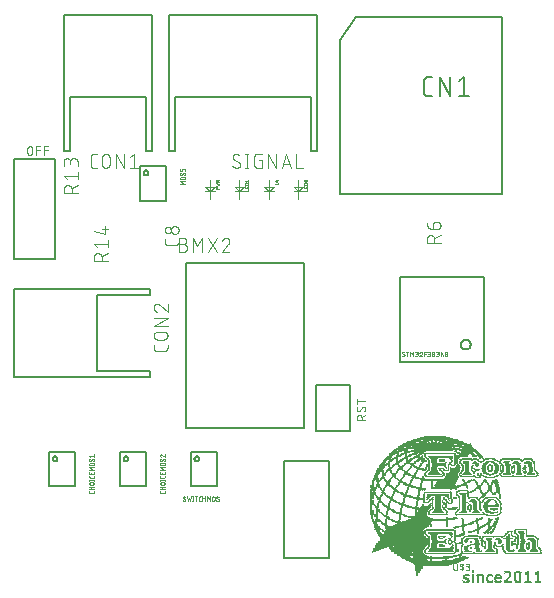
<source format=gbr>
G04 EAGLE Gerber RS-274X export*
G75*
%MOMM*%
%FSLAX34Y34*%
%LPD*%
%INSilkscreen Top*%
%IPPOS*%
%AMOC8*
5,1,8,0,0,1.08239X$1,22.5*%
G01*
%ADD10C,0.076200*%
%ADD11C,0.127000*%
%ADD12C,0.025400*%
%ADD13C,0.152400*%
%ADD14C,0.101600*%
%ADD15R,0.300000X0.060000*%
%ADD16R,0.120000X0.060000*%
%ADD17R,0.240000X0.060000*%
%ADD18R,0.180000X0.060000*%
%ADD19R,0.360000X0.060000*%
%ADD20R,0.660000X0.060000*%
%ADD21R,0.600000X0.060000*%
%ADD22R,0.540000X0.060000*%
%ADD23R,0.480000X0.060000*%
%ADD24R,0.060000X0.060000*%
%ADD25R,0.420000X0.060000*%
%ADD26R,0.720000X0.060000*%
%ADD27R,1.440000X0.060000*%
%ADD28R,2.940000X0.060000*%
%ADD29R,3.180000X0.060000*%
%ADD30R,1.260000X0.060000*%
%ADD31R,1.080000X0.060000*%
%ADD32R,2.520000X0.060000*%
%ADD33R,4.080000X0.060000*%
%ADD34R,4.320000X0.060000*%
%ADD35R,1.620000X0.060000*%
%ADD36R,1.800000X0.060000*%
%ADD37R,1.320000X0.060000*%
%ADD38R,1.920000X0.060000*%
%ADD39R,3.360000X0.060000*%
%ADD40R,0.960000X0.060000*%
%ADD41R,0.840000X0.060000*%
%ADD42R,3.060000X0.060000*%
%ADD43R,3.420000X0.060000*%
%ADD44R,0.900000X0.060000*%
%ADD45R,1.380000X0.060000*%
%ADD46R,1.140000X0.060000*%
%ADD47R,2.340000X0.060000*%
%ADD48R,0.780000X0.060000*%
%ADD49R,2.580000X0.060000*%
%ADD50R,1.500000X0.060000*%
%ADD51R,2.640000X0.060000*%
%ADD52R,2.160000X0.060000*%
%ADD53R,2.760000X0.060000*%
%ADD54R,2.100000X0.060000*%
%ADD55R,2.820000X0.060000*%
%ADD56R,2.040000X0.060000*%
%ADD57R,2.880000X0.060000*%
%ADD58R,1.980000X0.060000*%
%ADD59R,3.000000X0.060000*%
%ADD60R,1.020000X0.060000*%
%ADD61R,3.120000X0.060000*%
%ADD62R,1.560000X0.060000*%
%ADD63R,2.700000X0.060000*%
%ADD64R,4.380000X0.060000*%
%ADD65R,4.260000X0.060000*%
%ADD66R,4.200000X0.060000*%
%ADD67R,4.140000X0.060000*%
%ADD68R,3.960000X0.060000*%
%ADD69R,3.900000X0.060000*%
%ADD70R,1.200000X0.060000*%
%ADD71R,3.540000X0.060000*%
%ADD72R,3.600000X0.060000*%
%ADD73R,3.660000X0.060000*%
%ADD74R,3.300000X0.060000*%
%ADD75R,3.240000X0.060000*%
%ADD76R,2.400000X0.060000*%
%ADD77R,3.780000X0.060000*%
%ADD78R,2.460000X0.060000*%
%ADD79R,2.280000X0.060000*%
%ADD80R,1.740000X0.060000*%
%ADD81R,1.680000X0.060000*%
%ADD82R,3.480000X0.060000*%
%ADD83R,3.840000X0.060000*%
%ADD84R,5.100000X0.060000*%
%ADD85R,3.720000X0.060000*%
%ADD86R,5.220000X0.060000*%
%ADD87R,1.860000X0.060000*%
%ADD88C,0.050800*%


D10*
X20531Y318149D02*
X20531Y321423D01*
X20533Y321512D01*
X20539Y321601D01*
X20549Y321690D01*
X20562Y321778D01*
X20579Y321866D01*
X20601Y321953D01*
X20626Y322038D01*
X20654Y322123D01*
X20687Y322206D01*
X20723Y322288D01*
X20762Y322368D01*
X20805Y322446D01*
X20851Y322522D01*
X20901Y322597D01*
X20954Y322669D01*
X21010Y322738D01*
X21069Y322805D01*
X21130Y322870D01*
X21195Y322931D01*
X21262Y322990D01*
X21331Y323046D01*
X21403Y323099D01*
X21478Y323149D01*
X21554Y323195D01*
X21632Y323238D01*
X21712Y323277D01*
X21794Y323313D01*
X21877Y323346D01*
X21962Y323374D01*
X22047Y323399D01*
X22134Y323421D01*
X22222Y323438D01*
X22310Y323451D01*
X22399Y323461D01*
X22488Y323467D01*
X22577Y323469D01*
X22666Y323467D01*
X22755Y323461D01*
X22844Y323451D01*
X22932Y323438D01*
X23020Y323421D01*
X23107Y323399D01*
X23192Y323374D01*
X23277Y323346D01*
X23360Y323313D01*
X23442Y323277D01*
X23522Y323238D01*
X23600Y323195D01*
X23676Y323149D01*
X23751Y323099D01*
X23823Y323046D01*
X23892Y322990D01*
X23959Y322931D01*
X24024Y322870D01*
X24085Y322805D01*
X24144Y322738D01*
X24200Y322669D01*
X24253Y322597D01*
X24303Y322522D01*
X24349Y322446D01*
X24392Y322368D01*
X24431Y322288D01*
X24467Y322206D01*
X24500Y322123D01*
X24528Y322038D01*
X24553Y321953D01*
X24575Y321866D01*
X24592Y321778D01*
X24605Y321690D01*
X24615Y321601D01*
X24621Y321512D01*
X24623Y321423D01*
X24623Y318149D01*
X24621Y318060D01*
X24615Y317971D01*
X24605Y317882D01*
X24592Y317794D01*
X24575Y317706D01*
X24553Y317619D01*
X24528Y317534D01*
X24500Y317449D01*
X24467Y317366D01*
X24431Y317284D01*
X24392Y317204D01*
X24349Y317126D01*
X24303Y317050D01*
X24253Y316975D01*
X24200Y316903D01*
X24144Y316834D01*
X24085Y316767D01*
X24024Y316702D01*
X23959Y316641D01*
X23892Y316582D01*
X23823Y316526D01*
X23751Y316473D01*
X23676Y316423D01*
X23600Y316377D01*
X23522Y316334D01*
X23442Y316295D01*
X23360Y316259D01*
X23277Y316226D01*
X23192Y316198D01*
X23107Y316173D01*
X23020Y316151D01*
X22932Y316134D01*
X22844Y316121D01*
X22755Y316111D01*
X22666Y316105D01*
X22577Y316103D01*
X22488Y316105D01*
X22399Y316111D01*
X22310Y316121D01*
X22222Y316134D01*
X22134Y316151D01*
X22047Y316173D01*
X21962Y316198D01*
X21877Y316226D01*
X21794Y316259D01*
X21712Y316295D01*
X21632Y316334D01*
X21554Y316377D01*
X21478Y316423D01*
X21403Y316473D01*
X21331Y316526D01*
X21262Y316582D01*
X21195Y316641D01*
X21130Y316702D01*
X21069Y316767D01*
X21010Y316834D01*
X20954Y316903D01*
X20901Y316975D01*
X20851Y317050D01*
X20805Y317126D01*
X20762Y317204D01*
X20723Y317284D01*
X20687Y317366D01*
X20654Y317449D01*
X20626Y317534D01*
X20601Y317619D01*
X20579Y317706D01*
X20562Y317794D01*
X20549Y317882D01*
X20539Y317971D01*
X20533Y318060D01*
X20531Y318149D01*
X28105Y316103D02*
X28105Y323469D01*
X31379Y323469D01*
X31379Y320195D02*
X28105Y320195D01*
X34445Y323469D02*
X34445Y316103D01*
X34445Y323469D02*
X37719Y323469D01*
X37719Y320195D02*
X34445Y320195D01*
D11*
X335670Y141210D02*
X407170Y141210D01*
X335670Y141210D02*
X335670Y212710D01*
X407170Y212710D01*
X407170Y141210D01*
X387547Y155710D02*
X387549Y155838D01*
X387555Y155966D01*
X387565Y156094D01*
X387579Y156222D01*
X387597Y156349D01*
X387619Y156475D01*
X387644Y156601D01*
X387674Y156725D01*
X387708Y156849D01*
X387745Y156972D01*
X387786Y157093D01*
X387831Y157213D01*
X387880Y157332D01*
X387932Y157449D01*
X387988Y157565D01*
X388047Y157678D01*
X388110Y157790D01*
X388177Y157900D01*
X388246Y158007D01*
X388319Y158113D01*
X388396Y158216D01*
X388475Y158316D01*
X388558Y158414D01*
X388643Y158510D01*
X388732Y158603D01*
X388823Y158693D01*
X388918Y158780D01*
X389014Y158864D01*
X389114Y158945D01*
X389216Y159023D01*
X389320Y159098D01*
X389426Y159169D01*
X389535Y159237D01*
X389646Y159302D01*
X389758Y159363D01*
X389873Y159421D01*
X389989Y159475D01*
X390107Y159525D01*
X390226Y159572D01*
X390347Y159615D01*
X390469Y159654D01*
X390593Y159690D01*
X390717Y159721D01*
X390842Y159749D01*
X390968Y159773D01*
X391095Y159793D01*
X391222Y159809D01*
X391350Y159821D01*
X391478Y159829D01*
X391606Y159833D01*
X391734Y159833D01*
X391862Y159829D01*
X391990Y159821D01*
X392118Y159809D01*
X392245Y159793D01*
X392372Y159773D01*
X392498Y159749D01*
X392623Y159721D01*
X392747Y159690D01*
X392871Y159654D01*
X392993Y159615D01*
X393114Y159572D01*
X393233Y159525D01*
X393351Y159475D01*
X393467Y159421D01*
X393582Y159363D01*
X393694Y159302D01*
X393805Y159237D01*
X393914Y159169D01*
X394020Y159098D01*
X394124Y159023D01*
X394226Y158945D01*
X394326Y158864D01*
X394422Y158780D01*
X394517Y158693D01*
X394608Y158603D01*
X394697Y158510D01*
X394782Y158414D01*
X394865Y158316D01*
X394944Y158216D01*
X395021Y158113D01*
X395094Y158007D01*
X395163Y157900D01*
X395230Y157790D01*
X395293Y157678D01*
X395352Y157565D01*
X395408Y157449D01*
X395460Y157332D01*
X395509Y157213D01*
X395554Y157093D01*
X395595Y156972D01*
X395632Y156849D01*
X395666Y156725D01*
X395696Y156601D01*
X395721Y156475D01*
X395743Y156349D01*
X395761Y156222D01*
X395775Y156094D01*
X395785Y155966D01*
X395791Y155838D01*
X395793Y155710D01*
X395791Y155582D01*
X395785Y155454D01*
X395775Y155326D01*
X395761Y155198D01*
X395743Y155071D01*
X395721Y154945D01*
X395696Y154819D01*
X395666Y154695D01*
X395632Y154571D01*
X395595Y154448D01*
X395554Y154327D01*
X395509Y154207D01*
X395460Y154088D01*
X395408Y153971D01*
X395352Y153855D01*
X395293Y153742D01*
X395230Y153630D01*
X395163Y153520D01*
X395094Y153413D01*
X395021Y153307D01*
X394944Y153204D01*
X394865Y153104D01*
X394782Y153006D01*
X394697Y152910D01*
X394608Y152817D01*
X394517Y152727D01*
X394422Y152640D01*
X394326Y152556D01*
X394226Y152475D01*
X394124Y152397D01*
X394020Y152322D01*
X393914Y152251D01*
X393805Y152183D01*
X393694Y152118D01*
X393582Y152057D01*
X393467Y151999D01*
X393351Y151945D01*
X393233Y151895D01*
X393114Y151848D01*
X392993Y151805D01*
X392871Y151766D01*
X392747Y151730D01*
X392623Y151699D01*
X392498Y151671D01*
X392372Y151647D01*
X392245Y151627D01*
X392118Y151611D01*
X391990Y151599D01*
X391862Y151591D01*
X391734Y151587D01*
X391606Y151587D01*
X391478Y151591D01*
X391350Y151599D01*
X391222Y151611D01*
X391095Y151627D01*
X390968Y151647D01*
X390842Y151671D01*
X390717Y151699D01*
X390593Y151730D01*
X390469Y151766D01*
X390347Y151805D01*
X390226Y151848D01*
X390107Y151895D01*
X389989Y151945D01*
X389873Y151999D01*
X389758Y152057D01*
X389646Y152118D01*
X389535Y152183D01*
X389426Y152251D01*
X389320Y152322D01*
X389216Y152397D01*
X389114Y152475D01*
X389014Y152556D01*
X388918Y152640D01*
X388823Y152727D01*
X388732Y152817D01*
X388643Y152910D01*
X388558Y153006D01*
X388475Y153104D01*
X388396Y153204D01*
X388319Y153307D01*
X388246Y153413D01*
X388177Y153520D01*
X388110Y153630D01*
X388047Y153742D01*
X387988Y153855D01*
X387932Y153971D01*
X387880Y154088D01*
X387831Y154207D01*
X387786Y154327D01*
X387745Y154448D01*
X387708Y154571D01*
X387674Y154695D01*
X387644Y154819D01*
X387619Y154945D01*
X387597Y155071D01*
X387579Y155198D01*
X387565Y155326D01*
X387555Y155454D01*
X387549Y155582D01*
X387547Y155710D01*
D12*
X339833Y146620D02*
X339831Y146562D01*
X339825Y146505D01*
X339815Y146448D01*
X339802Y146391D01*
X339784Y146336D01*
X339763Y146283D01*
X339738Y146230D01*
X339710Y146180D01*
X339678Y146132D01*
X339643Y146085D01*
X339605Y146042D01*
X339564Y146001D01*
X339521Y145963D01*
X339474Y145928D01*
X339426Y145896D01*
X339376Y145868D01*
X339323Y145843D01*
X339270Y145822D01*
X339215Y145804D01*
X339158Y145791D01*
X339101Y145781D01*
X339044Y145775D01*
X338986Y145773D01*
X338903Y145775D01*
X338820Y145781D01*
X338738Y145790D01*
X338656Y145804D01*
X338575Y145821D01*
X338494Y145842D01*
X338415Y145867D01*
X338337Y145895D01*
X338260Y145927D01*
X338185Y145962D01*
X338112Y146001D01*
X338040Y146044D01*
X337971Y146089D01*
X337904Y146138D01*
X337839Y146190D01*
X337776Y146244D01*
X337716Y146302D01*
X337822Y148736D02*
X337824Y148791D01*
X337829Y148847D01*
X337838Y148901D01*
X337851Y148955D01*
X337867Y149008D01*
X337886Y149060D01*
X337909Y149111D01*
X337935Y149160D01*
X337965Y149207D01*
X337997Y149252D01*
X338032Y149294D01*
X338070Y149335D01*
X338111Y149373D01*
X338153Y149408D01*
X338198Y149440D01*
X338246Y149470D01*
X338294Y149496D01*
X338345Y149519D01*
X338397Y149538D01*
X338450Y149554D01*
X338504Y149567D01*
X338558Y149576D01*
X338614Y149581D01*
X338669Y149583D01*
X338669Y149584D02*
X338748Y149582D01*
X338826Y149576D01*
X338904Y149567D01*
X338981Y149553D01*
X339058Y149536D01*
X339134Y149514D01*
X339208Y149490D01*
X339282Y149461D01*
X339353Y149429D01*
X339423Y149393D01*
X339492Y149354D01*
X339558Y149312D01*
X339622Y149266D01*
X338245Y147995D02*
X338198Y148025D01*
X338153Y148058D01*
X338110Y148094D01*
X338070Y148132D01*
X338032Y148173D01*
X337997Y148216D01*
X337965Y148262D01*
X337935Y148309D01*
X337909Y148359D01*
X337886Y148410D01*
X337867Y148462D01*
X337851Y148515D01*
X337838Y148570D01*
X337829Y148625D01*
X337824Y148680D01*
X337822Y148736D01*
X339410Y147361D02*
X339457Y147331D01*
X339502Y147298D01*
X339545Y147262D01*
X339585Y147224D01*
X339623Y147183D01*
X339658Y147140D01*
X339690Y147094D01*
X339720Y147047D01*
X339746Y146997D01*
X339769Y146946D01*
X339788Y146894D01*
X339804Y146841D01*
X339817Y146786D01*
X339826Y146731D01*
X339831Y146676D01*
X339833Y146620D01*
X339410Y147361D02*
X338245Y147996D01*
X342066Y149583D02*
X342066Y145773D01*
X341008Y149583D02*
X343125Y149583D01*
X344576Y149583D02*
X344576Y145773D01*
X345846Y147466D02*
X344576Y149583D01*
X345846Y147466D02*
X347116Y149583D01*
X347116Y145773D01*
X348811Y145773D02*
X349869Y145773D01*
X349933Y145775D01*
X349997Y145781D01*
X350060Y145790D01*
X350122Y145804D01*
X350184Y145821D01*
X350244Y145842D01*
X350303Y145866D01*
X350361Y145894D01*
X350416Y145926D01*
X350470Y145960D01*
X350521Y145998D01*
X350571Y146039D01*
X350617Y146083D01*
X350661Y146129D01*
X350702Y146179D01*
X350740Y146230D01*
X350774Y146284D01*
X350806Y146339D01*
X350834Y146397D01*
X350858Y146456D01*
X350879Y146516D01*
X350896Y146578D01*
X350910Y146640D01*
X350919Y146703D01*
X350925Y146767D01*
X350927Y146831D01*
X350925Y146895D01*
X350919Y146959D01*
X350910Y147022D01*
X350896Y147084D01*
X350879Y147146D01*
X350858Y147206D01*
X350834Y147265D01*
X350806Y147323D01*
X350774Y147378D01*
X350740Y147432D01*
X350702Y147483D01*
X350661Y147533D01*
X350617Y147579D01*
X350571Y147623D01*
X350521Y147664D01*
X350470Y147702D01*
X350416Y147736D01*
X350361Y147768D01*
X350303Y147796D01*
X350244Y147820D01*
X350184Y147841D01*
X350122Y147858D01*
X350060Y147872D01*
X349997Y147881D01*
X349933Y147887D01*
X349869Y147889D01*
X350081Y149583D02*
X348811Y149583D01*
X350081Y149583D02*
X350138Y149581D01*
X350194Y149575D01*
X350250Y149566D01*
X350305Y149553D01*
X350359Y149536D01*
X350412Y149516D01*
X350463Y149492D01*
X350513Y149465D01*
X350560Y149434D01*
X350606Y149401D01*
X350649Y149364D01*
X350690Y149325D01*
X350728Y149283D01*
X350763Y149238D01*
X350795Y149192D01*
X350824Y149143D01*
X350849Y149093D01*
X350871Y149040D01*
X350890Y148987D01*
X350905Y148932D01*
X350916Y148877D01*
X350924Y148821D01*
X350928Y148764D01*
X350928Y148708D01*
X350924Y148651D01*
X350916Y148595D01*
X350905Y148540D01*
X350890Y148485D01*
X350871Y148432D01*
X350849Y148379D01*
X350824Y148329D01*
X350795Y148280D01*
X350763Y148234D01*
X350728Y148189D01*
X350690Y148147D01*
X350649Y148108D01*
X350606Y148071D01*
X350560Y148038D01*
X350513Y148007D01*
X350463Y147980D01*
X350412Y147956D01*
X350359Y147936D01*
X350305Y147919D01*
X350250Y147906D01*
X350194Y147897D01*
X350138Y147891D01*
X350081Y147889D01*
X350081Y147890D02*
X349234Y147890D01*
X353633Y149584D02*
X353693Y149582D01*
X353752Y149576D01*
X353812Y149567D01*
X353870Y149554D01*
X353927Y149537D01*
X353984Y149517D01*
X354039Y149493D01*
X354092Y149466D01*
X354144Y149436D01*
X354193Y149402D01*
X354240Y149365D01*
X354285Y149326D01*
X354328Y149283D01*
X354367Y149238D01*
X354404Y149191D01*
X354438Y149142D01*
X354468Y149090D01*
X354495Y149037D01*
X354519Y148982D01*
X354539Y148925D01*
X354556Y148868D01*
X354569Y148810D01*
X354578Y148750D01*
X354584Y148691D01*
X354586Y148631D01*
X353633Y149583D02*
X353566Y149581D01*
X353499Y149576D01*
X353433Y149567D01*
X353367Y149554D01*
X353303Y149538D01*
X353239Y149518D01*
X353176Y149494D01*
X353114Y149468D01*
X353055Y149438D01*
X352997Y149405D01*
X352940Y149368D01*
X352886Y149329D01*
X352834Y149287D01*
X352785Y149242D01*
X352738Y149194D01*
X352694Y149144D01*
X352652Y149091D01*
X352614Y149036D01*
X352578Y148980D01*
X352546Y148921D01*
X352517Y148861D01*
X352491Y148799D01*
X352469Y148736D01*
X354268Y147890D02*
X354309Y147932D01*
X354348Y147977D01*
X354385Y148023D01*
X354419Y148072D01*
X354450Y148122D01*
X354477Y148174D01*
X354502Y148228D01*
X354524Y148283D01*
X354543Y148339D01*
X354558Y148396D01*
X354570Y148454D01*
X354578Y148513D01*
X354583Y148572D01*
X354585Y148631D01*
X354268Y147890D02*
X352469Y145773D01*
X354585Y145773D01*
X356254Y145773D02*
X356254Y149583D01*
X357948Y149583D01*
X357948Y147890D02*
X356254Y147890D01*
X359296Y145773D02*
X360354Y145773D01*
X360418Y145775D01*
X360482Y145781D01*
X360545Y145790D01*
X360607Y145804D01*
X360669Y145821D01*
X360729Y145842D01*
X360788Y145866D01*
X360846Y145894D01*
X360901Y145926D01*
X360955Y145960D01*
X361006Y145998D01*
X361056Y146039D01*
X361102Y146083D01*
X361146Y146129D01*
X361187Y146179D01*
X361225Y146230D01*
X361259Y146284D01*
X361291Y146339D01*
X361319Y146397D01*
X361343Y146456D01*
X361364Y146516D01*
X361381Y146578D01*
X361395Y146640D01*
X361404Y146703D01*
X361410Y146767D01*
X361412Y146831D01*
X361410Y146895D01*
X361404Y146959D01*
X361395Y147022D01*
X361381Y147084D01*
X361364Y147146D01*
X361343Y147206D01*
X361319Y147265D01*
X361291Y147323D01*
X361259Y147378D01*
X361225Y147432D01*
X361187Y147483D01*
X361146Y147533D01*
X361102Y147579D01*
X361056Y147623D01*
X361006Y147664D01*
X360955Y147702D01*
X360901Y147736D01*
X360846Y147768D01*
X360788Y147796D01*
X360729Y147820D01*
X360669Y147841D01*
X360607Y147858D01*
X360545Y147872D01*
X360482Y147881D01*
X360418Y147887D01*
X360354Y147889D01*
X360566Y149583D02*
X359296Y149583D01*
X360566Y149583D02*
X360623Y149581D01*
X360679Y149575D01*
X360735Y149566D01*
X360790Y149553D01*
X360844Y149536D01*
X360897Y149516D01*
X360948Y149492D01*
X360998Y149465D01*
X361045Y149434D01*
X361091Y149401D01*
X361134Y149364D01*
X361175Y149325D01*
X361213Y149283D01*
X361248Y149238D01*
X361280Y149192D01*
X361309Y149143D01*
X361334Y149093D01*
X361356Y149040D01*
X361375Y148987D01*
X361390Y148932D01*
X361401Y148877D01*
X361409Y148821D01*
X361413Y148764D01*
X361413Y148708D01*
X361409Y148651D01*
X361401Y148595D01*
X361390Y148540D01*
X361375Y148485D01*
X361356Y148432D01*
X361334Y148379D01*
X361309Y148329D01*
X361280Y148280D01*
X361248Y148234D01*
X361213Y148189D01*
X361175Y148147D01*
X361134Y148108D01*
X361091Y148071D01*
X361045Y148038D01*
X360998Y148007D01*
X360948Y147980D01*
X360897Y147956D01*
X360844Y147936D01*
X360790Y147919D01*
X360735Y147906D01*
X360679Y147897D01*
X360623Y147891D01*
X360566Y147889D01*
X360566Y147890D02*
X359719Y147890D01*
X362953Y147678D02*
X362955Y147788D01*
X362961Y147897D01*
X362970Y148006D01*
X362984Y148115D01*
X363001Y148223D01*
X363022Y148331D01*
X363046Y148437D01*
X363075Y148543D01*
X363107Y148648D01*
X363142Y148752D01*
X363181Y148854D01*
X363224Y148955D01*
X363271Y149054D01*
X363291Y149104D01*
X363313Y149153D01*
X363339Y149201D01*
X363368Y149246D01*
X363401Y149289D01*
X363436Y149330D01*
X363474Y149369D01*
X363514Y149404D01*
X363557Y149437D01*
X363602Y149467D01*
X363649Y149494D01*
X363697Y149517D01*
X363747Y149537D01*
X363799Y149553D01*
X363851Y149566D01*
X363904Y149576D01*
X363958Y149581D01*
X364012Y149583D01*
X364066Y149581D01*
X364120Y149576D01*
X364173Y149566D01*
X364225Y149553D01*
X364277Y149537D01*
X364327Y149517D01*
X364375Y149494D01*
X364422Y149467D01*
X364467Y149437D01*
X364510Y149404D01*
X364550Y149369D01*
X364588Y149330D01*
X364623Y149289D01*
X364656Y149246D01*
X364685Y149201D01*
X364711Y149153D01*
X364733Y149104D01*
X364753Y149054D01*
X364800Y148955D01*
X364843Y148854D01*
X364882Y148752D01*
X364917Y148648D01*
X364949Y148543D01*
X364978Y148437D01*
X365002Y148331D01*
X365023Y148223D01*
X365040Y148115D01*
X365054Y148006D01*
X365063Y147897D01*
X365069Y147788D01*
X365071Y147678D01*
X362953Y147678D02*
X362955Y147568D01*
X362961Y147459D01*
X362970Y147350D01*
X362984Y147241D01*
X363001Y147133D01*
X363022Y147025D01*
X363046Y146919D01*
X363075Y146813D01*
X363107Y146708D01*
X363142Y146605D01*
X363181Y146502D01*
X363224Y146401D01*
X363271Y146302D01*
X363291Y146252D01*
X363313Y146203D01*
X363339Y146155D01*
X363368Y146110D01*
X363401Y146067D01*
X363436Y146026D01*
X363474Y145987D01*
X363514Y145952D01*
X363557Y145919D01*
X363602Y145889D01*
X363649Y145862D01*
X363697Y145839D01*
X363747Y145819D01*
X363799Y145803D01*
X363851Y145790D01*
X363904Y145780D01*
X363958Y145775D01*
X364012Y145773D01*
X364752Y146302D02*
X364799Y146401D01*
X364842Y146502D01*
X364881Y146605D01*
X364916Y146708D01*
X364948Y146813D01*
X364977Y146919D01*
X365001Y147025D01*
X365022Y147133D01*
X365039Y147241D01*
X365053Y147350D01*
X365062Y147459D01*
X365068Y147568D01*
X365070Y147678D01*
X364753Y146302D02*
X364733Y146252D01*
X364711Y146203D01*
X364685Y146155D01*
X364656Y146110D01*
X364623Y146067D01*
X364588Y146026D01*
X364550Y145987D01*
X364510Y145952D01*
X364467Y145919D01*
X364422Y145889D01*
X364375Y145862D01*
X364327Y145839D01*
X364277Y145819D01*
X364225Y145803D01*
X364173Y145790D01*
X364120Y145780D01*
X364066Y145775D01*
X364012Y145773D01*
X363165Y146620D02*
X364859Y148736D01*
X366611Y145773D02*
X367669Y145773D01*
X367733Y145775D01*
X367797Y145781D01*
X367860Y145790D01*
X367922Y145804D01*
X367984Y145821D01*
X368044Y145842D01*
X368103Y145866D01*
X368161Y145894D01*
X368216Y145926D01*
X368270Y145960D01*
X368321Y145998D01*
X368371Y146039D01*
X368417Y146083D01*
X368461Y146129D01*
X368502Y146179D01*
X368540Y146230D01*
X368574Y146284D01*
X368606Y146339D01*
X368634Y146397D01*
X368658Y146456D01*
X368679Y146516D01*
X368696Y146578D01*
X368710Y146640D01*
X368719Y146703D01*
X368725Y146767D01*
X368727Y146831D01*
X368725Y146895D01*
X368719Y146959D01*
X368710Y147022D01*
X368696Y147084D01*
X368679Y147146D01*
X368658Y147206D01*
X368634Y147265D01*
X368606Y147323D01*
X368574Y147378D01*
X368540Y147432D01*
X368502Y147483D01*
X368461Y147533D01*
X368417Y147579D01*
X368371Y147623D01*
X368321Y147664D01*
X368270Y147702D01*
X368216Y147736D01*
X368161Y147768D01*
X368103Y147796D01*
X368044Y147820D01*
X367984Y147841D01*
X367922Y147858D01*
X367860Y147872D01*
X367797Y147881D01*
X367733Y147887D01*
X367669Y147889D01*
X367881Y149583D02*
X366611Y149583D01*
X367881Y149583D02*
X367938Y149581D01*
X367994Y149575D01*
X368050Y149566D01*
X368105Y149553D01*
X368159Y149536D01*
X368212Y149516D01*
X368263Y149492D01*
X368313Y149465D01*
X368360Y149434D01*
X368406Y149401D01*
X368449Y149364D01*
X368490Y149325D01*
X368528Y149283D01*
X368563Y149238D01*
X368595Y149192D01*
X368624Y149143D01*
X368649Y149093D01*
X368671Y149040D01*
X368690Y148987D01*
X368705Y148932D01*
X368716Y148877D01*
X368724Y148821D01*
X368728Y148764D01*
X368728Y148708D01*
X368724Y148651D01*
X368716Y148595D01*
X368705Y148540D01*
X368690Y148485D01*
X368671Y148432D01*
X368649Y148379D01*
X368624Y148329D01*
X368595Y148280D01*
X368563Y148234D01*
X368528Y148189D01*
X368490Y148147D01*
X368449Y148108D01*
X368406Y148071D01*
X368360Y148038D01*
X368313Y148007D01*
X368263Y147980D01*
X368212Y147956D01*
X368159Y147936D01*
X368105Y147919D01*
X368050Y147906D01*
X367994Y147897D01*
X367938Y147891D01*
X367881Y147889D01*
X367881Y147890D02*
X367034Y147890D01*
X370439Y149583D02*
X370439Y145773D01*
X370439Y147255D02*
X372556Y149583D01*
X371286Y148101D02*
X372556Y145773D01*
X373927Y146831D02*
X373929Y146895D01*
X373935Y146959D01*
X373944Y147022D01*
X373958Y147084D01*
X373975Y147146D01*
X373996Y147206D01*
X374020Y147265D01*
X374048Y147323D01*
X374080Y147378D01*
X374114Y147432D01*
X374152Y147483D01*
X374193Y147533D01*
X374237Y147579D01*
X374283Y147623D01*
X374333Y147664D01*
X374384Y147702D01*
X374438Y147736D01*
X374493Y147768D01*
X374551Y147796D01*
X374610Y147820D01*
X374670Y147841D01*
X374732Y147858D01*
X374794Y147872D01*
X374857Y147881D01*
X374921Y147887D01*
X374985Y147889D01*
X375049Y147887D01*
X375113Y147881D01*
X375176Y147872D01*
X375238Y147858D01*
X375300Y147841D01*
X375360Y147820D01*
X375419Y147796D01*
X375477Y147768D01*
X375532Y147736D01*
X375586Y147702D01*
X375637Y147664D01*
X375687Y147623D01*
X375733Y147579D01*
X375777Y147533D01*
X375818Y147483D01*
X375856Y147432D01*
X375890Y147378D01*
X375922Y147323D01*
X375950Y147265D01*
X375974Y147206D01*
X375995Y147146D01*
X376012Y147084D01*
X376026Y147022D01*
X376035Y146959D01*
X376041Y146895D01*
X376043Y146831D01*
X376041Y146767D01*
X376035Y146703D01*
X376026Y146640D01*
X376012Y146578D01*
X375995Y146516D01*
X375974Y146456D01*
X375950Y146397D01*
X375922Y146339D01*
X375890Y146284D01*
X375856Y146230D01*
X375818Y146179D01*
X375777Y146129D01*
X375733Y146083D01*
X375687Y146039D01*
X375637Y145998D01*
X375586Y145960D01*
X375532Y145926D01*
X375477Y145894D01*
X375419Y145866D01*
X375360Y145842D01*
X375300Y145821D01*
X375238Y145804D01*
X375176Y145790D01*
X375113Y145781D01*
X375049Y145775D01*
X374985Y145773D01*
X374921Y145775D01*
X374857Y145781D01*
X374794Y145790D01*
X374732Y145804D01*
X374670Y145821D01*
X374610Y145842D01*
X374551Y145866D01*
X374493Y145894D01*
X374438Y145926D01*
X374384Y145960D01*
X374333Y145998D01*
X374283Y146039D01*
X374237Y146083D01*
X374193Y146129D01*
X374152Y146179D01*
X374114Y146230D01*
X374080Y146284D01*
X374048Y146339D01*
X374020Y146397D01*
X373996Y146456D01*
X373975Y146516D01*
X373958Y146578D01*
X373944Y146640D01*
X373935Y146703D01*
X373929Y146767D01*
X373927Y146831D01*
X374138Y148736D02*
X374140Y148793D01*
X374146Y148849D01*
X374155Y148905D01*
X374168Y148960D01*
X374185Y149014D01*
X374205Y149067D01*
X374229Y149118D01*
X374256Y149168D01*
X374287Y149215D01*
X374320Y149261D01*
X374357Y149304D01*
X374396Y149345D01*
X374438Y149383D01*
X374483Y149418D01*
X374529Y149450D01*
X374578Y149479D01*
X374628Y149504D01*
X374681Y149526D01*
X374734Y149545D01*
X374789Y149560D01*
X374844Y149571D01*
X374900Y149579D01*
X374957Y149583D01*
X375013Y149583D01*
X375070Y149579D01*
X375126Y149571D01*
X375181Y149560D01*
X375236Y149545D01*
X375289Y149526D01*
X375342Y149504D01*
X375392Y149479D01*
X375441Y149450D01*
X375487Y149418D01*
X375532Y149383D01*
X375574Y149345D01*
X375613Y149304D01*
X375650Y149261D01*
X375683Y149215D01*
X375714Y149168D01*
X375741Y149118D01*
X375765Y149067D01*
X375785Y149014D01*
X375802Y148960D01*
X375815Y148905D01*
X375824Y148849D01*
X375830Y148793D01*
X375832Y148736D01*
X375830Y148679D01*
X375824Y148623D01*
X375815Y148567D01*
X375802Y148512D01*
X375785Y148458D01*
X375765Y148405D01*
X375741Y148354D01*
X375714Y148304D01*
X375683Y148257D01*
X375650Y148211D01*
X375613Y148168D01*
X375574Y148127D01*
X375532Y148089D01*
X375487Y148054D01*
X375441Y148022D01*
X375392Y147993D01*
X375342Y147968D01*
X375289Y147946D01*
X375236Y147927D01*
X375181Y147912D01*
X375126Y147901D01*
X375070Y147893D01*
X375013Y147889D01*
X374957Y147889D01*
X374900Y147893D01*
X374844Y147901D01*
X374789Y147912D01*
X374734Y147927D01*
X374681Y147946D01*
X374628Y147968D01*
X374578Y147993D01*
X374529Y148022D01*
X374483Y148054D01*
X374438Y148089D01*
X374396Y148127D01*
X374357Y148168D01*
X374320Y148211D01*
X374287Y148257D01*
X374256Y148304D01*
X374229Y148354D01*
X374205Y148405D01*
X374185Y148458D01*
X374168Y148512D01*
X374155Y148567D01*
X374146Y148623D01*
X374140Y148679D01*
X374138Y148736D01*
D13*
X275590Y57150D02*
X275590Y-25400D01*
X275590Y57150D02*
X237490Y57150D01*
X237490Y-25400D01*
X269240Y-25400D01*
X275590Y-25400D01*
D11*
X39000Y35500D02*
X39000Y64500D01*
X39000Y35500D02*
X61000Y35500D01*
X61000Y64500D01*
X39000Y64500D01*
X42000Y59000D02*
X42002Y59089D01*
X42008Y59178D01*
X42018Y59267D01*
X42032Y59355D01*
X42049Y59442D01*
X42071Y59528D01*
X42097Y59614D01*
X42126Y59698D01*
X42159Y59781D01*
X42195Y59862D01*
X42236Y59942D01*
X42279Y60019D01*
X42326Y60095D01*
X42377Y60168D01*
X42430Y60239D01*
X42487Y60308D01*
X42547Y60374D01*
X42610Y60438D01*
X42675Y60498D01*
X42743Y60556D01*
X42814Y60610D01*
X42887Y60661D01*
X42962Y60709D01*
X43039Y60754D01*
X43118Y60795D01*
X43199Y60832D01*
X43281Y60866D01*
X43365Y60897D01*
X43450Y60923D01*
X43536Y60946D01*
X43623Y60964D01*
X43711Y60979D01*
X43800Y60990D01*
X43889Y60997D01*
X43978Y61000D01*
X44067Y60999D01*
X44156Y60994D01*
X44244Y60985D01*
X44333Y60972D01*
X44420Y60955D01*
X44507Y60935D01*
X44593Y60910D01*
X44677Y60882D01*
X44760Y60850D01*
X44842Y60814D01*
X44922Y60775D01*
X45000Y60732D01*
X45076Y60686D01*
X45150Y60636D01*
X45222Y60583D01*
X45291Y60527D01*
X45358Y60468D01*
X45422Y60406D01*
X45483Y60342D01*
X45542Y60274D01*
X45597Y60204D01*
X45649Y60132D01*
X45698Y60057D01*
X45743Y59981D01*
X45785Y59902D01*
X45823Y59822D01*
X45858Y59740D01*
X45889Y59656D01*
X45917Y59571D01*
X45940Y59485D01*
X45960Y59398D01*
X45976Y59311D01*
X45988Y59222D01*
X45996Y59134D01*
X46000Y59045D01*
X46000Y58955D01*
X45996Y58866D01*
X45988Y58778D01*
X45976Y58689D01*
X45960Y58602D01*
X45940Y58515D01*
X45917Y58429D01*
X45889Y58344D01*
X45858Y58260D01*
X45823Y58178D01*
X45785Y58098D01*
X45743Y58019D01*
X45698Y57943D01*
X45649Y57868D01*
X45597Y57796D01*
X45542Y57726D01*
X45483Y57658D01*
X45422Y57594D01*
X45358Y57532D01*
X45291Y57473D01*
X45222Y57417D01*
X45150Y57364D01*
X45076Y57314D01*
X45000Y57268D01*
X44922Y57225D01*
X44842Y57186D01*
X44760Y57150D01*
X44677Y57118D01*
X44593Y57090D01*
X44507Y57065D01*
X44420Y57045D01*
X44333Y57028D01*
X44244Y57015D01*
X44156Y57006D01*
X44067Y57001D01*
X43978Y57000D01*
X43889Y57003D01*
X43800Y57010D01*
X43711Y57021D01*
X43623Y57036D01*
X43536Y57054D01*
X43450Y57077D01*
X43365Y57103D01*
X43281Y57134D01*
X43199Y57168D01*
X43118Y57205D01*
X43039Y57246D01*
X42962Y57291D01*
X42887Y57339D01*
X42814Y57390D01*
X42743Y57444D01*
X42675Y57502D01*
X42610Y57562D01*
X42547Y57626D01*
X42487Y57692D01*
X42430Y57761D01*
X42377Y57832D01*
X42326Y57905D01*
X42279Y57981D01*
X42236Y58058D01*
X42195Y58138D01*
X42159Y58219D01*
X42126Y58302D01*
X42097Y58386D01*
X42071Y58472D01*
X42049Y58558D01*
X42032Y58645D01*
X42018Y58733D01*
X42008Y58822D01*
X42002Y58911D01*
X42000Y59000D01*
D12*
X76797Y31660D02*
X76797Y30814D01*
X76795Y30756D01*
X76789Y30699D01*
X76779Y30642D01*
X76766Y30585D01*
X76748Y30530D01*
X76727Y30477D01*
X76702Y30424D01*
X76674Y30374D01*
X76642Y30326D01*
X76607Y30279D01*
X76569Y30236D01*
X76528Y30195D01*
X76485Y30157D01*
X76438Y30122D01*
X76390Y30090D01*
X76340Y30062D01*
X76287Y30037D01*
X76234Y30016D01*
X76179Y29998D01*
X76122Y29985D01*
X76065Y29975D01*
X76008Y29969D01*
X75950Y29967D01*
X73834Y29967D01*
X73776Y29969D01*
X73719Y29975D01*
X73662Y29985D01*
X73605Y29998D01*
X73550Y30016D01*
X73497Y30037D01*
X73444Y30062D01*
X73394Y30090D01*
X73346Y30122D01*
X73299Y30157D01*
X73256Y30195D01*
X73215Y30236D01*
X73177Y30279D01*
X73142Y30326D01*
X73110Y30374D01*
X73082Y30424D01*
X73057Y30477D01*
X73036Y30530D01*
X73018Y30585D01*
X73005Y30642D01*
X72995Y30699D01*
X72989Y30756D01*
X72987Y30814D01*
X72987Y31660D01*
X72987Y33146D02*
X76797Y33146D01*
X74680Y33146D02*
X74680Y35263D01*
X72987Y35263D02*
X76797Y35263D01*
X75739Y36926D02*
X74045Y36926D01*
X73981Y36928D01*
X73917Y36934D01*
X73854Y36943D01*
X73792Y36957D01*
X73730Y36974D01*
X73670Y36995D01*
X73611Y37019D01*
X73553Y37047D01*
X73498Y37079D01*
X73444Y37113D01*
X73393Y37151D01*
X73343Y37192D01*
X73297Y37236D01*
X73253Y37282D01*
X73212Y37332D01*
X73174Y37383D01*
X73140Y37437D01*
X73108Y37492D01*
X73080Y37550D01*
X73056Y37609D01*
X73035Y37669D01*
X73018Y37731D01*
X73004Y37793D01*
X72995Y37856D01*
X72989Y37920D01*
X72987Y37984D01*
X72989Y38048D01*
X72995Y38112D01*
X73004Y38175D01*
X73018Y38237D01*
X73035Y38299D01*
X73056Y38359D01*
X73080Y38418D01*
X73108Y38476D01*
X73140Y38531D01*
X73174Y38585D01*
X73212Y38636D01*
X73253Y38686D01*
X73297Y38732D01*
X73343Y38776D01*
X73393Y38817D01*
X73444Y38855D01*
X73498Y38889D01*
X73553Y38921D01*
X73611Y38949D01*
X73670Y38973D01*
X73730Y38994D01*
X73792Y39011D01*
X73854Y39025D01*
X73917Y39034D01*
X73981Y39040D01*
X74045Y39042D01*
X74045Y39043D02*
X75739Y39043D01*
X75739Y39042D02*
X75803Y39040D01*
X75867Y39034D01*
X75930Y39025D01*
X75992Y39011D01*
X76054Y38994D01*
X76114Y38973D01*
X76173Y38949D01*
X76231Y38921D01*
X76286Y38889D01*
X76340Y38855D01*
X76391Y38817D01*
X76441Y38776D01*
X76487Y38732D01*
X76531Y38686D01*
X76572Y38636D01*
X76610Y38585D01*
X76644Y38531D01*
X76676Y38476D01*
X76704Y38418D01*
X76728Y38359D01*
X76749Y38299D01*
X76766Y38237D01*
X76780Y38175D01*
X76789Y38112D01*
X76795Y38048D01*
X76797Y37984D01*
X76795Y37920D01*
X76789Y37856D01*
X76780Y37793D01*
X76766Y37731D01*
X76749Y37669D01*
X76728Y37609D01*
X76704Y37550D01*
X76676Y37492D01*
X76644Y37437D01*
X76610Y37383D01*
X76572Y37332D01*
X76531Y37282D01*
X76487Y37236D01*
X76441Y37192D01*
X76391Y37151D01*
X76340Y37113D01*
X76286Y37079D01*
X76231Y37047D01*
X76173Y37019D01*
X76114Y36995D01*
X76054Y36974D01*
X75992Y36957D01*
X75930Y36943D01*
X75867Y36934D01*
X75803Y36928D01*
X75739Y36926D01*
X76797Y40910D02*
X72987Y40910D01*
X76797Y40487D02*
X76797Y41334D01*
X72987Y41334D02*
X72987Y40487D01*
X76797Y43615D02*
X76797Y44462D01*
X76797Y43615D02*
X76795Y43557D01*
X76789Y43500D01*
X76779Y43443D01*
X76766Y43386D01*
X76748Y43331D01*
X76727Y43278D01*
X76702Y43225D01*
X76674Y43175D01*
X76642Y43127D01*
X76607Y43080D01*
X76569Y43037D01*
X76528Y42996D01*
X76485Y42958D01*
X76438Y42923D01*
X76390Y42891D01*
X76340Y42863D01*
X76287Y42838D01*
X76234Y42817D01*
X76179Y42799D01*
X76122Y42786D01*
X76065Y42776D01*
X76008Y42770D01*
X75950Y42768D01*
X75950Y42769D02*
X73834Y42769D01*
X73834Y42768D02*
X73776Y42770D01*
X73719Y42776D01*
X73662Y42786D01*
X73605Y42799D01*
X73550Y42817D01*
X73497Y42838D01*
X73444Y42863D01*
X73394Y42891D01*
X73346Y42923D01*
X73299Y42958D01*
X73256Y42996D01*
X73215Y43037D01*
X73177Y43080D01*
X73142Y43127D01*
X73110Y43175D01*
X73082Y43225D01*
X73057Y43278D01*
X73036Y43331D01*
X73018Y43386D01*
X73005Y43443D01*
X72995Y43500D01*
X72989Y43557D01*
X72987Y43615D01*
X72987Y44462D01*
X76797Y45954D02*
X76797Y47648D01*
X76797Y45954D02*
X72987Y45954D01*
X72987Y47648D01*
X74680Y47224D02*
X74680Y45954D01*
X72987Y49150D02*
X76797Y49150D01*
X75104Y50420D02*
X72987Y49150D01*
X75104Y50420D02*
X72987Y51690D01*
X76797Y51690D01*
X75739Y53385D02*
X74045Y53385D01*
X73981Y53387D01*
X73917Y53393D01*
X73854Y53402D01*
X73792Y53416D01*
X73730Y53433D01*
X73670Y53454D01*
X73611Y53478D01*
X73553Y53506D01*
X73498Y53538D01*
X73444Y53572D01*
X73393Y53610D01*
X73343Y53651D01*
X73297Y53695D01*
X73253Y53741D01*
X73212Y53791D01*
X73174Y53842D01*
X73140Y53896D01*
X73108Y53951D01*
X73080Y54009D01*
X73056Y54068D01*
X73035Y54128D01*
X73018Y54190D01*
X73004Y54252D01*
X72995Y54315D01*
X72989Y54379D01*
X72987Y54443D01*
X72989Y54507D01*
X72995Y54571D01*
X73004Y54634D01*
X73018Y54696D01*
X73035Y54758D01*
X73056Y54818D01*
X73080Y54877D01*
X73108Y54935D01*
X73140Y54990D01*
X73174Y55044D01*
X73212Y55095D01*
X73253Y55145D01*
X73297Y55191D01*
X73343Y55235D01*
X73393Y55276D01*
X73444Y55314D01*
X73498Y55348D01*
X73553Y55380D01*
X73611Y55408D01*
X73670Y55432D01*
X73730Y55453D01*
X73792Y55470D01*
X73854Y55484D01*
X73917Y55493D01*
X73981Y55499D01*
X74045Y55501D01*
X74045Y55502D02*
X75739Y55502D01*
X75739Y55501D02*
X75803Y55499D01*
X75867Y55493D01*
X75930Y55484D01*
X75992Y55470D01*
X76054Y55453D01*
X76114Y55432D01*
X76173Y55408D01*
X76231Y55380D01*
X76286Y55348D01*
X76340Y55314D01*
X76391Y55276D01*
X76441Y55235D01*
X76487Y55191D01*
X76531Y55145D01*
X76572Y55095D01*
X76610Y55044D01*
X76644Y54990D01*
X76676Y54935D01*
X76704Y54877D01*
X76728Y54818D01*
X76749Y54758D01*
X76766Y54696D01*
X76780Y54634D01*
X76789Y54571D01*
X76795Y54507D01*
X76797Y54443D01*
X76795Y54379D01*
X76789Y54315D01*
X76780Y54252D01*
X76766Y54190D01*
X76749Y54128D01*
X76728Y54068D01*
X76704Y54009D01*
X76676Y53951D01*
X76644Y53896D01*
X76610Y53842D01*
X76572Y53791D01*
X76531Y53741D01*
X76487Y53695D01*
X76441Y53651D01*
X76391Y53610D01*
X76340Y53572D01*
X76286Y53538D01*
X76231Y53506D01*
X76173Y53478D01*
X76114Y53454D01*
X76054Y53433D01*
X75992Y53416D01*
X75930Y53402D01*
X75867Y53393D01*
X75803Y53387D01*
X75739Y53385D01*
X76797Y58191D02*
X76795Y58246D01*
X76790Y58302D01*
X76781Y58356D01*
X76768Y58410D01*
X76752Y58463D01*
X76733Y58515D01*
X76710Y58566D01*
X76684Y58615D01*
X76654Y58662D01*
X76622Y58707D01*
X76587Y58749D01*
X76549Y58790D01*
X76508Y58828D01*
X76466Y58863D01*
X76421Y58895D01*
X76374Y58925D01*
X76325Y58951D01*
X76274Y58974D01*
X76222Y58993D01*
X76169Y59009D01*
X76115Y59022D01*
X76061Y59031D01*
X76005Y59036D01*
X75950Y59038D01*
X76797Y58191D02*
X76795Y58108D01*
X76789Y58025D01*
X76780Y57943D01*
X76766Y57861D01*
X76749Y57779D01*
X76728Y57699D01*
X76703Y57620D01*
X76675Y57541D01*
X76643Y57465D01*
X76607Y57390D01*
X76569Y57316D01*
X76526Y57245D01*
X76481Y57175D01*
X76432Y57108D01*
X76380Y57043D01*
X76325Y56981D01*
X76268Y56921D01*
X73834Y57026D02*
X73779Y57028D01*
X73723Y57033D01*
X73669Y57042D01*
X73615Y57055D01*
X73562Y57071D01*
X73510Y57090D01*
X73459Y57113D01*
X73411Y57139D01*
X73363Y57169D01*
X73318Y57201D01*
X73276Y57236D01*
X73235Y57274D01*
X73197Y57315D01*
X73162Y57357D01*
X73130Y57402D01*
X73100Y57450D01*
X73074Y57498D01*
X73051Y57549D01*
X73032Y57601D01*
X73016Y57654D01*
X73003Y57708D01*
X72994Y57762D01*
X72989Y57818D01*
X72987Y57873D01*
X72989Y57952D01*
X72995Y58030D01*
X73004Y58108D01*
X73018Y58185D01*
X73035Y58262D01*
X73057Y58338D01*
X73081Y58412D01*
X73110Y58486D01*
X73142Y58557D01*
X73178Y58627D01*
X73217Y58696D01*
X73259Y58762D01*
X73305Y58826D01*
X74575Y57449D02*
X74545Y57402D01*
X74512Y57357D01*
X74476Y57314D01*
X74438Y57274D01*
X74397Y57236D01*
X74354Y57201D01*
X74308Y57169D01*
X74261Y57139D01*
X74211Y57113D01*
X74160Y57090D01*
X74108Y57071D01*
X74055Y57055D01*
X74000Y57042D01*
X73945Y57033D01*
X73890Y57028D01*
X73834Y57026D01*
X75209Y58614D02*
X75239Y58661D01*
X75272Y58706D01*
X75308Y58749D01*
X75346Y58789D01*
X75387Y58827D01*
X75430Y58862D01*
X75476Y58894D01*
X75523Y58924D01*
X75573Y58950D01*
X75624Y58973D01*
X75676Y58992D01*
X75729Y59008D01*
X75784Y59021D01*
X75839Y59030D01*
X75894Y59035D01*
X75950Y59037D01*
X75210Y58614D02*
X74575Y57450D01*
X73834Y60456D02*
X72987Y61515D01*
X76797Y61515D01*
X76797Y62573D02*
X76797Y60456D01*
D11*
X99000Y64500D02*
X99000Y35500D01*
X121000Y35500D01*
X121000Y64500D01*
X99000Y64500D01*
X102000Y59000D02*
X102002Y59089D01*
X102008Y59178D01*
X102018Y59267D01*
X102032Y59355D01*
X102049Y59442D01*
X102071Y59528D01*
X102097Y59614D01*
X102126Y59698D01*
X102159Y59781D01*
X102195Y59862D01*
X102236Y59942D01*
X102279Y60019D01*
X102326Y60095D01*
X102377Y60168D01*
X102430Y60239D01*
X102487Y60308D01*
X102547Y60374D01*
X102610Y60438D01*
X102675Y60498D01*
X102743Y60556D01*
X102814Y60610D01*
X102887Y60661D01*
X102962Y60709D01*
X103039Y60754D01*
X103118Y60795D01*
X103199Y60832D01*
X103281Y60866D01*
X103365Y60897D01*
X103450Y60923D01*
X103536Y60946D01*
X103623Y60964D01*
X103711Y60979D01*
X103800Y60990D01*
X103889Y60997D01*
X103978Y61000D01*
X104067Y60999D01*
X104156Y60994D01*
X104244Y60985D01*
X104333Y60972D01*
X104420Y60955D01*
X104507Y60935D01*
X104593Y60910D01*
X104677Y60882D01*
X104760Y60850D01*
X104842Y60814D01*
X104922Y60775D01*
X105000Y60732D01*
X105076Y60686D01*
X105150Y60636D01*
X105222Y60583D01*
X105291Y60527D01*
X105358Y60468D01*
X105422Y60406D01*
X105483Y60342D01*
X105542Y60274D01*
X105597Y60204D01*
X105649Y60132D01*
X105698Y60057D01*
X105743Y59981D01*
X105785Y59902D01*
X105823Y59822D01*
X105858Y59740D01*
X105889Y59656D01*
X105917Y59571D01*
X105940Y59485D01*
X105960Y59398D01*
X105976Y59311D01*
X105988Y59222D01*
X105996Y59134D01*
X106000Y59045D01*
X106000Y58955D01*
X105996Y58866D01*
X105988Y58778D01*
X105976Y58689D01*
X105960Y58602D01*
X105940Y58515D01*
X105917Y58429D01*
X105889Y58344D01*
X105858Y58260D01*
X105823Y58178D01*
X105785Y58098D01*
X105743Y58019D01*
X105698Y57943D01*
X105649Y57868D01*
X105597Y57796D01*
X105542Y57726D01*
X105483Y57658D01*
X105422Y57594D01*
X105358Y57532D01*
X105291Y57473D01*
X105222Y57417D01*
X105150Y57364D01*
X105076Y57314D01*
X105000Y57268D01*
X104922Y57225D01*
X104842Y57186D01*
X104760Y57150D01*
X104677Y57118D01*
X104593Y57090D01*
X104507Y57065D01*
X104420Y57045D01*
X104333Y57028D01*
X104244Y57015D01*
X104156Y57006D01*
X104067Y57001D01*
X103978Y57000D01*
X103889Y57003D01*
X103800Y57010D01*
X103711Y57021D01*
X103623Y57036D01*
X103536Y57054D01*
X103450Y57077D01*
X103365Y57103D01*
X103281Y57134D01*
X103199Y57168D01*
X103118Y57205D01*
X103039Y57246D01*
X102962Y57291D01*
X102887Y57339D01*
X102814Y57390D01*
X102743Y57444D01*
X102675Y57502D01*
X102610Y57562D01*
X102547Y57626D01*
X102487Y57692D01*
X102430Y57761D01*
X102377Y57832D01*
X102326Y57905D01*
X102279Y57981D01*
X102236Y58058D01*
X102195Y58138D01*
X102159Y58219D01*
X102126Y58302D01*
X102097Y58386D01*
X102071Y58472D01*
X102049Y58558D01*
X102032Y58645D01*
X102018Y58733D01*
X102008Y58822D01*
X102002Y58911D01*
X102000Y59000D01*
D12*
X136797Y31660D02*
X136797Y30814D01*
X136795Y30756D01*
X136789Y30699D01*
X136779Y30642D01*
X136766Y30585D01*
X136748Y30530D01*
X136727Y30477D01*
X136702Y30424D01*
X136674Y30374D01*
X136642Y30326D01*
X136607Y30279D01*
X136569Y30236D01*
X136528Y30195D01*
X136485Y30157D01*
X136438Y30122D01*
X136390Y30090D01*
X136340Y30062D01*
X136287Y30037D01*
X136234Y30016D01*
X136179Y29998D01*
X136122Y29985D01*
X136065Y29975D01*
X136008Y29969D01*
X135950Y29967D01*
X133834Y29967D01*
X133776Y29969D01*
X133719Y29975D01*
X133662Y29985D01*
X133605Y29998D01*
X133550Y30016D01*
X133497Y30037D01*
X133444Y30062D01*
X133394Y30090D01*
X133346Y30122D01*
X133299Y30157D01*
X133256Y30195D01*
X133215Y30236D01*
X133177Y30279D01*
X133142Y30326D01*
X133110Y30374D01*
X133082Y30424D01*
X133057Y30477D01*
X133036Y30530D01*
X133018Y30585D01*
X133005Y30642D01*
X132995Y30699D01*
X132989Y30756D01*
X132987Y30814D01*
X132987Y31660D01*
X132987Y33146D02*
X136797Y33146D01*
X134680Y33146D02*
X134680Y35263D01*
X132987Y35263D02*
X136797Y35263D01*
X135739Y36926D02*
X134045Y36926D01*
X133981Y36928D01*
X133917Y36934D01*
X133854Y36943D01*
X133792Y36957D01*
X133730Y36974D01*
X133670Y36995D01*
X133611Y37019D01*
X133553Y37047D01*
X133498Y37079D01*
X133444Y37113D01*
X133393Y37151D01*
X133343Y37192D01*
X133297Y37236D01*
X133253Y37282D01*
X133212Y37332D01*
X133174Y37383D01*
X133140Y37437D01*
X133108Y37492D01*
X133080Y37550D01*
X133056Y37609D01*
X133035Y37669D01*
X133018Y37731D01*
X133004Y37793D01*
X132995Y37856D01*
X132989Y37920D01*
X132987Y37984D01*
X132989Y38048D01*
X132995Y38112D01*
X133004Y38175D01*
X133018Y38237D01*
X133035Y38299D01*
X133056Y38359D01*
X133080Y38418D01*
X133108Y38476D01*
X133140Y38531D01*
X133174Y38585D01*
X133212Y38636D01*
X133253Y38686D01*
X133297Y38732D01*
X133343Y38776D01*
X133393Y38817D01*
X133444Y38855D01*
X133498Y38889D01*
X133553Y38921D01*
X133611Y38949D01*
X133670Y38973D01*
X133730Y38994D01*
X133792Y39011D01*
X133854Y39025D01*
X133917Y39034D01*
X133981Y39040D01*
X134045Y39042D01*
X134045Y39043D02*
X135739Y39043D01*
X135739Y39042D02*
X135803Y39040D01*
X135867Y39034D01*
X135930Y39025D01*
X135992Y39011D01*
X136054Y38994D01*
X136114Y38973D01*
X136173Y38949D01*
X136231Y38921D01*
X136286Y38889D01*
X136340Y38855D01*
X136391Y38817D01*
X136441Y38776D01*
X136487Y38732D01*
X136531Y38686D01*
X136572Y38636D01*
X136610Y38585D01*
X136644Y38531D01*
X136676Y38476D01*
X136704Y38418D01*
X136728Y38359D01*
X136749Y38299D01*
X136766Y38237D01*
X136780Y38175D01*
X136789Y38112D01*
X136795Y38048D01*
X136797Y37984D01*
X136795Y37920D01*
X136789Y37856D01*
X136780Y37793D01*
X136766Y37731D01*
X136749Y37669D01*
X136728Y37609D01*
X136704Y37550D01*
X136676Y37492D01*
X136644Y37437D01*
X136610Y37383D01*
X136572Y37332D01*
X136531Y37282D01*
X136487Y37236D01*
X136441Y37192D01*
X136391Y37151D01*
X136340Y37113D01*
X136286Y37079D01*
X136231Y37047D01*
X136173Y37019D01*
X136114Y36995D01*
X136054Y36974D01*
X135992Y36957D01*
X135930Y36943D01*
X135867Y36934D01*
X135803Y36928D01*
X135739Y36926D01*
X136797Y40910D02*
X132987Y40910D01*
X136797Y40487D02*
X136797Y41334D01*
X132987Y41334D02*
X132987Y40487D01*
X136797Y43615D02*
X136797Y44462D01*
X136797Y43615D02*
X136795Y43557D01*
X136789Y43500D01*
X136779Y43443D01*
X136766Y43386D01*
X136748Y43331D01*
X136727Y43278D01*
X136702Y43225D01*
X136674Y43175D01*
X136642Y43127D01*
X136607Y43080D01*
X136569Y43037D01*
X136528Y42996D01*
X136485Y42958D01*
X136438Y42923D01*
X136390Y42891D01*
X136340Y42863D01*
X136287Y42838D01*
X136234Y42817D01*
X136179Y42799D01*
X136122Y42786D01*
X136065Y42776D01*
X136008Y42770D01*
X135950Y42768D01*
X135950Y42769D02*
X133834Y42769D01*
X133834Y42768D02*
X133776Y42770D01*
X133719Y42776D01*
X133662Y42786D01*
X133605Y42799D01*
X133550Y42817D01*
X133497Y42838D01*
X133444Y42863D01*
X133394Y42891D01*
X133346Y42923D01*
X133299Y42958D01*
X133256Y42996D01*
X133215Y43037D01*
X133177Y43080D01*
X133142Y43127D01*
X133110Y43175D01*
X133082Y43225D01*
X133057Y43278D01*
X133036Y43331D01*
X133018Y43386D01*
X133005Y43443D01*
X132995Y43500D01*
X132989Y43557D01*
X132987Y43615D01*
X132987Y44462D01*
X136797Y45954D02*
X136797Y47648D01*
X136797Y45954D02*
X132987Y45954D01*
X132987Y47648D01*
X134680Y47224D02*
X134680Y45954D01*
X132987Y49150D02*
X136797Y49150D01*
X135104Y50420D02*
X132987Y49150D01*
X135104Y50420D02*
X132987Y51690D01*
X136797Y51690D01*
X135739Y53385D02*
X134045Y53385D01*
X133981Y53387D01*
X133917Y53393D01*
X133854Y53402D01*
X133792Y53416D01*
X133730Y53433D01*
X133670Y53454D01*
X133611Y53478D01*
X133553Y53506D01*
X133498Y53538D01*
X133444Y53572D01*
X133393Y53610D01*
X133343Y53651D01*
X133297Y53695D01*
X133253Y53741D01*
X133212Y53791D01*
X133174Y53842D01*
X133140Y53896D01*
X133108Y53951D01*
X133080Y54009D01*
X133056Y54068D01*
X133035Y54128D01*
X133018Y54190D01*
X133004Y54252D01*
X132995Y54315D01*
X132989Y54379D01*
X132987Y54443D01*
X132989Y54507D01*
X132995Y54571D01*
X133004Y54634D01*
X133018Y54696D01*
X133035Y54758D01*
X133056Y54818D01*
X133080Y54877D01*
X133108Y54935D01*
X133140Y54990D01*
X133174Y55044D01*
X133212Y55095D01*
X133253Y55145D01*
X133297Y55191D01*
X133343Y55235D01*
X133393Y55276D01*
X133444Y55314D01*
X133498Y55348D01*
X133553Y55380D01*
X133611Y55408D01*
X133670Y55432D01*
X133730Y55453D01*
X133792Y55470D01*
X133854Y55484D01*
X133917Y55493D01*
X133981Y55499D01*
X134045Y55501D01*
X134045Y55502D02*
X135739Y55502D01*
X135739Y55501D02*
X135803Y55499D01*
X135867Y55493D01*
X135930Y55484D01*
X135992Y55470D01*
X136054Y55453D01*
X136114Y55432D01*
X136173Y55408D01*
X136231Y55380D01*
X136286Y55348D01*
X136340Y55314D01*
X136391Y55276D01*
X136441Y55235D01*
X136487Y55191D01*
X136531Y55145D01*
X136572Y55095D01*
X136610Y55044D01*
X136644Y54990D01*
X136676Y54935D01*
X136704Y54877D01*
X136728Y54818D01*
X136749Y54758D01*
X136766Y54696D01*
X136780Y54634D01*
X136789Y54571D01*
X136795Y54507D01*
X136797Y54443D01*
X136795Y54379D01*
X136789Y54315D01*
X136780Y54252D01*
X136766Y54190D01*
X136749Y54128D01*
X136728Y54068D01*
X136704Y54009D01*
X136676Y53951D01*
X136644Y53896D01*
X136610Y53842D01*
X136572Y53791D01*
X136531Y53741D01*
X136487Y53695D01*
X136441Y53651D01*
X136391Y53610D01*
X136340Y53572D01*
X136286Y53538D01*
X136231Y53506D01*
X136173Y53478D01*
X136114Y53454D01*
X136054Y53433D01*
X135992Y53416D01*
X135930Y53402D01*
X135867Y53393D01*
X135803Y53387D01*
X135739Y53385D01*
X136797Y58191D02*
X136795Y58246D01*
X136790Y58302D01*
X136781Y58356D01*
X136768Y58410D01*
X136752Y58463D01*
X136733Y58515D01*
X136710Y58566D01*
X136684Y58615D01*
X136654Y58662D01*
X136622Y58707D01*
X136587Y58749D01*
X136549Y58790D01*
X136508Y58828D01*
X136466Y58863D01*
X136421Y58895D01*
X136374Y58925D01*
X136325Y58951D01*
X136274Y58974D01*
X136222Y58993D01*
X136169Y59009D01*
X136115Y59022D01*
X136061Y59031D01*
X136005Y59036D01*
X135950Y59038D01*
X136797Y58191D02*
X136795Y58108D01*
X136789Y58025D01*
X136780Y57943D01*
X136766Y57861D01*
X136749Y57779D01*
X136728Y57699D01*
X136703Y57620D01*
X136675Y57541D01*
X136643Y57465D01*
X136607Y57390D01*
X136569Y57316D01*
X136526Y57245D01*
X136481Y57175D01*
X136432Y57108D01*
X136380Y57043D01*
X136325Y56981D01*
X136268Y56921D01*
X133834Y57026D02*
X133779Y57028D01*
X133723Y57033D01*
X133669Y57042D01*
X133615Y57055D01*
X133562Y57071D01*
X133510Y57090D01*
X133459Y57113D01*
X133411Y57139D01*
X133363Y57169D01*
X133318Y57201D01*
X133276Y57236D01*
X133235Y57274D01*
X133197Y57315D01*
X133162Y57357D01*
X133130Y57402D01*
X133100Y57450D01*
X133074Y57498D01*
X133051Y57549D01*
X133032Y57601D01*
X133016Y57654D01*
X133003Y57708D01*
X132994Y57762D01*
X132989Y57818D01*
X132987Y57873D01*
X132989Y57952D01*
X132995Y58030D01*
X133004Y58108D01*
X133018Y58185D01*
X133035Y58262D01*
X133057Y58338D01*
X133081Y58412D01*
X133110Y58486D01*
X133142Y58557D01*
X133178Y58627D01*
X133217Y58696D01*
X133259Y58762D01*
X133305Y58826D01*
X134575Y57449D02*
X134545Y57402D01*
X134512Y57357D01*
X134476Y57314D01*
X134438Y57274D01*
X134397Y57236D01*
X134354Y57201D01*
X134308Y57169D01*
X134261Y57139D01*
X134211Y57113D01*
X134160Y57090D01*
X134108Y57071D01*
X134055Y57055D01*
X134000Y57042D01*
X133945Y57033D01*
X133890Y57028D01*
X133834Y57026D01*
X135209Y58614D02*
X135239Y58661D01*
X135272Y58706D01*
X135308Y58749D01*
X135346Y58789D01*
X135387Y58827D01*
X135430Y58862D01*
X135476Y58894D01*
X135523Y58924D01*
X135573Y58950D01*
X135624Y58973D01*
X135676Y58992D01*
X135729Y59008D01*
X135784Y59021D01*
X135839Y59030D01*
X135894Y59035D01*
X135950Y59037D01*
X135210Y58614D02*
X134575Y57450D01*
X132987Y61621D02*
X132989Y61681D01*
X132995Y61740D01*
X133004Y61800D01*
X133017Y61858D01*
X133034Y61915D01*
X133054Y61972D01*
X133078Y62027D01*
X133105Y62080D01*
X133135Y62132D01*
X133169Y62181D01*
X133206Y62228D01*
X133245Y62273D01*
X133288Y62316D01*
X133333Y62355D01*
X133380Y62392D01*
X133429Y62426D01*
X133481Y62456D01*
X133534Y62483D01*
X133589Y62507D01*
X133646Y62527D01*
X133703Y62544D01*
X133761Y62557D01*
X133821Y62566D01*
X133880Y62572D01*
X133940Y62574D01*
X132987Y61621D02*
X132989Y61554D01*
X132994Y61487D01*
X133003Y61421D01*
X133016Y61355D01*
X133032Y61291D01*
X133052Y61227D01*
X133076Y61164D01*
X133102Y61102D01*
X133132Y61043D01*
X133165Y60985D01*
X133202Y60928D01*
X133241Y60874D01*
X133283Y60822D01*
X133328Y60773D01*
X133376Y60726D01*
X133426Y60682D01*
X133479Y60640D01*
X133534Y60602D01*
X133590Y60566D01*
X133649Y60534D01*
X133709Y60505D01*
X133771Y60479D01*
X133834Y60457D01*
X134681Y62255D02*
X134639Y62297D01*
X134594Y62336D01*
X134548Y62373D01*
X134499Y62407D01*
X134449Y62437D01*
X134397Y62465D01*
X134343Y62490D01*
X134288Y62512D01*
X134232Y62531D01*
X134175Y62546D01*
X134117Y62558D01*
X134058Y62566D01*
X133999Y62571D01*
X133940Y62573D01*
X134680Y62256D02*
X136797Y60456D01*
X136797Y62573D01*
D11*
X159000Y64500D02*
X159000Y35500D01*
X181000Y35500D01*
X181000Y64500D01*
X159000Y64500D01*
X162000Y59000D02*
X162002Y59089D01*
X162008Y59178D01*
X162018Y59267D01*
X162032Y59355D01*
X162049Y59442D01*
X162071Y59528D01*
X162097Y59614D01*
X162126Y59698D01*
X162159Y59781D01*
X162195Y59862D01*
X162236Y59942D01*
X162279Y60019D01*
X162326Y60095D01*
X162377Y60168D01*
X162430Y60239D01*
X162487Y60308D01*
X162547Y60374D01*
X162610Y60438D01*
X162675Y60498D01*
X162743Y60556D01*
X162814Y60610D01*
X162887Y60661D01*
X162962Y60709D01*
X163039Y60754D01*
X163118Y60795D01*
X163199Y60832D01*
X163281Y60866D01*
X163365Y60897D01*
X163450Y60923D01*
X163536Y60946D01*
X163623Y60964D01*
X163711Y60979D01*
X163800Y60990D01*
X163889Y60997D01*
X163978Y61000D01*
X164067Y60999D01*
X164156Y60994D01*
X164244Y60985D01*
X164333Y60972D01*
X164420Y60955D01*
X164507Y60935D01*
X164593Y60910D01*
X164677Y60882D01*
X164760Y60850D01*
X164842Y60814D01*
X164922Y60775D01*
X165000Y60732D01*
X165076Y60686D01*
X165150Y60636D01*
X165222Y60583D01*
X165291Y60527D01*
X165358Y60468D01*
X165422Y60406D01*
X165483Y60342D01*
X165542Y60274D01*
X165597Y60204D01*
X165649Y60132D01*
X165698Y60057D01*
X165743Y59981D01*
X165785Y59902D01*
X165823Y59822D01*
X165858Y59740D01*
X165889Y59656D01*
X165917Y59571D01*
X165940Y59485D01*
X165960Y59398D01*
X165976Y59311D01*
X165988Y59222D01*
X165996Y59134D01*
X166000Y59045D01*
X166000Y58955D01*
X165996Y58866D01*
X165988Y58778D01*
X165976Y58689D01*
X165960Y58602D01*
X165940Y58515D01*
X165917Y58429D01*
X165889Y58344D01*
X165858Y58260D01*
X165823Y58178D01*
X165785Y58098D01*
X165743Y58019D01*
X165698Y57943D01*
X165649Y57868D01*
X165597Y57796D01*
X165542Y57726D01*
X165483Y57658D01*
X165422Y57594D01*
X165358Y57532D01*
X165291Y57473D01*
X165222Y57417D01*
X165150Y57364D01*
X165076Y57314D01*
X165000Y57268D01*
X164922Y57225D01*
X164842Y57186D01*
X164760Y57150D01*
X164677Y57118D01*
X164593Y57090D01*
X164507Y57065D01*
X164420Y57045D01*
X164333Y57028D01*
X164244Y57015D01*
X164156Y57006D01*
X164067Y57001D01*
X163978Y57000D01*
X163889Y57003D01*
X163800Y57010D01*
X163711Y57021D01*
X163623Y57036D01*
X163536Y57054D01*
X163450Y57077D01*
X163365Y57103D01*
X163281Y57134D01*
X163199Y57168D01*
X163118Y57205D01*
X163039Y57246D01*
X162962Y57291D01*
X162887Y57339D01*
X162814Y57390D01*
X162743Y57444D01*
X162675Y57502D01*
X162610Y57562D01*
X162547Y57626D01*
X162487Y57692D01*
X162430Y57761D01*
X162377Y57832D01*
X162326Y57905D01*
X162279Y57981D01*
X162236Y58058D01*
X162195Y58138D01*
X162159Y58219D01*
X162126Y58302D01*
X162097Y58386D01*
X162071Y58472D01*
X162049Y58558D01*
X162032Y58645D01*
X162018Y58733D01*
X162008Y58822D01*
X162002Y58911D01*
X162000Y59000D01*
D12*
X154166Y24050D02*
X154164Y23992D01*
X154158Y23935D01*
X154148Y23878D01*
X154135Y23821D01*
X154117Y23766D01*
X154096Y23713D01*
X154071Y23660D01*
X154043Y23610D01*
X154011Y23562D01*
X153976Y23515D01*
X153938Y23472D01*
X153897Y23431D01*
X153854Y23393D01*
X153807Y23358D01*
X153759Y23326D01*
X153709Y23298D01*
X153656Y23273D01*
X153603Y23252D01*
X153548Y23234D01*
X153491Y23221D01*
X153434Y23211D01*
X153377Y23205D01*
X153319Y23203D01*
X153236Y23205D01*
X153153Y23211D01*
X153071Y23220D01*
X152989Y23234D01*
X152908Y23251D01*
X152827Y23272D01*
X152748Y23297D01*
X152670Y23325D01*
X152593Y23357D01*
X152518Y23392D01*
X152445Y23431D01*
X152373Y23474D01*
X152304Y23519D01*
X152237Y23568D01*
X152172Y23620D01*
X152109Y23674D01*
X152049Y23732D01*
X152155Y26166D02*
X152157Y26221D01*
X152162Y26277D01*
X152171Y26331D01*
X152184Y26385D01*
X152200Y26438D01*
X152219Y26490D01*
X152242Y26541D01*
X152268Y26590D01*
X152298Y26637D01*
X152330Y26682D01*
X152365Y26724D01*
X152403Y26765D01*
X152444Y26803D01*
X152486Y26838D01*
X152531Y26870D01*
X152579Y26900D01*
X152627Y26926D01*
X152678Y26949D01*
X152730Y26968D01*
X152783Y26984D01*
X152837Y26997D01*
X152891Y27006D01*
X152947Y27011D01*
X153002Y27013D01*
X153002Y27014D02*
X153081Y27012D01*
X153159Y27006D01*
X153237Y26997D01*
X153314Y26983D01*
X153391Y26966D01*
X153467Y26944D01*
X153541Y26920D01*
X153615Y26891D01*
X153686Y26859D01*
X153756Y26823D01*
X153825Y26784D01*
X153891Y26742D01*
X153955Y26696D01*
X152578Y25425D02*
X152531Y25455D01*
X152486Y25488D01*
X152443Y25524D01*
X152403Y25562D01*
X152365Y25603D01*
X152330Y25646D01*
X152298Y25692D01*
X152268Y25739D01*
X152242Y25789D01*
X152219Y25840D01*
X152200Y25892D01*
X152184Y25945D01*
X152171Y26000D01*
X152162Y26055D01*
X152157Y26110D01*
X152155Y26166D01*
X153743Y24791D02*
X153790Y24761D01*
X153835Y24728D01*
X153878Y24692D01*
X153918Y24654D01*
X153956Y24613D01*
X153991Y24570D01*
X154023Y24524D01*
X154053Y24477D01*
X154079Y24427D01*
X154102Y24376D01*
X154121Y24324D01*
X154137Y24271D01*
X154150Y24216D01*
X154159Y24161D01*
X154164Y24106D01*
X154166Y24050D01*
X153743Y24791D02*
X152578Y25426D01*
X155438Y27013D02*
X156284Y23203D01*
X157131Y25743D01*
X157978Y23203D01*
X158824Y27013D01*
X160545Y27013D02*
X160545Y23203D01*
X160968Y23203D02*
X160121Y23203D01*
X160121Y27013D02*
X160968Y27013D01*
X163227Y27013D02*
X163227Y23203D01*
X162168Y27013D02*
X164285Y27013D01*
X166419Y23203D02*
X167266Y23203D01*
X166419Y23203D02*
X166364Y23205D01*
X166308Y23210D01*
X166254Y23219D01*
X166200Y23232D01*
X166147Y23248D01*
X166095Y23267D01*
X166044Y23290D01*
X165996Y23316D01*
X165948Y23346D01*
X165903Y23378D01*
X165861Y23413D01*
X165820Y23451D01*
X165782Y23492D01*
X165747Y23534D01*
X165715Y23579D01*
X165685Y23627D01*
X165659Y23675D01*
X165636Y23726D01*
X165617Y23778D01*
X165601Y23831D01*
X165588Y23885D01*
X165579Y23939D01*
X165574Y23995D01*
X165572Y24050D01*
X165573Y24050D02*
X165573Y26166D01*
X165572Y26166D02*
X165574Y26224D01*
X165580Y26281D01*
X165590Y26338D01*
X165603Y26395D01*
X165621Y26450D01*
X165642Y26503D01*
X165667Y26556D01*
X165695Y26606D01*
X165727Y26654D01*
X165762Y26701D01*
X165800Y26744D01*
X165841Y26785D01*
X165884Y26823D01*
X165931Y26858D01*
X165979Y26890D01*
X166029Y26918D01*
X166082Y26943D01*
X166135Y26964D01*
X166190Y26982D01*
X166247Y26995D01*
X166304Y27005D01*
X166361Y27011D01*
X166419Y27013D01*
X167266Y27013D01*
X168752Y27013D02*
X168752Y23203D01*
X168752Y25320D02*
X170869Y25320D01*
X170869Y27013D02*
X170869Y23203D01*
X172686Y23203D02*
X172686Y27013D01*
X173956Y24896D01*
X175226Y27013D01*
X175226Y23203D01*
X176921Y24261D02*
X176921Y25955D01*
X176923Y26019D01*
X176929Y26083D01*
X176938Y26146D01*
X176952Y26208D01*
X176969Y26270D01*
X176990Y26330D01*
X177014Y26389D01*
X177042Y26447D01*
X177074Y26502D01*
X177108Y26556D01*
X177146Y26607D01*
X177187Y26657D01*
X177231Y26703D01*
X177277Y26747D01*
X177327Y26788D01*
X177378Y26826D01*
X177432Y26860D01*
X177487Y26892D01*
X177545Y26920D01*
X177604Y26944D01*
X177664Y26965D01*
X177726Y26982D01*
X177788Y26996D01*
X177851Y27005D01*
X177915Y27011D01*
X177979Y27013D01*
X178043Y27011D01*
X178107Y27005D01*
X178170Y26996D01*
X178232Y26982D01*
X178294Y26965D01*
X178354Y26944D01*
X178413Y26920D01*
X178471Y26892D01*
X178526Y26860D01*
X178580Y26826D01*
X178631Y26788D01*
X178681Y26747D01*
X178727Y26703D01*
X178771Y26657D01*
X178812Y26607D01*
X178850Y26556D01*
X178884Y26502D01*
X178916Y26447D01*
X178944Y26389D01*
X178968Y26330D01*
X178989Y26270D01*
X179006Y26208D01*
X179020Y26146D01*
X179029Y26083D01*
X179035Y26019D01*
X179037Y25955D01*
X179037Y24261D01*
X179035Y24197D01*
X179029Y24133D01*
X179020Y24070D01*
X179006Y24008D01*
X178989Y23946D01*
X178968Y23886D01*
X178944Y23827D01*
X178916Y23769D01*
X178884Y23714D01*
X178850Y23660D01*
X178812Y23609D01*
X178771Y23559D01*
X178727Y23513D01*
X178681Y23469D01*
X178631Y23428D01*
X178580Y23390D01*
X178526Y23356D01*
X178471Y23324D01*
X178413Y23296D01*
X178354Y23272D01*
X178294Y23251D01*
X178232Y23234D01*
X178170Y23220D01*
X178107Y23211D01*
X178043Y23205D01*
X177979Y23203D01*
X177915Y23205D01*
X177851Y23211D01*
X177788Y23220D01*
X177726Y23234D01*
X177664Y23251D01*
X177604Y23272D01*
X177545Y23296D01*
X177487Y23324D01*
X177432Y23356D01*
X177378Y23390D01*
X177327Y23428D01*
X177277Y23469D01*
X177231Y23513D01*
X177187Y23559D01*
X177146Y23609D01*
X177108Y23660D01*
X177074Y23714D01*
X177042Y23769D01*
X177014Y23827D01*
X176990Y23886D01*
X176969Y23946D01*
X176952Y24008D01*
X176938Y24070D01*
X176929Y24133D01*
X176923Y24197D01*
X176921Y24261D01*
X181726Y23203D02*
X181784Y23205D01*
X181841Y23211D01*
X181898Y23221D01*
X181955Y23234D01*
X182010Y23252D01*
X182063Y23273D01*
X182116Y23298D01*
X182166Y23326D01*
X182214Y23358D01*
X182261Y23393D01*
X182304Y23431D01*
X182345Y23472D01*
X182383Y23515D01*
X182418Y23562D01*
X182450Y23610D01*
X182478Y23660D01*
X182503Y23713D01*
X182524Y23766D01*
X182542Y23821D01*
X182555Y23878D01*
X182565Y23935D01*
X182571Y23992D01*
X182573Y24050D01*
X181726Y23203D02*
X181643Y23205D01*
X181560Y23211D01*
X181478Y23220D01*
X181396Y23234D01*
X181315Y23251D01*
X181234Y23272D01*
X181155Y23297D01*
X181077Y23325D01*
X181000Y23357D01*
X180925Y23392D01*
X180852Y23431D01*
X180780Y23474D01*
X180711Y23519D01*
X180644Y23568D01*
X180579Y23620D01*
X180516Y23674D01*
X180456Y23732D01*
X180562Y26166D02*
X180564Y26221D01*
X180569Y26277D01*
X180578Y26331D01*
X180591Y26385D01*
X180607Y26438D01*
X180626Y26490D01*
X180649Y26541D01*
X180675Y26590D01*
X180705Y26637D01*
X180737Y26682D01*
X180772Y26724D01*
X180810Y26765D01*
X180851Y26803D01*
X180893Y26838D01*
X180938Y26870D01*
X180986Y26900D01*
X181034Y26926D01*
X181085Y26949D01*
X181137Y26968D01*
X181190Y26984D01*
X181244Y26997D01*
X181298Y27006D01*
X181354Y27011D01*
X181409Y27013D01*
X181409Y27014D02*
X181488Y27012D01*
X181566Y27006D01*
X181644Y26997D01*
X181721Y26983D01*
X181798Y26966D01*
X181874Y26944D01*
X181948Y26920D01*
X182022Y26891D01*
X182093Y26859D01*
X182163Y26823D01*
X182232Y26784D01*
X182298Y26742D01*
X182362Y26696D01*
X180985Y25425D02*
X180938Y25455D01*
X180893Y25488D01*
X180850Y25524D01*
X180810Y25562D01*
X180772Y25603D01*
X180737Y25646D01*
X180705Y25692D01*
X180675Y25739D01*
X180649Y25789D01*
X180626Y25840D01*
X180607Y25892D01*
X180591Y25945D01*
X180578Y26000D01*
X180569Y26055D01*
X180564Y26110D01*
X180562Y26166D01*
X182150Y24791D02*
X182197Y24761D01*
X182242Y24728D01*
X182285Y24692D01*
X182325Y24654D01*
X182363Y24613D01*
X182398Y24570D01*
X182430Y24524D01*
X182460Y24477D01*
X182486Y24427D01*
X182509Y24376D01*
X182528Y24324D01*
X182544Y24271D01*
X182557Y24216D01*
X182566Y24161D01*
X182571Y24106D01*
X182573Y24050D01*
X182150Y24791D02*
X180986Y25426D01*
D11*
X44170Y313010D02*
X9170Y313010D01*
X44170Y313010D02*
X44170Y228010D01*
X9170Y228010D01*
X9170Y313010D01*
D10*
X221000Y289300D02*
X229000Y289300D01*
X225000Y285300D02*
X221000Y289300D01*
X225000Y285300D02*
X229000Y289300D01*
X229000Y285300D02*
X221000Y285300D01*
X225000Y279300D02*
X225000Y295300D01*
D12*
X229827Y291340D02*
X232621Y291340D01*
X232621Y292582D01*
X232000Y293621D02*
X229827Y294242D01*
X232000Y293621D02*
X232000Y295173D01*
X231379Y294707D02*
X232621Y294707D01*
D11*
X264900Y121100D02*
X293900Y121100D01*
X293900Y82100D01*
X264900Y82100D01*
X264900Y121100D01*
D10*
X299403Y92011D02*
X306769Y92011D01*
X299403Y92011D02*
X299403Y94057D01*
X299405Y94146D01*
X299411Y94235D01*
X299421Y94324D01*
X299434Y94412D01*
X299451Y94500D01*
X299473Y94587D01*
X299498Y94672D01*
X299526Y94757D01*
X299559Y94840D01*
X299595Y94922D01*
X299634Y95002D01*
X299677Y95080D01*
X299723Y95156D01*
X299773Y95231D01*
X299826Y95303D01*
X299882Y95372D01*
X299941Y95439D01*
X300002Y95504D01*
X300067Y95565D01*
X300134Y95624D01*
X300203Y95680D01*
X300275Y95733D01*
X300350Y95783D01*
X300426Y95829D01*
X300504Y95872D01*
X300584Y95911D01*
X300666Y95947D01*
X300749Y95980D01*
X300834Y96008D01*
X300919Y96033D01*
X301006Y96055D01*
X301094Y96072D01*
X301182Y96085D01*
X301271Y96095D01*
X301360Y96101D01*
X301449Y96103D01*
X301538Y96101D01*
X301627Y96095D01*
X301716Y96085D01*
X301804Y96072D01*
X301892Y96055D01*
X301979Y96033D01*
X302064Y96008D01*
X302149Y95980D01*
X302232Y95947D01*
X302314Y95911D01*
X302394Y95872D01*
X302472Y95829D01*
X302548Y95783D01*
X302623Y95733D01*
X302695Y95680D01*
X302764Y95624D01*
X302831Y95565D01*
X302896Y95504D01*
X302957Y95439D01*
X303016Y95372D01*
X303072Y95303D01*
X303125Y95231D01*
X303175Y95156D01*
X303221Y95080D01*
X303264Y95002D01*
X303303Y94922D01*
X303339Y94840D01*
X303372Y94757D01*
X303400Y94672D01*
X303425Y94587D01*
X303447Y94500D01*
X303464Y94412D01*
X303477Y94324D01*
X303487Y94235D01*
X303493Y94146D01*
X303495Y94057D01*
X303495Y92011D01*
X303495Y94466D02*
X306769Y96103D01*
X306769Y101487D02*
X306767Y101565D01*
X306762Y101643D01*
X306752Y101720D01*
X306739Y101797D01*
X306723Y101873D01*
X306703Y101948D01*
X306679Y102022D01*
X306652Y102095D01*
X306621Y102167D01*
X306587Y102237D01*
X306550Y102306D01*
X306509Y102372D01*
X306465Y102437D01*
X306419Y102499D01*
X306369Y102559D01*
X306317Y102617D01*
X306262Y102672D01*
X306204Y102724D01*
X306144Y102774D01*
X306082Y102820D01*
X306017Y102864D01*
X305951Y102905D01*
X305882Y102942D01*
X305812Y102976D01*
X305740Y103007D01*
X305667Y103034D01*
X305593Y103058D01*
X305518Y103078D01*
X305442Y103094D01*
X305365Y103107D01*
X305288Y103117D01*
X305210Y103122D01*
X305132Y103124D01*
X306769Y101487D02*
X306767Y101373D01*
X306762Y101260D01*
X306752Y101146D01*
X306739Y101033D01*
X306722Y100921D01*
X306702Y100809D01*
X306678Y100698D01*
X306650Y100587D01*
X306619Y100478D01*
X306584Y100370D01*
X306545Y100263D01*
X306503Y100157D01*
X306458Y100053D01*
X306409Y99950D01*
X306356Y99849D01*
X306301Y99750D01*
X306242Y99652D01*
X306180Y99557D01*
X306115Y99464D01*
X306047Y99372D01*
X305976Y99284D01*
X305902Y99197D01*
X305825Y99113D01*
X305746Y99032D01*
X301040Y99236D02*
X300962Y99238D01*
X300884Y99243D01*
X300807Y99253D01*
X300730Y99266D01*
X300654Y99282D01*
X300579Y99302D01*
X300505Y99326D01*
X300432Y99353D01*
X300360Y99384D01*
X300290Y99418D01*
X300222Y99455D01*
X300155Y99496D01*
X300090Y99540D01*
X300028Y99586D01*
X299968Y99636D01*
X299910Y99688D01*
X299855Y99743D01*
X299803Y99801D01*
X299753Y99861D01*
X299707Y99923D01*
X299663Y99988D01*
X299622Y100055D01*
X299585Y100123D01*
X299551Y100193D01*
X299520Y100265D01*
X299493Y100338D01*
X299469Y100412D01*
X299449Y100487D01*
X299433Y100563D01*
X299420Y100640D01*
X299410Y100717D01*
X299405Y100795D01*
X299403Y100873D01*
X299405Y100983D01*
X299411Y101092D01*
X299421Y101202D01*
X299434Y101310D01*
X299452Y101419D01*
X299473Y101526D01*
X299499Y101633D01*
X299528Y101739D01*
X299560Y101844D01*
X299597Y101947D01*
X299637Y102049D01*
X299681Y102150D01*
X299729Y102249D01*
X299779Y102346D01*
X299834Y102441D01*
X299892Y102534D01*
X299953Y102625D01*
X300017Y102714D01*
X302472Y100054D02*
X302430Y99988D01*
X302386Y99923D01*
X302338Y99861D01*
X302288Y99801D01*
X302235Y99743D01*
X302179Y99688D01*
X302121Y99635D01*
X302060Y99586D01*
X301997Y99539D01*
X301932Y99495D01*
X301865Y99455D01*
X301796Y99418D01*
X301725Y99384D01*
X301653Y99353D01*
X301579Y99326D01*
X301504Y99302D01*
X301429Y99282D01*
X301352Y99266D01*
X301275Y99253D01*
X301197Y99243D01*
X301118Y99238D01*
X301040Y99236D01*
X303699Y102305D02*
X303741Y102372D01*
X303785Y102437D01*
X303833Y102499D01*
X303883Y102559D01*
X303936Y102617D01*
X303992Y102672D01*
X304051Y102724D01*
X304111Y102774D01*
X304175Y102821D01*
X304240Y102864D01*
X304307Y102905D01*
X304376Y102942D01*
X304447Y102976D01*
X304519Y103007D01*
X304593Y103034D01*
X304667Y103058D01*
X304743Y103078D01*
X304820Y103094D01*
X304897Y103107D01*
X304975Y103117D01*
X305054Y103122D01*
X305132Y103124D01*
X303700Y102305D02*
X302472Y100054D01*
X299403Y107661D02*
X306769Y107661D01*
X299403Y105615D02*
X299403Y109707D01*
X254000Y289300D02*
X246000Y289300D01*
X250000Y285300D01*
X254000Y289300D01*
X254000Y285300D02*
X246000Y285300D01*
X250000Y279300D02*
X250000Y295300D01*
D12*
X254827Y286037D02*
X257621Y286037D01*
X257621Y287279D01*
X257621Y288414D02*
X257621Y289656D01*
X257621Y288414D02*
X254827Y288414D01*
X254827Y289656D01*
X256069Y289346D02*
X256069Y288414D01*
X254827Y290786D02*
X257621Y290786D01*
X254827Y290786D02*
X254827Y291562D01*
X254829Y291617D01*
X254835Y291672D01*
X254845Y291727D01*
X254858Y291781D01*
X254876Y291833D01*
X254897Y291884D01*
X254922Y291934D01*
X254950Y291982D01*
X254982Y292027D01*
X255017Y292070D01*
X255054Y292111D01*
X255095Y292148D01*
X255138Y292183D01*
X255183Y292215D01*
X255231Y292243D01*
X255281Y292268D01*
X255332Y292289D01*
X255384Y292307D01*
X255438Y292320D01*
X255493Y292330D01*
X255548Y292336D01*
X255603Y292338D01*
X256845Y292338D01*
X256898Y292336D01*
X256951Y292331D01*
X257003Y292322D01*
X257054Y292309D01*
X257105Y292293D01*
X257154Y292274D01*
X257202Y292251D01*
X257248Y292225D01*
X257293Y292196D01*
X257335Y292164D01*
X257375Y292129D01*
X257412Y292092D01*
X257447Y292052D01*
X257479Y292009D01*
X257508Y291965D01*
X257534Y291919D01*
X257557Y291871D01*
X257576Y291822D01*
X257592Y291771D01*
X257605Y291720D01*
X257614Y291668D01*
X257619Y291615D01*
X257621Y291562D01*
X257621Y290786D01*
X256224Y293620D02*
X256129Y293622D01*
X256034Y293628D01*
X255940Y293638D01*
X255846Y293651D01*
X255753Y293669D01*
X255660Y293690D01*
X255568Y293715D01*
X255478Y293744D01*
X255389Y293777D01*
X255301Y293813D01*
X255215Y293853D01*
X255215Y293854D02*
X255173Y293870D01*
X255133Y293889D01*
X255095Y293912D01*
X255058Y293937D01*
X255023Y293965D01*
X254991Y293995D01*
X254961Y294028D01*
X254934Y294063D01*
X254909Y294101D01*
X254888Y294140D01*
X254870Y294180D01*
X254854Y294222D01*
X254842Y294265D01*
X254834Y294308D01*
X254829Y294353D01*
X254827Y294397D01*
X254829Y294441D01*
X254834Y294486D01*
X254842Y294529D01*
X254854Y294572D01*
X254870Y294614D01*
X254888Y294654D01*
X254909Y294693D01*
X254934Y294731D01*
X254961Y294766D01*
X254991Y294799D01*
X255023Y294829D01*
X255058Y294857D01*
X255095Y294882D01*
X255133Y294905D01*
X255173Y294924D01*
X255215Y294940D01*
X255301Y294980D01*
X255389Y295016D01*
X255478Y295049D01*
X255569Y295078D01*
X255660Y295103D01*
X255753Y295124D01*
X255846Y295142D01*
X255940Y295155D01*
X256034Y295165D01*
X256129Y295171D01*
X256224Y295173D01*
X256224Y293620D02*
X256319Y293622D01*
X256414Y293628D01*
X256508Y293638D01*
X256602Y293651D01*
X256695Y293669D01*
X256788Y293690D01*
X256880Y293715D01*
X256970Y293744D01*
X257059Y293777D01*
X257147Y293813D01*
X257233Y293853D01*
X257233Y293854D02*
X257275Y293870D01*
X257315Y293889D01*
X257353Y293912D01*
X257390Y293937D01*
X257425Y293965D01*
X257457Y293995D01*
X257487Y294028D01*
X257514Y294063D01*
X257539Y294101D01*
X257560Y294140D01*
X257578Y294180D01*
X257594Y294222D01*
X257606Y294265D01*
X257614Y294308D01*
X257619Y294353D01*
X257621Y294397D01*
X257233Y294940D02*
X257147Y294980D01*
X257059Y295016D01*
X256970Y295049D01*
X256879Y295078D01*
X256788Y295103D01*
X256695Y295124D01*
X256602Y295142D01*
X256508Y295155D01*
X256414Y295165D01*
X256319Y295171D01*
X256224Y295173D01*
X257233Y294940D02*
X257275Y294924D01*
X257315Y294905D01*
X257353Y294882D01*
X257390Y294857D01*
X257425Y294829D01*
X257457Y294799D01*
X257487Y294766D01*
X257514Y294731D01*
X257539Y294693D01*
X257560Y294654D01*
X257578Y294614D01*
X257594Y294572D01*
X257606Y294529D01*
X257614Y294486D01*
X257619Y294441D01*
X257621Y294397D01*
X257000Y293776D02*
X255448Y295018D01*
D10*
X204000Y289300D02*
X196000Y289300D01*
X200000Y285300D01*
X204000Y289300D01*
X204000Y285300D02*
X196000Y285300D01*
X200000Y279300D02*
X200000Y295300D01*
D12*
X204827Y286037D02*
X207621Y286037D01*
X207621Y287279D01*
X207621Y288414D02*
X207621Y289656D01*
X207621Y288414D02*
X204827Y288414D01*
X204827Y289656D01*
X206069Y289346D02*
X206069Y288414D01*
X204827Y290786D02*
X207621Y290786D01*
X204827Y290786D02*
X204827Y291562D01*
X204829Y291617D01*
X204835Y291672D01*
X204845Y291727D01*
X204858Y291781D01*
X204876Y291833D01*
X204897Y291884D01*
X204922Y291934D01*
X204950Y291982D01*
X204982Y292027D01*
X205017Y292070D01*
X205054Y292111D01*
X205095Y292148D01*
X205138Y292183D01*
X205183Y292215D01*
X205231Y292243D01*
X205281Y292268D01*
X205332Y292289D01*
X205384Y292307D01*
X205438Y292320D01*
X205493Y292330D01*
X205548Y292336D01*
X205603Y292338D01*
X206845Y292338D01*
X206898Y292336D01*
X206951Y292331D01*
X207003Y292322D01*
X207054Y292309D01*
X207105Y292293D01*
X207154Y292274D01*
X207202Y292251D01*
X207248Y292225D01*
X207293Y292196D01*
X207335Y292164D01*
X207375Y292129D01*
X207412Y292092D01*
X207447Y292052D01*
X207479Y292009D01*
X207508Y291965D01*
X207534Y291919D01*
X207557Y291871D01*
X207576Y291822D01*
X207592Y291771D01*
X207605Y291720D01*
X207614Y291668D01*
X207619Y291615D01*
X207621Y291562D01*
X207621Y290786D01*
X205448Y293621D02*
X204827Y294397D01*
X207621Y294397D01*
X207621Y293621D02*
X207621Y295173D01*
D10*
X179000Y289300D02*
X171000Y289300D01*
X175000Y285300D01*
X179000Y289300D01*
X179000Y285300D02*
X171000Y285300D01*
X175000Y279300D02*
X175000Y295300D01*
D12*
X179827Y287426D02*
X182621Y287426D01*
X179827Y287426D02*
X179827Y288202D01*
X179829Y288257D01*
X179835Y288312D01*
X179845Y288367D01*
X179858Y288421D01*
X179876Y288473D01*
X179897Y288524D01*
X179922Y288574D01*
X179950Y288622D01*
X179982Y288667D01*
X180017Y288710D01*
X180054Y288751D01*
X180095Y288788D01*
X180138Y288823D01*
X180183Y288855D01*
X180231Y288883D01*
X180281Y288908D01*
X180332Y288929D01*
X180384Y288947D01*
X180438Y288960D01*
X180493Y288970D01*
X180548Y288976D01*
X180603Y288978D01*
X180658Y288976D01*
X180713Y288970D01*
X180768Y288960D01*
X180822Y288947D01*
X180874Y288929D01*
X180925Y288908D01*
X180975Y288883D01*
X181023Y288855D01*
X181068Y288823D01*
X181111Y288788D01*
X181152Y288751D01*
X181189Y288710D01*
X181224Y288667D01*
X181256Y288622D01*
X181284Y288574D01*
X181309Y288524D01*
X181330Y288473D01*
X181348Y288421D01*
X181361Y288367D01*
X181371Y288312D01*
X181377Y288257D01*
X181379Y288202D01*
X181379Y287426D01*
X179827Y289937D02*
X182621Y290558D01*
X180758Y291178D01*
X182621Y291799D01*
X179827Y292420D01*
X179827Y293621D02*
X182621Y293621D01*
X179827Y293621D02*
X179827Y294397D01*
X179829Y294452D01*
X179835Y294507D01*
X179845Y294562D01*
X179858Y294616D01*
X179876Y294668D01*
X179897Y294719D01*
X179922Y294769D01*
X179950Y294817D01*
X179982Y294862D01*
X180017Y294905D01*
X180054Y294946D01*
X180095Y294983D01*
X180138Y295018D01*
X180183Y295050D01*
X180231Y295078D01*
X180281Y295103D01*
X180332Y295124D01*
X180384Y295142D01*
X180438Y295155D01*
X180493Y295165D01*
X180548Y295171D01*
X180603Y295173D01*
X180658Y295171D01*
X180713Y295165D01*
X180768Y295155D01*
X180822Y295142D01*
X180874Y295124D01*
X180925Y295103D01*
X180975Y295078D01*
X181023Y295050D01*
X181068Y295018D01*
X181111Y294983D01*
X181152Y294946D01*
X181189Y294905D01*
X181224Y294862D01*
X181256Y294817D01*
X181284Y294769D01*
X181309Y294719D01*
X181330Y294668D01*
X181348Y294616D01*
X181361Y294562D01*
X181371Y294507D01*
X181377Y294452D01*
X181379Y294397D01*
X181379Y293621D01*
X181379Y294552D02*
X182621Y295173D01*
D11*
X154940Y224790D02*
X154940Y84790D01*
X154940Y224790D02*
X254940Y224790D01*
X254940Y84790D01*
X154940Y84790D01*
D14*
X152344Y240679D02*
X149098Y240679D01*
X152344Y240680D02*
X152457Y240678D01*
X152570Y240672D01*
X152683Y240662D01*
X152796Y240648D01*
X152908Y240631D01*
X153019Y240609D01*
X153129Y240584D01*
X153239Y240554D01*
X153347Y240521D01*
X153454Y240484D01*
X153560Y240444D01*
X153664Y240399D01*
X153767Y240351D01*
X153868Y240300D01*
X153967Y240245D01*
X154064Y240187D01*
X154159Y240125D01*
X154252Y240060D01*
X154342Y239992D01*
X154430Y239921D01*
X154516Y239846D01*
X154599Y239769D01*
X154679Y239689D01*
X154756Y239606D01*
X154831Y239520D01*
X154902Y239432D01*
X154970Y239342D01*
X155035Y239249D01*
X155097Y239154D01*
X155155Y239057D01*
X155210Y238958D01*
X155261Y238857D01*
X155309Y238754D01*
X155354Y238650D01*
X155394Y238544D01*
X155431Y238437D01*
X155464Y238329D01*
X155494Y238219D01*
X155519Y238109D01*
X155541Y237998D01*
X155558Y237886D01*
X155572Y237773D01*
X155582Y237660D01*
X155588Y237547D01*
X155590Y237434D01*
X155588Y237321D01*
X155582Y237208D01*
X155572Y237095D01*
X155558Y236982D01*
X155541Y236870D01*
X155519Y236759D01*
X155494Y236649D01*
X155464Y236539D01*
X155431Y236431D01*
X155394Y236324D01*
X155354Y236218D01*
X155309Y236114D01*
X155261Y236011D01*
X155210Y235910D01*
X155155Y235811D01*
X155097Y235714D01*
X155035Y235619D01*
X154970Y235526D01*
X154902Y235436D01*
X154831Y235348D01*
X154756Y235262D01*
X154679Y235179D01*
X154599Y235099D01*
X154516Y235022D01*
X154430Y234947D01*
X154342Y234876D01*
X154252Y234808D01*
X154159Y234743D01*
X154064Y234681D01*
X153967Y234623D01*
X153868Y234568D01*
X153767Y234517D01*
X153664Y234469D01*
X153560Y234424D01*
X153454Y234384D01*
X153347Y234347D01*
X153239Y234314D01*
X153129Y234284D01*
X153019Y234259D01*
X152908Y234237D01*
X152796Y234220D01*
X152683Y234206D01*
X152570Y234196D01*
X152457Y234190D01*
X152344Y234188D01*
X149098Y234188D01*
X149098Y245872D01*
X152344Y245872D01*
X152445Y245870D01*
X152545Y245864D01*
X152645Y245854D01*
X152745Y245841D01*
X152844Y245823D01*
X152943Y245802D01*
X153040Y245777D01*
X153137Y245748D01*
X153232Y245715D01*
X153326Y245679D01*
X153418Y245639D01*
X153509Y245596D01*
X153598Y245549D01*
X153685Y245499D01*
X153771Y245445D01*
X153854Y245388D01*
X153934Y245328D01*
X154013Y245265D01*
X154089Y245198D01*
X154162Y245129D01*
X154232Y245057D01*
X154300Y244983D01*
X154365Y244906D01*
X154426Y244826D01*
X154485Y244744D01*
X154540Y244660D01*
X154592Y244574D01*
X154641Y244486D01*
X154686Y244396D01*
X154728Y244304D01*
X154766Y244211D01*
X154800Y244116D01*
X154831Y244021D01*
X154858Y243924D01*
X154881Y243826D01*
X154901Y243727D01*
X154916Y243627D01*
X154928Y243527D01*
X154936Y243427D01*
X154940Y243326D01*
X154940Y243226D01*
X154936Y243125D01*
X154928Y243025D01*
X154916Y242925D01*
X154901Y242825D01*
X154881Y242726D01*
X154858Y242628D01*
X154831Y242531D01*
X154800Y242436D01*
X154766Y242341D01*
X154728Y242248D01*
X154686Y242156D01*
X154641Y242066D01*
X154592Y241978D01*
X154540Y241892D01*
X154485Y241808D01*
X154426Y241726D01*
X154365Y241646D01*
X154300Y241569D01*
X154232Y241495D01*
X154162Y241423D01*
X154089Y241354D01*
X154013Y241287D01*
X153934Y241224D01*
X153854Y241164D01*
X153771Y241107D01*
X153685Y241053D01*
X153598Y241003D01*
X153509Y240956D01*
X153418Y240913D01*
X153326Y240873D01*
X153232Y240837D01*
X153137Y240804D01*
X153040Y240775D01*
X152943Y240750D01*
X152844Y240729D01*
X152745Y240711D01*
X152645Y240698D01*
X152545Y240688D01*
X152445Y240682D01*
X152344Y240680D01*
X160472Y245872D02*
X160472Y234188D01*
X164366Y239381D02*
X160472Y245872D01*
X164366Y239381D02*
X168261Y245872D01*
X168261Y234188D01*
X173045Y234188D02*
X180834Y245872D01*
X173045Y245872D02*
X180834Y234188D01*
X191615Y242951D02*
X191613Y243058D01*
X191607Y243164D01*
X191597Y243270D01*
X191584Y243376D01*
X191566Y243482D01*
X191545Y243586D01*
X191520Y243690D01*
X191491Y243793D01*
X191459Y243894D01*
X191422Y243994D01*
X191382Y244093D01*
X191339Y244191D01*
X191292Y244287D01*
X191241Y244381D01*
X191187Y244473D01*
X191130Y244563D01*
X191070Y244651D01*
X191006Y244736D01*
X190939Y244819D01*
X190869Y244900D01*
X190797Y244978D01*
X190721Y245054D01*
X190643Y245126D01*
X190562Y245196D01*
X190479Y245263D01*
X190394Y245327D01*
X190306Y245387D01*
X190216Y245444D01*
X190124Y245498D01*
X190030Y245549D01*
X189934Y245596D01*
X189836Y245639D01*
X189737Y245679D01*
X189637Y245716D01*
X189536Y245748D01*
X189433Y245777D01*
X189329Y245802D01*
X189225Y245823D01*
X189119Y245841D01*
X189013Y245854D01*
X188907Y245864D01*
X188801Y245870D01*
X188694Y245872D01*
X188573Y245870D01*
X188452Y245864D01*
X188332Y245854D01*
X188211Y245841D01*
X188092Y245823D01*
X187972Y245802D01*
X187854Y245777D01*
X187737Y245748D01*
X187620Y245715D01*
X187505Y245679D01*
X187391Y245638D01*
X187278Y245595D01*
X187166Y245547D01*
X187057Y245496D01*
X186949Y245441D01*
X186842Y245383D01*
X186738Y245322D01*
X186636Y245257D01*
X186536Y245189D01*
X186438Y245118D01*
X186342Y245044D01*
X186249Y244967D01*
X186159Y244886D01*
X186071Y244803D01*
X185986Y244717D01*
X185903Y244628D01*
X185824Y244537D01*
X185747Y244443D01*
X185674Y244347D01*
X185604Y244249D01*
X185537Y244148D01*
X185473Y244045D01*
X185413Y243940D01*
X185356Y243833D01*
X185302Y243725D01*
X185252Y243615D01*
X185206Y243503D01*
X185163Y243390D01*
X185124Y243275D01*
X190641Y240679D02*
X190720Y240756D01*
X190796Y240837D01*
X190869Y240920D01*
X190939Y241005D01*
X191006Y241093D01*
X191070Y241183D01*
X191130Y241275D01*
X191187Y241370D01*
X191241Y241466D01*
X191292Y241564D01*
X191339Y241664D01*
X191383Y241766D01*
X191423Y241869D01*
X191459Y241973D01*
X191491Y242079D01*
X191520Y242185D01*
X191545Y242293D01*
X191567Y242401D01*
X191584Y242511D01*
X191598Y242620D01*
X191607Y242730D01*
X191613Y242841D01*
X191615Y242951D01*
X190641Y240679D02*
X185124Y234188D01*
X191615Y234188D01*
D15*
X391800Y-46560D03*
D16*
X397500Y-46560D03*
D17*
X401700Y-46560D03*
D18*
X406200Y-46560D03*
D19*
X412500Y-46560D03*
X419700Y-46560D03*
D20*
X427200Y-46560D03*
D15*
X435600Y-46560D03*
D21*
X444300Y-46560D03*
D22*
X453000Y-46560D03*
X391800Y-45960D03*
D16*
X397500Y-45960D03*
D17*
X401700Y-45960D03*
D18*
X406200Y-45960D03*
D22*
X412200Y-45960D03*
X419400Y-45960D03*
D20*
X427200Y-45960D03*
D23*
X435900Y-45960D03*
D22*
X444600Y-45960D03*
X453000Y-45960D03*
D17*
X390300Y-45360D03*
D15*
X393600Y-45360D03*
D16*
X397500Y-45360D03*
D17*
X401700Y-45360D03*
D18*
X406200Y-45360D03*
D22*
X412200Y-45360D03*
D21*
X419100Y-45360D03*
D20*
X427200Y-45360D03*
D22*
X435600Y-45360D03*
X444600Y-45360D03*
X453000Y-45360D03*
D24*
X389400Y-44760D03*
D18*
X394200Y-44760D03*
D16*
X397500Y-44760D03*
D17*
X401700Y-44760D03*
D18*
X406200Y-44760D03*
D17*
X410100Y-44760D03*
D24*
X414600Y-44760D03*
D18*
X417000Y-44760D03*
D24*
X421800Y-44760D03*
D15*
X426000Y-44760D03*
D17*
X434100Y-44760D03*
X437700Y-44760D03*
X444300Y-44760D03*
X452700Y-44760D03*
X393900Y-44160D03*
D16*
X397500Y-44160D03*
D17*
X401700Y-44160D03*
D18*
X406200Y-44160D03*
X409800Y-44160D03*
X417000Y-44160D03*
D17*
X426300Y-44160D03*
X433500Y-44160D03*
X437700Y-44160D03*
X444300Y-44160D03*
D18*
X453000Y-44160D03*
D25*
X393000Y-43560D03*
D16*
X397500Y-43560D03*
D17*
X401700Y-43560D03*
D18*
X406200Y-43560D03*
X409800Y-43560D03*
D17*
X416700Y-43560D03*
X426900Y-43560D03*
X433500Y-43560D03*
D18*
X438000Y-43560D03*
D17*
X444300Y-43560D03*
D18*
X453000Y-43560D03*
D23*
X392100Y-42960D03*
D16*
X397500Y-42960D03*
D17*
X401700Y-42960D03*
D18*
X406200Y-42960D03*
X409800Y-42960D03*
D20*
X418800Y-42960D03*
D17*
X427500Y-42960D03*
D18*
X433200Y-42960D03*
X438000Y-42960D03*
D17*
X444300Y-42960D03*
D18*
X453000Y-42960D03*
D25*
X391200Y-42360D03*
D16*
X397500Y-42360D03*
D17*
X401700Y-42360D03*
D18*
X406200Y-42360D03*
X409800Y-42360D03*
D20*
X418800Y-42360D03*
D17*
X428100Y-42360D03*
D18*
X433200Y-42360D03*
X438000Y-42360D03*
D17*
X444300Y-42360D03*
D18*
X453000Y-42360D03*
D17*
X390300Y-41760D03*
D16*
X397500Y-41760D03*
D17*
X401700Y-41760D03*
D18*
X406200Y-41760D03*
X409800Y-41760D03*
X417000Y-41760D03*
X421200Y-41760D03*
D17*
X428700Y-41760D03*
D18*
X433200Y-41760D03*
X438000Y-41760D03*
D17*
X444300Y-41760D03*
D18*
X453000Y-41760D03*
D17*
X390300Y-41160D03*
D16*
X397500Y-41160D03*
D17*
X401700Y-41160D03*
X405900Y-41160D03*
X410100Y-41160D03*
D24*
X414600Y-41160D03*
D18*
X417000Y-41160D03*
X421200Y-41160D03*
X429000Y-41160D03*
X433200Y-41160D03*
X438000Y-41160D03*
D17*
X444300Y-41160D03*
D18*
X453000Y-41160D03*
D17*
X390300Y-40560D03*
D18*
X394200Y-40560D03*
D16*
X397500Y-40560D03*
D20*
X403800Y-40560D03*
D17*
X410700Y-40560D03*
D18*
X414000Y-40560D03*
D17*
X417300Y-40560D03*
X420900Y-40560D03*
D18*
X429000Y-40560D03*
X433200Y-40560D03*
X438000Y-40560D03*
D17*
X444300Y-40560D03*
D18*
X453000Y-40560D03*
D16*
X350100Y-39960D03*
D22*
X392400Y-39960D03*
D16*
X397500Y-39960D03*
D21*
X403500Y-39960D03*
D22*
X412200Y-39960D03*
D23*
X419100Y-39960D03*
D18*
X429000Y-39960D03*
X433200Y-39960D03*
X438000Y-39960D03*
D17*
X444300Y-39960D03*
X452700Y-39960D03*
D18*
X350400Y-39360D03*
D19*
X392700Y-39360D03*
D16*
X397500Y-39360D03*
D17*
X401700Y-39360D03*
D15*
X405000Y-39360D03*
D19*
X412500Y-39360D03*
X419100Y-39360D03*
D18*
X429000Y-39360D03*
D17*
X433500Y-39360D03*
D18*
X438000Y-39360D03*
D19*
X443700Y-39360D03*
X452100Y-39360D03*
D18*
X350400Y-38760D03*
D24*
X424800Y-38760D03*
D18*
X429000Y-38760D03*
X433800Y-38760D03*
D17*
X437700Y-38760D03*
D19*
X443700Y-38760D03*
X452100Y-38760D03*
D17*
X350700Y-38160D03*
D22*
X427200Y-38160D03*
D21*
X435900Y-38160D03*
D19*
X443700Y-38160D03*
X452100Y-38160D03*
D15*
X351000Y-37560D03*
D18*
X397800Y-37560D03*
D22*
X427200Y-37560D03*
X435600Y-37560D03*
D17*
X444300Y-37560D03*
X452700Y-37560D03*
D15*
X351000Y-36960D03*
D18*
X397800Y-36960D03*
D23*
X426900Y-36960D03*
D25*
X435600Y-36960D03*
D18*
X444600Y-36960D03*
X453000Y-36960D03*
D19*
X351300Y-36360D03*
D18*
X397800Y-36360D03*
D23*
X351300Y-35760D03*
X351300Y-35160D03*
D22*
X351600Y-34560D03*
D21*
X351900Y-33960D03*
X351900Y-33360D03*
D20*
X352200Y-32760D03*
D26*
X351900Y-32160D03*
D27*
X365700Y-32160D03*
D28*
X363000Y-31560D03*
D29*
X364200Y-30960D03*
D30*
X354600Y-30360D03*
D17*
X362700Y-30360D03*
D31*
X376500Y-30360D03*
X352500Y-29760D03*
D32*
X371700Y-29760D03*
D33*
X365700Y-29160D03*
D34*
X365700Y-28560D03*
D35*
X350400Y-27960D03*
D18*
X362400Y-27960D03*
D35*
X380400Y-27960D03*
D36*
X350100Y-27360D03*
D18*
X362400Y-27360D03*
D16*
X374700Y-27360D03*
D37*
X383700Y-27360D03*
D38*
X349500Y-26760D03*
D18*
X362400Y-26760D03*
D16*
X374700Y-26760D03*
D31*
X386100Y-26760D03*
D39*
X355500Y-26160D03*
D16*
X374700Y-26160D03*
D40*
X387900Y-26160D03*
D41*
X341700Y-25560D03*
D42*
X362400Y-25560D03*
D41*
X389100Y-25560D03*
X341100Y-24960D03*
D43*
X364200Y-24960D03*
D44*
X390000Y-24960D03*
D41*
X340500Y-24360D03*
D45*
X354000Y-24360D03*
D16*
X362100Y-24360D03*
D46*
X378600Y-24360D03*
D18*
X386400Y-24360D03*
D15*
X390600Y-24360D03*
D47*
X346800Y-23760D03*
D20*
X384600Y-23760D03*
D47*
X345600Y-23160D03*
D21*
X385500Y-23160D03*
D47*
X345000Y-22560D03*
D15*
X387000Y-22560D03*
D37*
X339300Y-21960D03*
D44*
X351600Y-21960D03*
D16*
X387300Y-21960D03*
D41*
X393900Y-21960D03*
D26*
X402900Y-21960D03*
D48*
X429600Y-21960D03*
D27*
X338700Y-21360D03*
D40*
X351300Y-21360D03*
D49*
X370200Y-21360D03*
D18*
X389400Y-21360D03*
D19*
X398700Y-21360D03*
D37*
X411900Y-21360D03*
D17*
X425700Y-21360D03*
D47*
X444000Y-21360D03*
D24*
X313200Y-20760D03*
D50*
X338400Y-20760D03*
D44*
X351000Y-20760D03*
D18*
X357600Y-20760D03*
X382800Y-20760D03*
X388800Y-20760D03*
D16*
X398700Y-20760D03*
X418500Y-20760D03*
D18*
X424800Y-20760D03*
D16*
X455100Y-20760D03*
D17*
X313500Y-20160D03*
D32*
X342900Y-20160D03*
D16*
X357300Y-20160D03*
X383100Y-20160D03*
X388500Y-20160D03*
D19*
X393900Y-20160D03*
D17*
X402900Y-20160D03*
D16*
X418500Y-20160D03*
X424500Y-20160D03*
D15*
X429600Y-20160D03*
D24*
X455400Y-20160D03*
D25*
X314400Y-19560D03*
D51*
X342300Y-19560D03*
D16*
X357300Y-19560D03*
D52*
X370500Y-19560D03*
D16*
X383100Y-19560D03*
D18*
X385200Y-19560D03*
D24*
X388200Y-19560D03*
D21*
X393900Y-19560D03*
D23*
X402900Y-19560D03*
D48*
X412200Y-19560D03*
D16*
X418500Y-19560D03*
D18*
X424200Y-19560D03*
D22*
X429600Y-19560D03*
D20*
X439200Y-19560D03*
D26*
X449700Y-19560D03*
D24*
X455400Y-19560D03*
D22*
X315600Y-18960D03*
D53*
X342300Y-18960D03*
D18*
X357600Y-18960D03*
D54*
X370800Y-18960D03*
D16*
X383100Y-18960D03*
D17*
X385500Y-18960D03*
D24*
X388200Y-18960D03*
D25*
X392400Y-18960D03*
X402000Y-18960D03*
D24*
X405600Y-18960D03*
D20*
X412200Y-18960D03*
D16*
X418500Y-18960D03*
X423900Y-18960D03*
D20*
X429600Y-18960D03*
X439200Y-18960D03*
D21*
X449700Y-18960D03*
D16*
X455100Y-18960D03*
D20*
X316800Y-18360D03*
D55*
X342000Y-18360D03*
D18*
X358200Y-18360D03*
D56*
X371100Y-18360D03*
D16*
X383100Y-18360D03*
D17*
X385500Y-18360D03*
D24*
X388200Y-18360D03*
D25*
X391800Y-18360D03*
D19*
X401700Y-18360D03*
D22*
X412200Y-18360D03*
D16*
X417900Y-18360D03*
D18*
X423600Y-18360D03*
D25*
X427800Y-18360D03*
D24*
X432600Y-18360D03*
D23*
X439500Y-18360D03*
D18*
X444600Y-18360D03*
D23*
X449700Y-18360D03*
D18*
X454800Y-18360D03*
D41*
X317700Y-17760D03*
D57*
X341700Y-17760D03*
D18*
X358800Y-17760D03*
D58*
X371400Y-17760D03*
D16*
X383100Y-17760D03*
D24*
X388200Y-17760D03*
D25*
X391800Y-17760D03*
D16*
X396300Y-17760D03*
D23*
X401100Y-17760D03*
D19*
X411900Y-17760D03*
D17*
X417300Y-17760D03*
D16*
X423300Y-17760D03*
D19*
X427500Y-17760D03*
X439500Y-17760D03*
D15*
X444600Y-17760D03*
D25*
X449400Y-17760D03*
D18*
X454200Y-17760D03*
D44*
X318600Y-17160D03*
D59*
X341700Y-17160D03*
D18*
X359400Y-17160D03*
D21*
X365100Y-17160D03*
D19*
X379500Y-17160D03*
D16*
X383100Y-17160D03*
D24*
X388200Y-17160D03*
D25*
X391800Y-17160D03*
D16*
X396300Y-17160D03*
D25*
X401400Y-17160D03*
D16*
X407700Y-17160D03*
D19*
X411900Y-17160D03*
D17*
X416700Y-17160D03*
D16*
X423300Y-17160D03*
D25*
X427200Y-17160D03*
D17*
X435300Y-17160D03*
D19*
X439500Y-17160D03*
D16*
X443700Y-17160D03*
X445500Y-17160D03*
D25*
X449400Y-17160D03*
D18*
X453600Y-17160D03*
D60*
X319800Y-16560D03*
D61*
X341700Y-16560D03*
D18*
X360000Y-16560D03*
D23*
X365100Y-16560D03*
D15*
X379800Y-16560D03*
D16*
X383100Y-16560D03*
D24*
X388200Y-16560D03*
D19*
X392100Y-16560D03*
D16*
X396300Y-16560D03*
D25*
X401400Y-16560D03*
D17*
X407700Y-16560D03*
D19*
X411900Y-16560D03*
D18*
X415800Y-16560D03*
D16*
X423300Y-16560D03*
D25*
X427200Y-16560D03*
D17*
X435300Y-16560D03*
D19*
X439500Y-16560D03*
D16*
X443700Y-16560D03*
X445500Y-16560D03*
D25*
X449400Y-16560D03*
D16*
X453300Y-16560D03*
D62*
X322500Y-15960D03*
D63*
X344400Y-15960D03*
D18*
X360600Y-15960D03*
D23*
X365100Y-15960D03*
D22*
X371400Y-15960D03*
D17*
X380100Y-15960D03*
D16*
X383100Y-15960D03*
X388500Y-15960D03*
D19*
X392100Y-15960D03*
D25*
X401400Y-15960D03*
X406800Y-15960D03*
D19*
X411900Y-15960D03*
D16*
X415500Y-15960D03*
D23*
X419700Y-15960D03*
D16*
X423300Y-15960D03*
D25*
X427200Y-15960D03*
D17*
X435300Y-15960D03*
D19*
X439500Y-15960D03*
D24*
X443400Y-15960D03*
D16*
X445500Y-15960D03*
D25*
X449400Y-15960D03*
D24*
X453000Y-15960D03*
D45*
X322200Y-15360D03*
D53*
X344700Y-15360D03*
D16*
X360900Y-15360D03*
D23*
X365100Y-15360D03*
D22*
X371400Y-15360D03*
D18*
X380400Y-15360D03*
D16*
X383100Y-15360D03*
X388500Y-15360D03*
D15*
X393000Y-15360D03*
D25*
X401400Y-15360D03*
X406800Y-15360D03*
D19*
X411900Y-15360D03*
D16*
X415500Y-15360D03*
D26*
X420300Y-15360D03*
D25*
X427200Y-15360D03*
D17*
X435300Y-15360D03*
D19*
X439500Y-15360D03*
D24*
X443400Y-15360D03*
D16*
X445500Y-15360D03*
D25*
X449400Y-15360D03*
D24*
X453000Y-15360D03*
D64*
X337200Y-14760D03*
D16*
X360900Y-14760D03*
D23*
X365100Y-14760D03*
D22*
X371400Y-14760D03*
D16*
X380700Y-14760D03*
X383100Y-14760D03*
D18*
X388800Y-14760D03*
D15*
X394200Y-14760D03*
D25*
X401400Y-14760D03*
D16*
X405300Y-14760D03*
D24*
X408600Y-14760D03*
D19*
X411900Y-14760D03*
D15*
X416400Y-14760D03*
D17*
X422700Y-14760D03*
D25*
X427200Y-14760D03*
D16*
X431100Y-14760D03*
D17*
X435300Y-14760D03*
D19*
X439500Y-14760D03*
D24*
X443400Y-14760D03*
D16*
X445500Y-14760D03*
D25*
X449400Y-14760D03*
D24*
X453000Y-14760D03*
D64*
X337800Y-14160D03*
D16*
X360900Y-14160D03*
D23*
X365100Y-14160D03*
D19*
X371100Y-14160D03*
D18*
X378000Y-14160D03*
D24*
X381000Y-14160D03*
D16*
X383100Y-14160D03*
D24*
X384600Y-14160D03*
D16*
X389100Y-14160D03*
D41*
X399300Y-14160D03*
D16*
X405300Y-14160D03*
D24*
X408600Y-14160D03*
D19*
X411900Y-14160D03*
D18*
X416400Y-14160D03*
D16*
X423300Y-14160D03*
D25*
X427200Y-14160D03*
D21*
X433500Y-14160D03*
D19*
X439500Y-14160D03*
D16*
X443700Y-14160D03*
X445500Y-14160D03*
D25*
X449400Y-14160D03*
D24*
X453000Y-14160D03*
D34*
X338100Y-13560D03*
D16*
X360900Y-13560D03*
D23*
X365100Y-13560D03*
D16*
X375300Y-13560D03*
D17*
X378300Y-13560D03*
D16*
X383100Y-13560D03*
D15*
X385800Y-13560D03*
D18*
X388800Y-13560D03*
D23*
X401100Y-13560D03*
D16*
X405300Y-13560D03*
D24*
X408600Y-13560D03*
D25*
X412200Y-13560D03*
D18*
X416400Y-13560D03*
X420000Y-13560D03*
D25*
X427200Y-13560D03*
X432600Y-13560D03*
D16*
X435900Y-13560D03*
D19*
X439500Y-13560D03*
D16*
X443700Y-13560D03*
X445500Y-13560D03*
D25*
X449400Y-13560D03*
D24*
X453000Y-13560D03*
D34*
X338100Y-12960D03*
D16*
X360900Y-12960D03*
D22*
X365400Y-12960D03*
D16*
X374700Y-12960D03*
D15*
X378600Y-12960D03*
D16*
X383100Y-12960D03*
D15*
X385800Y-12960D03*
D24*
X388800Y-12960D03*
D25*
X401400Y-12960D03*
D16*
X405300Y-12960D03*
X408300Y-12960D03*
D25*
X412200Y-12960D03*
D18*
X416400Y-12960D03*
D17*
X420300Y-12960D03*
D25*
X427200Y-12960D03*
D16*
X431100Y-12960D03*
X435900Y-12960D03*
D25*
X439800Y-12960D03*
D15*
X444600Y-12960D03*
D25*
X449400Y-12960D03*
D24*
X453000Y-12960D03*
D65*
X338400Y-12360D03*
D16*
X360900Y-12360D03*
D30*
X369000Y-12360D03*
D24*
X377400Y-12360D03*
D18*
X379800Y-12360D03*
D16*
X382500Y-12360D03*
X386700Y-12360D03*
X388500Y-12360D03*
D17*
X392100Y-12360D03*
D16*
X396300Y-12360D03*
D25*
X401400Y-12360D03*
D16*
X405300Y-12360D03*
X408300Y-12360D03*
D25*
X412200Y-12360D03*
D16*
X416700Y-12360D03*
D15*
X420600Y-12360D03*
D25*
X427200Y-12360D03*
D16*
X431100Y-12360D03*
X435900Y-12360D03*
D25*
X439800Y-12360D03*
D17*
X444900Y-12360D03*
D25*
X449400Y-12360D03*
D24*
X453000Y-12360D03*
D66*
X338700Y-11760D03*
D16*
X360900Y-11760D03*
D30*
X369000Y-11760D03*
D24*
X377400Y-11760D03*
D19*
X381300Y-11760D03*
D16*
X388500Y-11760D03*
D19*
X392100Y-11760D03*
D16*
X396300Y-11760D03*
D25*
X401400Y-11760D03*
D16*
X405300Y-11760D03*
X407700Y-11760D03*
D19*
X411900Y-11760D03*
D15*
X420600Y-11760D03*
D25*
X427200Y-11760D03*
D15*
X432000Y-11760D03*
D16*
X435900Y-11760D03*
D25*
X439800Y-11760D03*
D19*
X449100Y-11760D03*
D24*
X453000Y-11760D03*
D66*
X338700Y-11160D03*
D16*
X360900Y-11160D03*
D30*
X369000Y-11160D03*
D24*
X377400Y-11160D03*
D15*
X381000Y-11160D03*
D16*
X388500Y-11160D03*
D19*
X392100Y-11160D03*
D24*
X396000Y-11160D03*
D19*
X401100Y-11160D03*
D16*
X405300Y-11160D03*
X407100Y-11160D03*
D19*
X411900Y-11160D03*
D15*
X420600Y-11160D03*
D25*
X427200Y-11160D03*
D18*
X433200Y-11160D03*
D16*
X435900Y-11160D03*
D22*
X440400Y-11160D03*
D25*
X448800Y-11160D03*
D24*
X453000Y-11160D03*
D67*
X339000Y-10560D03*
D16*
X360900Y-10560D03*
D22*
X365400Y-10560D03*
D17*
X374100Y-10560D03*
D15*
X378600Y-10560D03*
D18*
X382200Y-10560D03*
D16*
X388500Y-10560D03*
D19*
X392100Y-10560D03*
X401100Y-10560D03*
D15*
X405600Y-10560D03*
D25*
X411600Y-10560D03*
D19*
X420300Y-10560D03*
D25*
X427200Y-10560D03*
D16*
X433500Y-10560D03*
X435900Y-10560D03*
D25*
X439800Y-10560D03*
D23*
X448500Y-10560D03*
D24*
X453000Y-10560D03*
D33*
X339300Y-9960D03*
D16*
X360900Y-9960D03*
D23*
X365100Y-9960D03*
D16*
X374700Y-9960D03*
D17*
X378300Y-9960D03*
D16*
X382500Y-9960D03*
X388500Y-9960D03*
D19*
X392700Y-9960D03*
X400500Y-9960D03*
D17*
X405300Y-9960D03*
D23*
X411300Y-9960D03*
D22*
X418800Y-9960D03*
D25*
X427200Y-9960D03*
D18*
X433800Y-9960D03*
D16*
X435900Y-9960D03*
D25*
X439800Y-9960D03*
D20*
X447000Y-9960D03*
D16*
X452700Y-9960D03*
D33*
X339300Y-9360D03*
D16*
X360900Y-9360D03*
D23*
X365100Y-9360D03*
D18*
X378000Y-9360D03*
D16*
X382500Y-9360D03*
D18*
X388800Y-9360D03*
D40*
X396900Y-9360D03*
D17*
X405300Y-9360D03*
D22*
X411000Y-9360D03*
D19*
X419100Y-9360D03*
D48*
X427800Y-9360D03*
D16*
X434100Y-9360D03*
X435900Y-9360D03*
D19*
X439500Y-9360D03*
D22*
X447000Y-9360D03*
D16*
X452700Y-9360D03*
D68*
X339300Y-8760D03*
D16*
X360900Y-8760D03*
D23*
X365100Y-8760D03*
D25*
X370800Y-8760D03*
D16*
X377700Y-8760D03*
X382500Y-8760D03*
D18*
X389400Y-8760D03*
D22*
X397200Y-8760D03*
D15*
X405000Y-8760D03*
D23*
X427500Y-8760D03*
D16*
X434100Y-8760D03*
X435900Y-8760D03*
D19*
X439500Y-8760D03*
D15*
X447000Y-8760D03*
D16*
X452100Y-8760D03*
D68*
X338700Y-8160D03*
D16*
X360900Y-8160D03*
D23*
X365100Y-8160D03*
D16*
X369300Y-8160D03*
D18*
X373200Y-8160D03*
D24*
X380400Y-8160D03*
D16*
X382500Y-8160D03*
D17*
X390300Y-8160D03*
D18*
X403800Y-8160D03*
D16*
X405900Y-8160D03*
D24*
X415200Y-8160D03*
D18*
X422400Y-8160D03*
D19*
X427500Y-8160D03*
D16*
X434100Y-8160D03*
X435900Y-8160D03*
D19*
X439500Y-8160D03*
D16*
X451500Y-8160D03*
D69*
X338400Y-7560D03*
D17*
X360300Y-7560D03*
D23*
X365100Y-7560D03*
D21*
X371700Y-7560D03*
D16*
X380100Y-7560D03*
X382500Y-7560D03*
D18*
X384600Y-7560D03*
D25*
X391800Y-7560D03*
D15*
X402600Y-7560D03*
D38*
X414900Y-7560D03*
D15*
X427800Y-7560D03*
D19*
X432900Y-7560D03*
D16*
X435900Y-7560D03*
D19*
X439500Y-7560D03*
D18*
X444000Y-7560D03*
D17*
X450300Y-7560D03*
D69*
X337800Y-6960D03*
D17*
X359700Y-6960D03*
D23*
X365100Y-6960D03*
D21*
X371700Y-6960D03*
D18*
X379800Y-6960D03*
D16*
X382500Y-6960D03*
D25*
X385800Y-6960D03*
D70*
X396900Y-6960D03*
D40*
X410700Y-6960D03*
D21*
X419100Y-6960D03*
D17*
X423900Y-6960D03*
X428100Y-6960D03*
D19*
X432300Y-6960D03*
D16*
X435900Y-6960D03*
D19*
X439500Y-6960D03*
D48*
X447000Y-6960D03*
D69*
X337200Y-6360D03*
D18*
X358800Y-6360D03*
D22*
X364800Y-6360D03*
D17*
X379500Y-6360D03*
D16*
X382500Y-6360D03*
D21*
X386700Y-6360D03*
D41*
X397500Y-6360D03*
D18*
X424800Y-6360D03*
X428400Y-6360D03*
D16*
X431100Y-6360D03*
D18*
X435600Y-6360D03*
D19*
X439500Y-6360D03*
D20*
X446400Y-6360D03*
D69*
X337200Y-5760D03*
D18*
X358200Y-5760D03*
D20*
X364800Y-5760D03*
D15*
X379200Y-5760D03*
D16*
X382500Y-5760D03*
D22*
X388200Y-5760D03*
D18*
X425400Y-5760D03*
D16*
X428700Y-5760D03*
D24*
X430800Y-5760D03*
D18*
X435000Y-5760D03*
D19*
X439500Y-5760D03*
D24*
X443400Y-5760D03*
D19*
X318900Y-5160D03*
D43*
X339000Y-5160D03*
D18*
X357600Y-5160D03*
D56*
X370500Y-5160D03*
D16*
X382500Y-5160D03*
D19*
X389700Y-5160D03*
D18*
X426000Y-5160D03*
D24*
X430800Y-5160D03*
D18*
X434400Y-5160D03*
D25*
X439200Y-5160D03*
D24*
X443400Y-5160D03*
D15*
X318600Y-4560D03*
D71*
X340200Y-4560D03*
D54*
X370200Y-4560D03*
D16*
X382500Y-4560D03*
D17*
X390300Y-4560D03*
D18*
X402000Y-4560D03*
D17*
X407700Y-4560D03*
D16*
X410700Y-4560D03*
D18*
X413400Y-4560D03*
X426600Y-4560D03*
D24*
X430800Y-4560D03*
D18*
X433800Y-4560D03*
D23*
X438900Y-4560D03*
D24*
X443400Y-4560D03*
D15*
X318000Y-3960D03*
D72*
X339900Y-3960D03*
D54*
X370200Y-3960D03*
D16*
X382500Y-3960D03*
D18*
X390000Y-3960D03*
D19*
X395700Y-3960D03*
D18*
X402000Y-3960D03*
D23*
X408900Y-3960D03*
D15*
X413400Y-3960D03*
D18*
X427200Y-3960D03*
D24*
X430800Y-3960D03*
D16*
X433500Y-3960D03*
D22*
X438600Y-3960D03*
D24*
X443400Y-3960D03*
D15*
X317400Y-3360D03*
D73*
X339600Y-3360D03*
D16*
X382500Y-3360D03*
D18*
X390000Y-3360D03*
D23*
X396300Y-3360D03*
D18*
X402000Y-3360D03*
D19*
X409500Y-3360D03*
D15*
X414000Y-3360D03*
D18*
X427800Y-3360D03*
D16*
X430500Y-3360D03*
X433500Y-3360D03*
D22*
X438600Y-3360D03*
D24*
X443400Y-3360D03*
D15*
X317400Y-2760D03*
D71*
X338400Y-2760D03*
D16*
X357300Y-2760D03*
X382500Y-2760D03*
D18*
X390000Y-2760D03*
D25*
X397800Y-2760D03*
D18*
X402000Y-2760D03*
D15*
X409800Y-2760D03*
D17*
X414300Y-2760D03*
D19*
X429300Y-2760D03*
D16*
X433500Y-2760D03*
D24*
X443400Y-2760D03*
D19*
X317100Y-2160D03*
D17*
X321300Y-2160D03*
D74*
X339600Y-2160D03*
D51*
X369900Y-2160D03*
D16*
X389700Y-2160D03*
D22*
X400200Y-2160D03*
D15*
X410400Y-2160D03*
D17*
X414900Y-2160D03*
D16*
X433500Y-2160D03*
D24*
X443400Y-2160D03*
D19*
X317100Y-1560D03*
D18*
X320400Y-1560D03*
D75*
X339900Y-1560D03*
D76*
X369900Y-1560D03*
D16*
X389700Y-1560D03*
D19*
X401100Y-1560D03*
D17*
X411300Y-1560D03*
X414900Y-1560D03*
D20*
X436800Y-1560D03*
D16*
X443100Y-1560D03*
D21*
X317700Y-960D03*
D74*
X340200Y-960D03*
D16*
X389700Y-960D03*
D15*
X402000Y-960D03*
X411600Y-960D03*
D17*
X415500Y-960D03*
D24*
X434400Y-960D03*
D23*
X441300Y-960D03*
D22*
X317400Y-360D03*
D39*
X340500Y-360D03*
D16*
X382500Y-360D03*
X389700Y-360D03*
D19*
X402900Y-360D03*
X411900Y-360D03*
D18*
X415800Y-360D03*
D22*
X316800Y240D03*
D72*
X341100Y240D03*
D23*
X383700Y240D03*
D18*
X389400Y240D03*
D23*
X403500Y240D03*
D19*
X412500Y240D03*
D17*
X416100Y240D03*
D23*
X316500Y840D03*
D77*
X342000Y840D03*
D16*
X362100Y840D03*
X375900Y840D03*
D48*
X386400Y840D03*
D18*
X402000Y840D03*
D15*
X405600Y840D03*
D20*
X414000Y840D03*
D25*
X316200Y1440D03*
D19*
X324900Y1440D03*
D75*
X344700Y1440D03*
D16*
X362100Y1440D03*
X375900Y1440D03*
D22*
X388200Y1440D03*
D18*
X402000Y1440D03*
D15*
X406200Y1440D03*
D16*
X411300Y1440D03*
D25*
X415200Y1440D03*
X315600Y2040D03*
D15*
X324000Y2040D03*
D59*
X345300Y2040D03*
D16*
X362100Y2040D03*
X375900Y2040D03*
D22*
X390600Y2040D03*
D18*
X402000Y2040D03*
D15*
X407400Y2040D03*
D16*
X411300Y2040D03*
D25*
X415800Y2040D03*
X315600Y2640D03*
D15*
X323400Y2640D03*
D57*
X346500Y2640D03*
D16*
X362100Y2640D03*
X375900Y2640D03*
D20*
X391800Y2640D03*
D18*
X402000Y2640D03*
D17*
X408300Y2640D03*
D18*
X411000Y2640D03*
D19*
X416100Y2640D03*
D25*
X315600Y3240D03*
X322800Y3240D03*
D28*
X348000Y3240D03*
D16*
X375900Y3240D03*
D18*
X389400Y3240D03*
D23*
X394500Y3240D03*
D16*
X401700Y3240D03*
D25*
X409800Y3240D03*
X416400Y3240D03*
X315000Y3840D03*
D23*
X322500Y3840D03*
D28*
X348000Y3840D03*
D16*
X375900Y3840D03*
D18*
X389400Y3840D03*
D22*
X396000Y3840D03*
D18*
X401400Y3840D03*
D19*
X410100Y3840D03*
X416700Y3840D03*
D25*
X315000Y4440D03*
D17*
X320700Y4440D03*
D16*
X324300Y4440D03*
D61*
X347100Y4440D03*
D16*
X375900Y4440D03*
D18*
X389400Y4440D03*
D25*
X397200Y4440D03*
D18*
X401400Y4440D03*
D15*
X411000Y4440D03*
X417000Y4440D03*
D23*
X314700Y5040D03*
D17*
X320100Y5040D03*
D16*
X324300Y5040D03*
D21*
X333300Y5040D03*
D78*
X350400Y5040D03*
D16*
X375900Y5040D03*
D18*
X389400Y5040D03*
D22*
X399600Y5040D03*
D17*
X411300Y5040D03*
D15*
X417600Y5040D03*
D23*
X314700Y5640D03*
D15*
X319200Y5640D03*
D16*
X324300Y5640D03*
D25*
X331200Y5640D03*
D18*
X335400Y5640D03*
D76*
X351300Y5640D03*
D16*
X375900Y5640D03*
X389100Y5640D03*
D25*
X400200Y5640D03*
D17*
X411900Y5640D03*
D15*
X417600Y5640D03*
D17*
X313500Y6240D03*
D23*
X317700Y6240D03*
D16*
X324300Y6240D03*
D25*
X330000Y6240D03*
D18*
X335400Y6240D03*
D71*
X358800Y6240D03*
D16*
X389100Y6240D03*
D25*
X401400Y6240D03*
D15*
X412200Y6240D03*
D17*
X417900Y6240D03*
D18*
X313200Y6840D03*
D19*
X317100Y6840D03*
D16*
X324300Y6840D03*
D25*
X328800Y6840D03*
D16*
X335700Y6840D03*
D73*
X361200Y6840D03*
D16*
X389100Y6840D03*
D19*
X402300Y6840D03*
X412500Y6840D03*
D17*
X417900Y6840D03*
X312900Y7440D03*
D15*
X316800Y7440D03*
D16*
X324300Y7440D03*
D15*
X327600Y7440D03*
D16*
X335700Y7440D03*
D56*
X354300Y7440D03*
D70*
X376500Y7440D03*
D16*
X389100Y7440D03*
D23*
X402900Y7440D03*
D16*
X411300Y7440D03*
D17*
X413700Y7440D03*
D15*
X418200Y7440D03*
D18*
X312600Y8040D03*
D17*
X316500Y8040D03*
D25*
X325800Y8040D03*
D16*
X335700Y8040D03*
D38*
X354300Y8040D03*
D60*
X379800Y8040D03*
D18*
X388800Y8040D03*
X401400Y8040D03*
D19*
X404700Y8040D03*
D16*
X411300Y8040D03*
D15*
X418200Y8040D03*
D18*
X312600Y8640D03*
D17*
X316500Y8640D03*
D19*
X325500Y8640D03*
D18*
X336000Y8640D03*
D36*
X352500Y8640D03*
D16*
X375900Y8640D03*
D19*
X382500Y8640D03*
D16*
X405300Y8640D03*
X419100Y8640D03*
D18*
X312600Y9240D03*
D17*
X315900Y9240D03*
D15*
X324600Y9240D03*
D18*
X336000Y9240D03*
D38*
X350700Y9240D03*
D18*
X312000Y9840D03*
D15*
X315600Y9840D03*
X324000Y9840D03*
D18*
X336000Y9840D03*
D23*
X342300Y9840D03*
D70*
X353700Y9840D03*
D18*
X312000Y10440D03*
D19*
X315300Y10440D03*
D25*
X323400Y10440D03*
D17*
X336300Y10440D03*
D25*
X340200Y10440D03*
D31*
X353700Y10440D03*
D24*
X384000Y10440D03*
D60*
X414000Y10440D03*
D18*
X312000Y11040D03*
D19*
X315300Y11040D03*
D17*
X321900Y11040D03*
D18*
X324600Y11040D03*
D22*
X337800Y11040D03*
D31*
X353700Y11040D03*
D35*
X368400Y11040D03*
D47*
X394800Y11040D03*
D15*
X409200Y11040D03*
D17*
X419100Y11040D03*
D21*
X314100Y11640D03*
D17*
X321300Y11640D03*
D18*
X325200Y11640D03*
D25*
X336600Y11640D03*
D31*
X353700Y11640D03*
D16*
X360300Y11640D03*
X375900Y11640D03*
X383700Y11640D03*
D19*
X407100Y11640D03*
D18*
X420000Y11640D03*
D25*
X312600Y12240D03*
D18*
X316200Y12240D03*
D17*
X320700Y12240D03*
D18*
X325200Y12240D03*
D23*
X335100Y12240D03*
D31*
X353700Y12240D03*
D16*
X360300Y12240D03*
D24*
X376200Y12240D03*
X383400Y12240D03*
D17*
X407100Y12240D03*
D25*
X414000Y12240D03*
D16*
X420900Y12240D03*
D15*
X312600Y12840D03*
D18*
X316200Y12840D03*
D17*
X320100Y12840D03*
D18*
X325200Y12840D03*
D21*
X334500Y12840D03*
D31*
X353700Y12840D03*
D16*
X360300Y12840D03*
D31*
X368100Y12840D03*
D24*
X376200Y12840D03*
X383400Y12840D03*
D26*
X389700Y12840D03*
X400500Y12840D03*
D16*
X406500Y12840D03*
D48*
X414000Y12840D03*
D16*
X421500Y12840D03*
D19*
X312300Y13440D03*
D18*
X316200Y13440D03*
X319200Y13440D03*
X325200Y13440D03*
D19*
X332100Y13440D03*
D18*
X336600Y13440D03*
X349200Y13440D03*
D41*
X354900Y13440D03*
D18*
X360600Y13440D03*
D60*
X368400Y13440D03*
D16*
X375900Y13440D03*
X383700Y13440D03*
D21*
X389700Y13440D03*
D20*
X400200Y13440D03*
D22*
X411600Y13440D03*
D17*
X417900Y13440D03*
D16*
X421500Y13440D03*
D15*
X312000Y14040D03*
D19*
X317700Y14040D03*
D18*
X325200Y14040D03*
D19*
X330900Y14040D03*
D18*
X336600Y14040D03*
X349200Y14040D03*
D48*
X355200Y14040D03*
D16*
X360900Y14040D03*
D44*
X368400Y14040D03*
D18*
X375600Y14040D03*
X384000Y14040D03*
D22*
X390000Y14040D03*
D16*
X395100Y14040D03*
D22*
X400200Y14040D03*
D23*
X410100Y14040D03*
D24*
X419400Y14040D03*
X421800Y14040D03*
D15*
X312000Y14640D03*
D19*
X317700Y14640D03*
D18*
X325800Y14640D03*
D25*
X330000Y14640D03*
D18*
X337200Y14640D03*
X349800Y14640D03*
D48*
X355800Y14640D03*
D17*
X361500Y14640D03*
D26*
X368100Y14640D03*
D18*
X375000Y14640D03*
D17*
X384900Y14640D03*
D25*
X390000Y14640D03*
D17*
X395100Y14640D03*
D25*
X400200Y14640D03*
D16*
X404700Y14640D03*
D25*
X409800Y14640D03*
D16*
X415500Y14640D03*
D24*
X421800Y14640D03*
D17*
X311700Y15240D03*
D15*
X317400Y15240D03*
D18*
X325800Y15240D03*
D19*
X329100Y15240D03*
D18*
X337200Y15240D03*
X349800Y15240D03*
D41*
X356100Y15240D03*
D17*
X362100Y15240D03*
D21*
X368100Y15240D03*
D18*
X374400Y15240D03*
D15*
X378000Y15240D03*
D17*
X385500Y15240D03*
D19*
X390300Y15240D03*
X395100Y15240D03*
X399900Y15240D03*
D18*
X404400Y15240D03*
D25*
X409200Y15240D03*
D22*
X415800Y15240D03*
D24*
X421800Y15240D03*
D17*
X311700Y15840D03*
X317100Y15840D03*
D23*
X327300Y15840D03*
D18*
X337200Y15840D03*
D46*
X354600Y15840D03*
D17*
X362700Y15840D03*
D22*
X368400Y15840D03*
D17*
X373500Y15840D03*
D20*
X379800Y15840D03*
D16*
X386100Y15840D03*
D19*
X390300Y15840D03*
D16*
X393900Y15840D03*
X396300Y15840D03*
D19*
X399900Y15840D03*
D17*
X404100Y15840D03*
D19*
X408900Y15840D03*
D21*
X415500Y15840D03*
D16*
X421500Y15840D03*
D18*
X311400Y16440D03*
D17*
X316500Y16440D03*
D19*
X326700Y16440D03*
D18*
X337200Y16440D03*
D50*
X353400Y16440D03*
D18*
X363600Y16440D03*
D22*
X368400Y16440D03*
D18*
X373200Y16440D03*
D48*
X380400Y16440D03*
D24*
X386400Y16440D03*
D19*
X390300Y16440D03*
D16*
X393900Y16440D03*
X396300Y16440D03*
D19*
X399900Y16440D03*
D17*
X404100Y16440D03*
D25*
X408600Y16440D03*
D21*
X415500Y16440D03*
D16*
X421500Y16440D03*
D18*
X311400Y17040D03*
D15*
X316200Y17040D03*
X325800Y17040D03*
D18*
X337800Y17040D03*
D41*
X347700Y17040D03*
X357300Y17040D03*
D16*
X363900Y17040D03*
D22*
X368400Y17040D03*
D16*
X372900Y17040D03*
D24*
X375000Y17040D03*
D22*
X382200Y17040D03*
D24*
X386400Y17040D03*
D19*
X390300Y17040D03*
D16*
X393900Y17040D03*
X396300Y17040D03*
D19*
X399900Y17040D03*
D17*
X404100Y17040D03*
D19*
X408300Y17040D03*
D16*
X421500Y17040D03*
D18*
X311400Y17640D03*
D19*
X316500Y17640D03*
X325500Y17640D03*
D18*
X337800Y17640D03*
D44*
X346200Y17640D03*
D41*
X357900Y17640D03*
D24*
X364200Y17640D03*
D22*
X368400Y17640D03*
D24*
X372600Y17640D03*
D16*
X374700Y17640D03*
D17*
X383700Y17640D03*
D24*
X386400Y17640D03*
D19*
X390300Y17640D03*
D16*
X393900Y17640D03*
X396300Y17640D03*
D19*
X399900Y17640D03*
D17*
X404100Y17640D03*
D25*
X408600Y17640D03*
D24*
X421800Y17640D03*
D18*
X311400Y18240D03*
D25*
X316200Y18240D03*
D23*
X324900Y18240D03*
D18*
X337800Y18240D03*
D22*
X342600Y18240D03*
D24*
X346200Y18240D03*
D18*
X349800Y18240D03*
D44*
X358200Y18240D03*
D24*
X364200Y18240D03*
D22*
X368400Y18240D03*
D24*
X372600Y18240D03*
D16*
X374700Y18240D03*
D24*
X386400Y18240D03*
D19*
X390300Y18240D03*
D16*
X393900Y18240D03*
X396300Y18240D03*
D19*
X399900Y18240D03*
D17*
X404100Y18240D03*
D37*
X413100Y18240D03*
D24*
X421800Y18240D03*
D18*
X311400Y18840D03*
D17*
X314700Y18840D03*
D18*
X317400Y18840D03*
D15*
X323400Y18840D03*
D18*
X326400Y18840D03*
D21*
X339900Y18840D03*
D18*
X350400Y18840D03*
D17*
X355500Y18840D03*
D15*
X361200Y18840D03*
D24*
X364200Y18840D03*
D22*
X368400Y18840D03*
D24*
X372600Y18840D03*
D16*
X374700Y18840D03*
D24*
X386400Y18840D03*
D19*
X390300Y18840D03*
D18*
X394200Y18840D03*
D16*
X396300Y18840D03*
D19*
X399900Y18840D03*
D17*
X404100Y18840D03*
D37*
X413100Y18840D03*
D24*
X421800Y18840D03*
D18*
X311400Y19440D03*
D17*
X314100Y19440D03*
D18*
X317400Y19440D03*
D17*
X322500Y19440D03*
D18*
X327000Y19440D03*
D25*
X339000Y19440D03*
D18*
X350400Y19440D03*
D16*
X355500Y19440D03*
D17*
X361500Y19440D03*
D24*
X364200Y19440D03*
D22*
X368400Y19440D03*
D16*
X372900Y19440D03*
X374700Y19440D03*
D24*
X386400Y19440D03*
D19*
X390300Y19440D03*
D17*
X395100Y19440D03*
D19*
X399900Y19440D03*
D17*
X404100Y19440D03*
D25*
X408600Y19440D03*
D15*
X418200Y19440D03*
D16*
X421500Y19440D03*
D25*
X312600Y20040D03*
D18*
X317400Y20040D03*
D17*
X321900Y20040D03*
D18*
X327000Y20040D03*
D23*
X337500Y20040D03*
D18*
X350400Y20040D03*
X361800Y20040D03*
D24*
X364200Y20040D03*
D22*
X368400Y20040D03*
D16*
X372900Y20040D03*
X374700Y20040D03*
D24*
X386400Y20040D03*
D25*
X390600Y20040D03*
D17*
X395100Y20040D03*
D19*
X399900Y20040D03*
D17*
X404100Y20040D03*
D19*
X408900Y20040D03*
D18*
X418200Y20040D03*
D16*
X421500Y20040D03*
D25*
X312600Y20640D03*
D16*
X317700Y20640D03*
D17*
X321300Y20640D03*
D18*
X327000Y20640D03*
D22*
X336600Y20640D03*
D18*
X350400Y20640D03*
D16*
X362100Y20640D03*
D24*
X364200Y20640D03*
D22*
X368400Y20640D03*
D16*
X372900Y20640D03*
X374700Y20640D03*
D19*
X378300Y20640D03*
D24*
X386400Y20640D03*
D25*
X390600Y20640D03*
D24*
X394800Y20640D03*
D19*
X399900Y20640D03*
D17*
X404100Y20640D03*
D19*
X408900Y20640D03*
D18*
X418200Y20640D03*
D16*
X421500Y20640D03*
D19*
X312300Y21240D03*
D18*
X318000Y21240D03*
D17*
X320700Y21240D03*
D18*
X327600Y21240D03*
D19*
X334500Y21240D03*
D18*
X338400Y21240D03*
X350400Y21240D03*
D19*
X358500Y21240D03*
D24*
X364200Y21240D03*
D22*
X368400Y21240D03*
D16*
X372900Y21240D03*
D24*
X374400Y21240D03*
D18*
X376800Y21240D03*
X379800Y21240D03*
D24*
X386400Y21240D03*
D23*
X390900Y21240D03*
D25*
X399600Y21240D03*
D15*
X404400Y21240D03*
X409200Y21240D03*
D18*
X417600Y21240D03*
D16*
X420900Y21240D03*
D19*
X312300Y21840D03*
D25*
X319200Y21840D03*
D18*
X327600Y21840D03*
D19*
X333300Y21840D03*
D18*
X339000Y21840D03*
D16*
X350700Y21840D03*
X356700Y21840D03*
D18*
X360000Y21840D03*
D24*
X364200Y21840D03*
D22*
X368400Y21840D03*
D24*
X372600Y21840D03*
D18*
X376200Y21840D03*
D16*
X380100Y21840D03*
D24*
X386400Y21840D03*
D25*
X390600Y21840D03*
X399000Y21840D03*
D16*
X403500Y21840D03*
X405300Y21840D03*
D15*
X409800Y21840D03*
D18*
X417600Y21840D03*
D16*
X420900Y21840D03*
D15*
X312000Y22440D03*
X319200Y22440D03*
D18*
X327600Y22440D03*
D19*
X332100Y22440D03*
D18*
X339000Y22440D03*
D16*
X350700Y22440D03*
X356700Y22440D03*
D18*
X360600Y22440D03*
D24*
X364200Y22440D03*
D22*
X368400Y22440D03*
D24*
X372600Y22440D03*
D16*
X375900Y22440D03*
X380100Y22440D03*
D24*
X386400Y22440D03*
D19*
X390300Y22440D03*
D26*
X397500Y22440D03*
D16*
X403500Y22440D03*
X405900Y22440D03*
D15*
X410400Y22440D03*
D18*
X417000Y22440D03*
D16*
X420300Y22440D03*
D15*
X312000Y23040D03*
D17*
X318900Y23040D03*
D18*
X328200Y23040D03*
D15*
X331200Y23040D03*
D18*
X339000Y23040D03*
X351000Y23040D03*
D16*
X356700Y23040D03*
D18*
X361200Y23040D03*
D24*
X364200Y23040D03*
D22*
X368400Y23040D03*
D24*
X372600Y23040D03*
D16*
X375300Y23040D03*
D24*
X378000Y23040D03*
D16*
X380100Y23040D03*
D24*
X386400Y23040D03*
D19*
X390300Y23040D03*
D22*
X397800Y23040D03*
D18*
X403200Y23040D03*
X406200Y23040D03*
D15*
X411000Y23040D03*
D17*
X416100Y23040D03*
D18*
X420000Y23040D03*
D17*
X311700Y23640D03*
X318300Y23640D03*
D25*
X329400Y23640D03*
D18*
X339600Y23640D03*
X351000Y23640D03*
D24*
X352800Y23640D03*
D16*
X354300Y23640D03*
X356700Y23640D03*
D24*
X358800Y23640D03*
D18*
X361800Y23640D03*
D24*
X364200Y23640D03*
D22*
X368400Y23640D03*
D16*
X372900Y23640D03*
X374700Y23640D03*
X380100Y23640D03*
D24*
X386400Y23640D03*
D19*
X390300Y23640D03*
X397500Y23640D03*
D18*
X402600Y23640D03*
X406800Y23640D03*
D22*
X413400Y23640D03*
D18*
X419400Y23640D03*
D17*
X311700Y24240D03*
D15*
X318000Y24240D03*
D19*
X329100Y24240D03*
D18*
X339600Y24240D03*
D22*
X352200Y24240D03*
D16*
X356700Y24240D03*
X359100Y24240D03*
D15*
X363000Y24240D03*
D22*
X368400Y24240D03*
D17*
X373500Y24240D03*
D24*
X377400Y24240D03*
D16*
X380100Y24240D03*
D24*
X386400Y24240D03*
D19*
X390300Y24240D03*
D18*
X402000Y24240D03*
X407400Y24240D03*
X418800Y24240D03*
D15*
X312000Y24840D03*
D19*
X318300Y24840D03*
D15*
X328200Y24840D03*
D18*
X339600Y24840D03*
D48*
X351000Y24840D03*
D16*
X356700Y24840D03*
D18*
X359400Y24840D03*
D17*
X363300Y24840D03*
D22*
X368400Y24840D03*
D18*
X373200Y24840D03*
D16*
X377100Y24840D03*
X379500Y24840D03*
D15*
X382800Y24840D03*
D24*
X386400Y24840D03*
D19*
X390300Y24840D03*
D16*
X394500Y24840D03*
D17*
X401100Y24840D03*
D16*
X404100Y24840D03*
D15*
X408600Y24840D03*
D17*
X417900Y24840D03*
D16*
X420900Y24840D03*
D15*
X312000Y25440D03*
D25*
X318000Y25440D03*
D19*
X327900Y25440D03*
D16*
X339900Y25440D03*
D48*
X348600Y25440D03*
D16*
X356700Y25440D03*
D17*
X359700Y25440D03*
D18*
X363600Y25440D03*
D22*
X368400Y25440D03*
D18*
X373200Y25440D03*
X376800Y25440D03*
D16*
X379500Y25440D03*
D15*
X382800Y25440D03*
D24*
X386400Y25440D03*
D19*
X390300Y25440D03*
D41*
X397500Y25440D03*
D17*
X404700Y25440D03*
D60*
X413400Y25440D03*
D18*
X420600Y25440D03*
D15*
X312000Y26040D03*
D17*
X316500Y26040D03*
D16*
X319500Y26040D03*
D22*
X327600Y26040D03*
D18*
X340200Y26040D03*
D20*
X346800Y26040D03*
D18*
X351600Y26040D03*
D16*
X356700Y26040D03*
D15*
X360000Y26040D03*
D22*
X368400Y26040D03*
D17*
X376500Y26040D03*
D16*
X379500Y26040D03*
D17*
X383100Y26040D03*
D16*
X386100Y26040D03*
D19*
X390300Y26040D03*
D26*
X396900Y26040D03*
D19*
X405300Y26040D03*
D48*
X413400Y26040D03*
D17*
X420300Y26040D03*
D15*
X312000Y26640D03*
D18*
X316200Y26640D03*
X319800Y26640D03*
D15*
X325800Y26640D03*
D18*
X329400Y26640D03*
D48*
X343200Y26640D03*
D18*
X351600Y26640D03*
D16*
X356700Y26640D03*
D19*
X360300Y26640D03*
D22*
X368400Y26640D03*
D15*
X376200Y26640D03*
D16*
X379500Y26640D03*
D18*
X385800Y26640D03*
D19*
X390300Y26640D03*
D16*
X393900Y26640D03*
D15*
X406200Y26640D03*
D17*
X420300Y26640D03*
D19*
X312300Y27240D03*
D17*
X315900Y27240D03*
D18*
X319800Y27240D03*
D17*
X324900Y27240D03*
D16*
X329700Y27240D03*
D21*
X342300Y27240D03*
D18*
X351600Y27240D03*
D16*
X356700Y27240D03*
D38*
X368100Y27240D03*
D16*
X379500Y27240D03*
D18*
X385200Y27240D03*
D19*
X390300Y27240D03*
D16*
X393900Y27240D03*
D17*
X406500Y27240D03*
D18*
X420600Y27240D03*
D19*
X312300Y27840D03*
D18*
X315600Y27840D03*
X320400Y27840D03*
D17*
X324300Y27840D03*
D18*
X330000Y27840D03*
D23*
X341100Y27840D03*
D16*
X351900Y27840D03*
X356700Y27840D03*
D38*
X368100Y27840D03*
D16*
X379500Y27840D03*
D18*
X384600Y27840D03*
D25*
X390000Y27840D03*
D16*
X393900Y27840D03*
D15*
X406800Y27840D03*
D17*
X420300Y27840D03*
D16*
X311100Y28440D03*
D19*
X314100Y28440D03*
D18*
X320400Y28440D03*
D17*
X323700Y28440D03*
D18*
X330000Y28440D03*
D23*
X339300Y28440D03*
D16*
X351900Y28440D03*
X356700Y28440D03*
D38*
X368100Y28440D03*
D16*
X379500Y28440D03*
X384300Y28440D03*
D23*
X389700Y28440D03*
D16*
X393900Y28440D03*
D19*
X407100Y28440D03*
X415500Y28440D03*
D17*
X420300Y28440D03*
D16*
X311100Y29040D03*
D15*
X314400Y29040D03*
D25*
X322200Y29040D03*
D18*
X330600Y29040D03*
D19*
X338100Y29040D03*
D18*
X341400Y29040D03*
X352200Y29040D03*
D24*
X357000Y29040D03*
D16*
X379500Y29040D03*
D24*
X384000Y29040D03*
D21*
X389100Y29040D03*
D16*
X393900Y29040D03*
D23*
X407100Y29040D03*
D19*
X415500Y29040D03*
D18*
X420000Y29040D03*
D16*
X311100Y29640D03*
D15*
X314400Y29640D03*
D19*
X321900Y29640D03*
D18*
X330600Y29640D03*
D19*
X336900Y29640D03*
D18*
X341400Y29640D03*
X352200Y29640D03*
D16*
X357300Y29640D03*
X379500Y29640D03*
D24*
X384000Y29640D03*
D16*
X393900Y29640D03*
X395700Y29640D03*
D18*
X405600Y29640D03*
D17*
X408900Y29640D03*
X414300Y29640D03*
D18*
X417000Y29640D03*
X420000Y29640D03*
D16*
X311100Y30240D03*
D17*
X314100Y30240D03*
X321900Y30240D03*
D18*
X331200Y30240D03*
D15*
X335400Y30240D03*
D16*
X341700Y30240D03*
D18*
X352200Y30240D03*
D47*
X368400Y30240D03*
D16*
X384300Y30240D03*
X393900Y30240D03*
D17*
X396300Y30240D03*
D18*
X405000Y30240D03*
D17*
X409500Y30240D03*
D18*
X414000Y30240D03*
D23*
X418500Y30240D03*
D16*
X311100Y30840D03*
D17*
X314100Y30840D03*
D18*
X321600Y30840D03*
D22*
X333000Y30840D03*
D18*
X342000Y30840D03*
D16*
X352500Y30840D03*
D24*
X379200Y30840D03*
D19*
X385500Y30840D03*
D18*
X393600Y30840D03*
D15*
X397200Y30840D03*
D18*
X405000Y30840D03*
D17*
X410100Y30840D03*
D18*
X413400Y30840D03*
D25*
X418800Y30840D03*
D18*
X311400Y31440D03*
D17*
X314100Y31440D03*
D15*
X321600Y31440D03*
D25*
X333000Y31440D03*
D18*
X342000Y31440D03*
D16*
X352500Y31440D03*
D41*
X389700Y31440D03*
D17*
X398100Y31440D03*
D18*
X404400Y31440D03*
X410400Y31440D03*
X413400Y31440D03*
D25*
X418800Y31440D03*
D18*
X311400Y32040D03*
D15*
X314400Y32040D03*
D19*
X321300Y32040D03*
D15*
X332400Y32040D03*
D16*
X342300Y32040D03*
D18*
X352800Y32040D03*
D24*
X355800Y32040D03*
X357000Y32040D03*
D15*
X399000Y32040D03*
D18*
X404400Y32040D03*
D25*
X412200Y32040D03*
X418800Y32040D03*
D22*
X313200Y32640D03*
D18*
X319800Y32640D03*
X322800Y32640D03*
D19*
X331500Y32640D03*
D18*
X342600Y32640D03*
D21*
X354900Y32640D03*
D16*
X378900Y32640D03*
X383100Y32640D03*
D17*
X399900Y32640D03*
D18*
X403800Y32640D03*
D15*
X412200Y32640D03*
D19*
X419100Y32640D03*
D22*
X313800Y33240D03*
D18*
X319800Y33240D03*
X322800Y33240D03*
D25*
X331200Y33240D03*
D18*
X342600Y33240D03*
D48*
X353400Y33240D03*
D52*
X372900Y33240D03*
D24*
X393600Y33240D03*
D22*
X402000Y33240D03*
D15*
X412200Y33240D03*
X418800Y33240D03*
D22*
X313800Y33840D03*
D18*
X319200Y33840D03*
X323400Y33840D03*
D17*
X329700Y33840D03*
D18*
X333000Y33840D03*
X343200Y33840D03*
D26*
X350700Y33840D03*
D52*
X373500Y33840D03*
D18*
X393000Y33840D03*
D19*
X402300Y33840D03*
D18*
X412200Y33840D03*
D15*
X418800Y33840D03*
X312600Y34440D03*
D17*
X315900Y34440D03*
D18*
X318600Y34440D03*
X323400Y34440D03*
D17*
X329100Y34440D03*
D18*
X333000Y34440D03*
X343200Y34440D03*
D21*
X348300Y34440D03*
D18*
X353400Y34440D03*
D47*
X374400Y34440D03*
D18*
X393000Y34440D03*
D15*
X402600Y34440D03*
X412200Y34440D03*
X418800Y34440D03*
X312600Y35040D03*
D25*
X317400Y35040D03*
D18*
X324000Y35040D03*
D15*
X328200Y35040D03*
D18*
X333600Y35040D03*
D21*
X345900Y35040D03*
D18*
X353400Y35040D03*
D16*
X363300Y35040D03*
D79*
X376500Y35040D03*
D18*
X392400Y35040D03*
D19*
X402900Y35040D03*
D15*
X412200Y35040D03*
D19*
X418500Y35040D03*
D15*
X312600Y35640D03*
D19*
X317100Y35640D03*
D17*
X324300Y35640D03*
D15*
X327600Y35640D03*
D18*
X333600Y35640D03*
D22*
X344400Y35640D03*
D16*
X353700Y35640D03*
X363300Y35640D03*
D36*
X374100Y35640D03*
D23*
X386700Y35640D03*
D18*
X392400Y35640D03*
D25*
X403200Y35640D03*
X412200Y35640D03*
D15*
X418200Y35640D03*
D17*
X312900Y36240D03*
D15*
X317400Y36240D03*
D23*
X326100Y36240D03*
D18*
X334200Y36240D03*
D23*
X342900Y36240D03*
D16*
X353700Y36240D03*
X363300Y36240D03*
D80*
X374400Y36240D03*
D20*
X389400Y36240D03*
D17*
X401700Y36240D03*
X404700Y36240D03*
D18*
X411000Y36240D03*
X413400Y36240D03*
D19*
X417900Y36240D03*
D17*
X312900Y36840D03*
D15*
X317400Y36840D03*
D19*
X325500Y36840D03*
D18*
X334800Y36840D03*
D21*
X342300Y36840D03*
D18*
X354000Y36840D03*
D16*
X363300Y36840D03*
D80*
X374400Y36840D03*
D22*
X390000Y36840D03*
D18*
X401400Y36840D03*
D17*
X405300Y36840D03*
D18*
X410400Y36840D03*
D17*
X413700Y36840D03*
D19*
X417900Y36840D03*
D17*
X312900Y37440D03*
D18*
X317400Y37440D03*
D15*
X325800Y37440D03*
D18*
X334800Y37440D03*
D19*
X340500Y37440D03*
D16*
X344700Y37440D03*
D18*
X354000Y37440D03*
D16*
X363300Y37440D03*
D81*
X374700Y37440D03*
D25*
X391200Y37440D03*
D18*
X400800Y37440D03*
X405600Y37440D03*
D17*
X410100Y37440D03*
D18*
X414000Y37440D03*
D25*
X417600Y37440D03*
D18*
X313200Y38040D03*
D17*
X317700Y38040D03*
X325500Y38040D03*
D18*
X335400Y38040D03*
D19*
X339300Y38040D03*
D18*
X345000Y38040D03*
D16*
X354300Y38040D03*
X363300Y38040D03*
D35*
X375000Y38040D03*
D25*
X391800Y38040D03*
D18*
X400800Y38040D03*
X406200Y38040D03*
X409800Y38040D03*
X414000Y38040D03*
D19*
X417300Y38040D03*
D17*
X313500Y38640D03*
X317700Y38640D03*
D19*
X325500Y38640D03*
D22*
X337200Y38640D03*
D18*
X345000Y38640D03*
D16*
X354300Y38640D03*
X363300Y38640D03*
D81*
X375300Y38640D03*
D22*
X392400Y38640D03*
D18*
X400200Y38640D03*
D17*
X406500Y38640D03*
D18*
X409200Y38640D03*
D21*
X416100Y38640D03*
D17*
X313500Y39240D03*
D19*
X317700Y39240D03*
D23*
X325500Y39240D03*
D19*
X336900Y39240D03*
D18*
X345600Y39240D03*
X354600Y39240D03*
D16*
X363300Y39240D03*
D81*
X375900Y39240D03*
D17*
X390300Y39240D03*
D19*
X394500Y39240D03*
D18*
X400200Y39240D03*
D25*
X408000Y39240D03*
D22*
X416400Y39240D03*
D17*
X313500Y39840D03*
D25*
X318000Y39840D03*
D18*
X324000Y39840D03*
X327000Y39840D03*
D19*
X336300Y39840D03*
D18*
X345600Y39840D03*
D16*
X354900Y39840D03*
D47*
X372600Y39840D03*
D18*
X390000Y39840D03*
D15*
X395400Y39840D03*
D18*
X399600Y39840D03*
D15*
X408000Y39840D03*
X415200Y39840D03*
D16*
X417900Y39840D03*
D17*
X314100Y40440D03*
D18*
X316800Y40440D03*
X319200Y40440D03*
D17*
X323700Y40440D03*
D18*
X327600Y40440D03*
D19*
X335700Y40440D03*
D18*
X346200Y40440D03*
D61*
X369300Y40440D03*
D17*
X389700Y40440D03*
D23*
X397500Y40440D03*
D18*
X408000Y40440D03*
X415200Y40440D03*
X417600Y40440D03*
D23*
X315300Y41040D03*
D18*
X319800Y41040D03*
X323400Y41040D03*
D17*
X327900Y41040D03*
X334500Y41040D03*
D18*
X337200Y41040D03*
X346200Y41040D03*
D29*
X369000Y41040D03*
D16*
X389700Y41040D03*
D24*
X396600Y41040D03*
D18*
X399000Y41040D03*
D16*
X407700Y41040D03*
D18*
X417600Y41040D03*
D23*
X315300Y41640D03*
D18*
X319800Y41640D03*
X322800Y41640D03*
X328200Y41640D03*
D17*
X333300Y41640D03*
X337500Y41640D03*
D18*
X346800Y41640D03*
D20*
X354000Y41640D03*
D30*
X379200Y41640D03*
D25*
X315600Y42240D03*
X321600Y42240D03*
D18*
X328800Y42240D03*
D17*
X332700Y42240D03*
X338100Y42240D03*
D18*
X346800Y42240D03*
D26*
X352500Y42240D03*
D70*
X379500Y42240D03*
D25*
X315600Y42840D03*
D15*
X321600Y42840D03*
D18*
X329400Y42840D03*
D17*
X332100Y42840D03*
D18*
X338400Y42840D03*
D21*
X348900Y42840D03*
D16*
X355500Y42840D03*
D46*
X379800Y42840D03*
D23*
X401700Y42840D03*
D41*
X412500Y42840D03*
D19*
X315900Y43440D03*
D17*
X321900Y43440D03*
D19*
X330900Y43440D03*
D18*
X339000Y43440D03*
D25*
X348000Y43440D03*
D16*
X355500Y43440D03*
D62*
X365100Y43440D03*
D46*
X379800Y43440D03*
D45*
X393600Y43440D03*
D18*
X403800Y43440D03*
D15*
X408000Y43440D03*
X417000Y43440D03*
D61*
X437100Y43440D03*
D19*
X315900Y44040D03*
D17*
X321900Y44040D03*
D15*
X330600Y44040D03*
D17*
X339300Y44040D03*
D23*
X346500Y44040D03*
D16*
X357900Y44040D03*
D18*
X372600Y44040D03*
D60*
X379800Y44040D03*
D16*
X387300Y44040D03*
D18*
X399000Y44040D03*
D16*
X404100Y44040D03*
D17*
X406500Y44040D03*
D18*
X418200Y44040D03*
D16*
X421500Y44040D03*
D18*
X432000Y44040D03*
X441600Y44040D03*
X452400Y44040D03*
D19*
X315900Y44640D03*
D15*
X322200Y44640D03*
X330600Y44640D03*
D18*
X339600Y44640D03*
D20*
X346200Y44640D03*
D16*
X357300Y44640D03*
X372900Y44640D03*
D60*
X379800Y44640D03*
D24*
X387000Y44640D03*
D16*
X401700Y44640D03*
D19*
X405300Y44640D03*
D18*
X412200Y44640D03*
X418800Y44640D03*
D24*
X421200Y44640D03*
D16*
X452700Y44640D03*
D15*
X316200Y45240D03*
X322200Y45240D03*
X330600Y45240D03*
D21*
X342300Y45240D03*
D18*
X348600Y45240D03*
D16*
X357300Y45240D03*
D46*
X365400Y45240D03*
D16*
X372900Y45240D03*
D60*
X379800Y45240D03*
D24*
X387000Y45240D03*
D48*
X393000Y45240D03*
D16*
X401700Y45240D03*
D18*
X405000Y45240D03*
D26*
X412500Y45240D03*
D17*
X420300Y45240D03*
D20*
X426600Y45240D03*
D22*
X436800Y45240D03*
D20*
X447000Y45240D03*
D24*
X453000Y45240D03*
D19*
X316500Y45840D03*
X322500Y45840D03*
D23*
X330900Y45840D03*
X341700Y45840D03*
D17*
X348900Y45840D03*
D16*
X357300Y45840D03*
D31*
X365100Y45840D03*
D16*
X372900Y45840D03*
D60*
X379800Y45840D03*
D24*
X387000Y45840D03*
D26*
X392700Y45840D03*
D17*
X401700Y45840D03*
D16*
X404700Y45840D03*
D19*
X409500Y45840D03*
X415500Y45840D03*
D17*
X420900Y45840D03*
D21*
X426900Y45840D03*
D22*
X436800Y45840D03*
D20*
X447000Y45840D03*
D16*
X452700Y45840D03*
D19*
X317100Y46440D03*
D25*
X322800Y46440D03*
D18*
X329400Y46440D03*
D17*
X332700Y46440D03*
D15*
X341400Y46440D03*
D18*
X349200Y46440D03*
X357600Y46440D03*
D40*
X365100Y46440D03*
D18*
X372600Y46440D03*
D41*
X381300Y46440D03*
D16*
X387300Y46440D03*
D21*
X392700Y46440D03*
D16*
X398700Y46440D03*
X401700Y46440D03*
D19*
X408300Y46440D03*
D15*
X416400Y46440D03*
D18*
X421200Y46440D03*
D23*
X426900Y46440D03*
D18*
X432000Y46440D03*
D25*
X436800Y46440D03*
D18*
X441600Y46440D03*
D22*
X447000Y46440D03*
D18*
X452400Y46440D03*
D19*
X317100Y47040D03*
D16*
X321300Y47040D03*
D17*
X324300Y47040D03*
D18*
X328800Y47040D03*
D17*
X333300Y47040D03*
D15*
X340800Y47040D03*
D18*
X349800Y47040D03*
X358200Y47040D03*
D48*
X364800Y47040D03*
D18*
X372000Y47040D03*
D48*
X381600Y47040D03*
D18*
X387600Y47040D03*
D23*
X392700Y47040D03*
D17*
X398700Y47040D03*
D19*
X407700Y47040D03*
D15*
X417000Y47040D03*
D17*
X422100Y47040D03*
D25*
X427200Y47040D03*
D15*
X432000Y47040D03*
D25*
X436800Y47040D03*
D15*
X441600Y47040D03*
D25*
X446400Y47040D03*
D18*
X451800Y47040D03*
D21*
X318900Y47640D03*
D17*
X324900Y47640D03*
X328500Y47640D03*
D18*
X333600Y47640D03*
D25*
X340800Y47640D03*
D17*
X350100Y47640D03*
D18*
X358800Y47640D03*
D21*
X365100Y47640D03*
D18*
X371400Y47640D03*
D48*
X382200Y47640D03*
D18*
X388200Y47640D03*
D19*
X392700Y47640D03*
D25*
X398400Y47640D03*
D19*
X407100Y47640D03*
D15*
X412200Y47640D03*
D19*
X417300Y47640D03*
D15*
X422400Y47640D03*
D25*
X427200Y47640D03*
D15*
X432000Y47640D03*
D25*
X436800Y47640D03*
D15*
X441600Y47640D03*
D19*
X446700Y47640D03*
D18*
X451200Y47640D03*
D21*
X318900Y48240D03*
D23*
X326700Y48240D03*
D18*
X334200Y48240D03*
D17*
X339300Y48240D03*
D18*
X342600Y48240D03*
X350400Y48240D03*
X359400Y48240D03*
D22*
X365400Y48240D03*
D18*
X370800Y48240D03*
D25*
X375600Y48240D03*
D41*
X382500Y48240D03*
D18*
X388800Y48240D03*
D19*
X392700Y48240D03*
D18*
X397200Y48240D03*
D19*
X401100Y48240D03*
X407100Y48240D03*
X412500Y48240D03*
D25*
X417600Y48240D03*
D17*
X422700Y48240D03*
D25*
X427200Y48240D03*
D24*
X430800Y48240D03*
X433200Y48240D03*
D19*
X436500Y48240D03*
D24*
X440400Y48240D03*
X442800Y48240D03*
D19*
X446700Y48240D03*
D18*
X450600Y48240D03*
D22*
X319200Y48840D03*
D25*
X327000Y48840D03*
D17*
X334500Y48840D03*
X338700Y48840D03*
X342900Y48840D03*
X350700Y48840D03*
D19*
X356100Y48840D03*
D17*
X360300Y48840D03*
D23*
X365100Y48840D03*
D18*
X370200Y48840D03*
D23*
X375300Y48840D03*
D44*
X382800Y48840D03*
D16*
X389100Y48840D03*
D19*
X392700Y48840D03*
D24*
X396600Y48840D03*
D25*
X401400Y48840D03*
X406800Y48840D03*
D16*
X411300Y48840D03*
X413700Y48840D03*
D19*
X417900Y48840D03*
D24*
X421800Y48840D03*
D16*
X423300Y48840D03*
D25*
X427200Y48840D03*
D24*
X430800Y48840D03*
X433200Y48840D03*
D19*
X436500Y48840D03*
D24*
X440400Y48840D03*
X442800Y48840D03*
D19*
X446700Y48840D03*
D16*
X450300Y48840D03*
D22*
X319200Y49440D03*
D15*
X327000Y49440D03*
D23*
X336300Y49440D03*
D17*
X343500Y49440D03*
D18*
X351000Y49440D03*
D21*
X355500Y49440D03*
D18*
X360600Y49440D03*
D23*
X365100Y49440D03*
D18*
X369600Y49440D03*
X373200Y49440D03*
D24*
X377400Y49440D03*
D44*
X382800Y49440D03*
D16*
X389100Y49440D03*
D19*
X392700Y49440D03*
D24*
X396600Y49440D03*
D22*
X400800Y49440D03*
D25*
X406800Y49440D03*
D16*
X410700Y49440D03*
D18*
X414000Y49440D03*
D19*
X417900Y49440D03*
D24*
X421800Y49440D03*
D16*
X423300Y49440D03*
D25*
X427200Y49440D03*
D24*
X430800Y49440D03*
X433200Y49440D03*
D19*
X436500Y49440D03*
D16*
X440700Y49440D03*
D24*
X442800Y49440D03*
D19*
X446700Y49440D03*
D24*
X450000Y49440D03*
D23*
X319500Y50040D03*
D17*
X327300Y50040D03*
D19*
X336300Y50040D03*
D17*
X344100Y50040D03*
D21*
X353100Y50040D03*
D17*
X357900Y50040D03*
D16*
X360900Y50040D03*
D23*
X365100Y50040D03*
X371100Y50040D03*
D24*
X377400Y50040D03*
D44*
X382800Y50040D03*
D16*
X389100Y50040D03*
D19*
X392700Y50040D03*
D15*
X397800Y50040D03*
D25*
X406800Y50040D03*
D16*
X410700Y50040D03*
X414300Y50040D03*
D19*
X417900Y50040D03*
D24*
X421800Y50040D03*
D16*
X423300Y50040D03*
D25*
X427200Y50040D03*
D24*
X430800Y50040D03*
X433200Y50040D03*
D25*
X436800Y50040D03*
D24*
X440400Y50040D03*
X442800Y50040D03*
D19*
X446700Y50040D03*
D24*
X450000Y50040D03*
D23*
X320100Y50640D03*
D15*
X327600Y50640D03*
X336600Y50640D03*
D17*
X344700Y50640D03*
D25*
X351600Y50640D03*
D18*
X358200Y50640D03*
D16*
X360900Y50640D03*
D23*
X365100Y50640D03*
D19*
X371100Y50640D03*
D24*
X375600Y50640D03*
X377400Y50640D03*
D44*
X382800Y50640D03*
D16*
X389100Y50640D03*
D19*
X392700Y50640D03*
D17*
X397500Y50640D03*
D19*
X406500Y50640D03*
D16*
X410700Y50640D03*
X414300Y50640D03*
D19*
X417900Y50640D03*
D24*
X421800Y50640D03*
D16*
X423300Y50640D03*
D25*
X427200Y50640D03*
D16*
X431100Y50640D03*
D24*
X433200Y50640D03*
D25*
X436800Y50640D03*
D16*
X440700Y50640D03*
D24*
X442800Y50640D03*
D19*
X446700Y50640D03*
D24*
X450000Y50640D03*
D22*
X320400Y51240D03*
D25*
X328200Y51240D03*
D19*
X336900Y51240D03*
D18*
X345000Y51240D03*
D23*
X350700Y51240D03*
D18*
X358200Y51240D03*
D16*
X360900Y51240D03*
D23*
X365100Y51240D03*
D16*
X374700Y51240D03*
D24*
X377400Y51240D03*
X379200Y51240D03*
D23*
X384900Y51240D03*
D16*
X389100Y51240D03*
D25*
X393000Y51240D03*
D18*
X397200Y51240D03*
D25*
X406800Y51240D03*
D16*
X410700Y51240D03*
X414300Y51240D03*
D19*
X417900Y51240D03*
D24*
X421800Y51240D03*
D16*
X423300Y51240D03*
D25*
X427200Y51240D03*
D16*
X431100Y51240D03*
X432900Y51240D03*
D25*
X436800Y51240D03*
D15*
X441600Y51240D03*
D19*
X446700Y51240D03*
D24*
X450000Y51240D03*
D22*
X321000Y51840D03*
D18*
X327000Y51840D03*
D17*
X329700Y51840D03*
D23*
X336900Y51840D03*
D18*
X345600Y51840D03*
D19*
X348900Y51840D03*
D18*
X352800Y51840D03*
X358800Y51840D03*
D16*
X360900Y51840D03*
D22*
X365400Y51840D03*
D18*
X374400Y51840D03*
D24*
X377400Y51840D03*
D25*
X385200Y51840D03*
D16*
X389100Y51840D03*
D25*
X393000Y51840D03*
D18*
X397200Y51840D03*
D17*
X401100Y51840D03*
D25*
X406800Y51840D03*
D16*
X410700Y51840D03*
X413700Y51840D03*
D19*
X417900Y51840D03*
D24*
X421800Y51840D03*
D16*
X423300Y51840D03*
D25*
X427200Y51840D03*
D15*
X432000Y51840D03*
D25*
X436800Y51840D03*
D17*
X441900Y51840D03*
D25*
X446400Y51840D03*
D24*
X450000Y51840D03*
D22*
X321600Y52440D03*
D18*
X327000Y52440D03*
D17*
X330300Y52440D03*
D18*
X335400Y52440D03*
D17*
X338700Y52440D03*
D25*
X347400Y52440D03*
D18*
X352800Y52440D03*
X358800Y52440D03*
D16*
X360900Y52440D03*
D30*
X369000Y52440D03*
D24*
X377400Y52440D03*
D19*
X384900Y52440D03*
D16*
X389100Y52440D03*
D25*
X393000Y52440D03*
D16*
X397500Y52440D03*
D15*
X401400Y52440D03*
D19*
X407100Y52440D03*
D16*
X411300Y52440D03*
X413700Y52440D03*
D19*
X417900Y52440D03*
D24*
X421800Y52440D03*
D16*
X423300Y52440D03*
D25*
X427200Y52440D03*
D17*
X432300Y52440D03*
D25*
X436800Y52440D03*
D17*
X441900Y52440D03*
D25*
X446400Y52440D03*
D24*
X450000Y52440D03*
D21*
X321900Y53040D03*
D18*
X327000Y53040D03*
D17*
X330900Y53040D03*
D18*
X334800Y53040D03*
D17*
X339300Y53040D03*
D15*
X346800Y53040D03*
D18*
X353400Y53040D03*
X358800Y53040D03*
D16*
X360900Y53040D03*
D30*
X369000Y53040D03*
D24*
X377400Y53040D03*
D19*
X380700Y53040D03*
D17*
X384900Y53040D03*
D18*
X388800Y53040D03*
D25*
X393000Y53040D03*
D15*
X401400Y53040D03*
D19*
X407100Y53040D03*
X412500Y53040D03*
X417300Y53040D03*
D15*
X422400Y53040D03*
D23*
X427500Y53040D03*
D25*
X436800Y53040D03*
X446400Y53040D03*
D24*
X450000Y53040D03*
D21*
X322500Y53640D03*
D18*
X327000Y53640D03*
D22*
X333000Y53640D03*
D17*
X339900Y53640D03*
D19*
X346500Y53640D03*
D18*
X354000Y53640D03*
D16*
X359100Y53640D03*
X360900Y53640D03*
D30*
X369000Y53640D03*
D15*
X378600Y53640D03*
D18*
X382200Y53640D03*
D17*
X384900Y53640D03*
D18*
X388200Y53640D03*
D19*
X392700Y53640D03*
D15*
X401400Y53640D03*
D19*
X407700Y53640D03*
D17*
X412500Y53640D03*
D19*
X417300Y53640D03*
D17*
X422100Y53640D03*
D23*
X427500Y53640D03*
D25*
X436200Y53640D03*
D19*
X446100Y53640D03*
D24*
X450000Y53640D03*
D15*
X321600Y54240D03*
D25*
X325800Y54240D03*
D19*
X333300Y54240D03*
D17*
X340500Y54240D03*
D23*
X346500Y54240D03*
D18*
X354000Y54240D03*
D16*
X360900Y54240D03*
D30*
X369000Y54240D03*
D17*
X378300Y54240D03*
D16*
X382500Y54240D03*
D18*
X384600Y54240D03*
X387600Y54240D03*
D25*
X392400Y54240D03*
D19*
X401100Y54240D03*
D15*
X408000Y54240D03*
D19*
X416700Y54240D03*
D17*
X421500Y54240D03*
D19*
X426900Y54240D03*
D23*
X435900Y54240D03*
X445500Y54240D03*
D16*
X449700Y54240D03*
D15*
X321600Y54840D03*
D19*
X326100Y54840D03*
D15*
X333600Y54840D03*
D22*
X343200Y54840D03*
D17*
X348300Y54840D03*
D18*
X354600Y54840D03*
D16*
X360900Y54840D03*
D22*
X365400Y54840D03*
D18*
X374400Y54840D03*
X378000Y54840D03*
D16*
X382500Y54840D03*
D18*
X384600Y54840D03*
X387000Y54840D03*
D23*
X392100Y54840D03*
D22*
X399600Y54840D03*
D15*
X408600Y54840D03*
D19*
X416100Y54840D03*
D17*
X420900Y54840D03*
D25*
X426600Y54840D03*
D20*
X434400Y54840D03*
D26*
X444300Y54840D03*
D16*
X449700Y54840D03*
D15*
X322200Y55440D03*
D17*
X326700Y55440D03*
D15*
X334200Y55440D03*
D25*
X343200Y55440D03*
D17*
X348900Y55440D03*
D18*
X355200Y55440D03*
D16*
X360900Y55440D03*
D23*
X365100Y55440D03*
D16*
X375300Y55440D03*
D18*
X378000Y55440D03*
D24*
X380400Y55440D03*
D16*
X382500Y55440D03*
X384300Y55440D03*
X386700Y55440D03*
D22*
X391800Y55440D03*
D25*
X399600Y55440D03*
D18*
X404400Y55440D03*
D25*
X409800Y55440D03*
D19*
X414900Y55440D03*
D17*
X420300Y55440D03*
D22*
X426000Y55440D03*
X434400Y55440D03*
D21*
X444300Y55440D03*
D16*
X449700Y55440D03*
D17*
X322500Y56040D03*
X327300Y56040D03*
D25*
X334800Y56040D03*
D15*
X343200Y56040D03*
X349800Y56040D03*
D23*
X356700Y56040D03*
D16*
X360900Y56040D03*
D23*
X365100Y56040D03*
D25*
X370800Y56040D03*
D24*
X380400Y56040D03*
D16*
X382500Y56040D03*
X384300Y56040D03*
D24*
X386400Y56040D03*
D23*
X392100Y56040D03*
D18*
X399600Y56040D03*
D19*
X404700Y56040D03*
D20*
X412200Y56040D03*
D15*
X420000Y56040D03*
D23*
X426300Y56040D03*
D25*
X434400Y56040D03*
D24*
X439200Y56040D03*
D25*
X444000Y56040D03*
D18*
X449400Y56040D03*
D17*
X323100Y56640D03*
D19*
X327900Y56640D03*
D23*
X335100Y56640D03*
D19*
X343500Y56640D03*
D15*
X350400Y56640D03*
D23*
X356700Y56640D03*
D16*
X360900Y56640D03*
D23*
X365100Y56640D03*
D22*
X371400Y56640D03*
D16*
X380100Y56640D03*
X382500Y56640D03*
X384300Y56640D03*
X386700Y56640D03*
D18*
X403200Y56640D03*
D17*
X405900Y56640D03*
D24*
X412200Y56640D03*
D18*
X418800Y56640D03*
D24*
X421200Y56640D03*
D18*
X439200Y56640D03*
X448800Y56640D03*
D15*
X323400Y57240D03*
D25*
X328200Y57240D03*
D16*
X333300Y57240D03*
D19*
X336900Y57240D03*
D23*
X343500Y57240D03*
D15*
X351000Y57240D03*
D23*
X356100Y57240D03*
D18*
X360600Y57240D03*
D23*
X365100Y57240D03*
D22*
X371400Y57240D03*
D18*
X379800Y57240D03*
D16*
X382500Y57240D03*
X384300Y57240D03*
D17*
X387300Y57240D03*
X396900Y57240D03*
X402300Y57240D03*
X407100Y57240D03*
D15*
X417600Y57240D03*
D17*
X421500Y57240D03*
D18*
X430800Y57240D03*
D25*
X439200Y57240D03*
D17*
X447900Y57240D03*
D15*
X324000Y57840D03*
D22*
X328800Y57840D03*
D16*
X333300Y57840D03*
D19*
X338100Y57840D03*
D18*
X342000Y57840D03*
D15*
X345600Y57840D03*
D20*
X354000Y57840D03*
D18*
X360000Y57840D03*
D23*
X365100Y57840D03*
D22*
X371400Y57840D03*
D17*
X379500Y57840D03*
D16*
X382500Y57840D03*
D18*
X384600Y57840D03*
D35*
X394800Y57840D03*
D23*
X408900Y57840D03*
D25*
X415800Y57840D03*
D36*
X429900Y57840D03*
D44*
X444000Y57840D03*
D22*
X325800Y58440D03*
D23*
X331500Y58440D03*
X339900Y58440D03*
D15*
X346200Y58440D03*
D25*
X353400Y58440D03*
D16*
X356700Y58440D03*
D18*
X359400Y58440D03*
D22*
X364800Y58440D03*
D15*
X379200Y58440D03*
D16*
X382500Y58440D03*
D18*
X384600Y58440D03*
D48*
X392400Y58440D03*
D25*
X399600Y58440D03*
D44*
X412200Y58440D03*
D41*
X426300Y58440D03*
D20*
X434400Y58440D03*
X444000Y58440D03*
D23*
X326100Y59040D03*
D19*
X332100Y59040D03*
D25*
X340200Y59040D03*
D15*
X347400Y59040D03*
D25*
X352800Y59040D03*
D18*
X358800Y59040D03*
D20*
X364800Y59040D03*
D15*
X379200Y59040D03*
D16*
X382500Y59040D03*
D17*
X384900Y59040D03*
D16*
X404100Y59040D03*
X405900Y59040D03*
D19*
X412500Y59040D03*
D23*
X326700Y59640D03*
D19*
X332700Y59640D03*
X341100Y59640D03*
D44*
X351000Y59640D03*
D18*
X358200Y59640D03*
D58*
X370800Y59640D03*
D16*
X382500Y59640D03*
D15*
X385200Y59640D03*
D25*
X405000Y59640D03*
X327000Y60240D03*
D19*
X333900Y60240D03*
D25*
X342000Y60240D03*
D23*
X350100Y60240D03*
D18*
X354600Y60240D03*
X357600Y60240D03*
D56*
X370500Y60240D03*
D16*
X382500Y60240D03*
D21*
X386700Y60240D03*
D16*
X398100Y60240D03*
D25*
X404400Y60240D03*
X327600Y60840D03*
X334800Y60840D03*
D22*
X342600Y60840D03*
D19*
X350100Y60840D03*
D16*
X354900Y60840D03*
X357300Y60840D03*
D54*
X370200Y60840D03*
D16*
X382500Y60840D03*
D60*
X388800Y60840D03*
D19*
X399300Y60840D03*
D25*
X403800Y60840D03*
X328200Y61440D03*
D22*
X335400Y61440D03*
D18*
X340800Y61440D03*
D19*
X344700Y61440D03*
D25*
X351000Y61440D03*
D24*
X355200Y61440D03*
D16*
X357300Y61440D03*
X382500Y61440D03*
X384300Y61440D03*
D41*
X389700Y61440D03*
D44*
X401400Y61440D03*
D23*
X329100Y62040D03*
D18*
X334200Y62040D03*
D19*
X337500Y62040D03*
D18*
X340800Y62040D03*
D20*
X347400Y62040D03*
D15*
X352800Y62040D03*
D16*
X357300Y62040D03*
X382500Y62040D03*
D48*
X390000Y62040D03*
D19*
X398100Y62040D03*
D25*
X403200Y62040D03*
D48*
X331200Y62640D03*
D23*
X339300Y62640D03*
X348300Y62640D03*
D19*
X353700Y62640D03*
D18*
X357600Y62640D03*
X382200Y62640D03*
D44*
X390000Y62640D03*
D19*
X396900Y62640D03*
X402300Y62640D03*
D26*
X331500Y63240D03*
D19*
X340500Y63240D03*
D25*
X349200Y63240D03*
D19*
X354300Y63240D03*
D32*
X369900Y63240D03*
D45*
X391200Y63240D03*
D19*
X401700Y63240D03*
D26*
X332100Y63840D03*
D23*
X342300Y63840D03*
D41*
X351900Y63840D03*
D19*
X384900Y63840D03*
D40*
X392700Y63840D03*
D19*
X401100Y63840D03*
D26*
X332700Y64440D03*
D20*
X343200Y64440D03*
D18*
X348600Y64440D03*
D21*
X353100Y64440D03*
D17*
X383700Y64440D03*
D45*
X395400Y64440D03*
D19*
X331500Y65040D03*
D25*
X336000Y65040D03*
D18*
X341400Y65040D03*
D26*
X347100Y65040D03*
D20*
X354600Y65040D03*
D18*
X382800Y65040D03*
D45*
X394800Y65040D03*
D19*
X332100Y65640D03*
D48*
X338400Y65640D03*
D82*
X362700Y65640D03*
D17*
X383100Y65640D03*
D62*
X393300Y65640D03*
D46*
X337200Y66240D03*
D29*
X363600Y66240D03*
D58*
X390000Y66240D03*
D45*
X339000Y66840D03*
D83*
X367500Y66840D03*
D31*
X393900Y66840D03*
D21*
X335700Y67440D03*
D64*
X362400Y67440D03*
D31*
X393300Y67440D03*
D22*
X336600Y68040D03*
D83*
X360900Y68040D03*
D17*
X381900Y68040D03*
D46*
X391800Y68040D03*
D21*
X337500Y68640D03*
D17*
X343500Y68640D03*
D84*
X371400Y68640D03*
D60*
X340200Y69240D03*
D17*
X350700Y69240D03*
D85*
X371100Y69240D03*
D21*
X393300Y69240D03*
D86*
X362400Y69840D03*
D21*
X393300Y69840D03*
D64*
X359400Y70440D03*
D40*
X389700Y70440D03*
D16*
X395700Y70440D03*
D64*
X360600Y71040D03*
D44*
X388200Y71040D03*
D24*
X396000Y71040D03*
D41*
X344100Y71640D03*
D68*
X371700Y71640D03*
D41*
X345300Y72240D03*
D20*
X355200Y72240D03*
D17*
X360900Y72240D03*
D23*
X365100Y72240D03*
D17*
X369300Y72240D03*
D20*
X375000Y72240D03*
D46*
X384600Y72240D03*
D87*
X351600Y72840D03*
D16*
X363300Y72840D03*
D18*
X366600Y72840D03*
D17*
X369900Y72840D03*
D21*
X375300Y72840D03*
D41*
X384900Y72840D03*
D60*
X348600Y73440D03*
D22*
X358200Y73440D03*
D18*
X363000Y73440D03*
X366600Y73440D03*
D60*
X373800Y73440D03*
D41*
X383700Y73440D03*
X349500Y74040D03*
D44*
X360000Y74040D03*
D40*
X369900Y74040D03*
D31*
X380700Y74040D03*
D63*
X360600Y74640D03*
D40*
X380100Y74640D03*
D43*
X366000Y75240D03*
D59*
X365700Y75840D03*
D32*
X365700Y76440D03*
D38*
X365700Y77040D03*
D88*
X381254Y-29718D02*
X381254Y-33754D01*
X381256Y-33831D01*
X381262Y-33909D01*
X381271Y-33985D01*
X381285Y-34062D01*
X381302Y-34137D01*
X381323Y-34211D01*
X381348Y-34285D01*
X381376Y-34357D01*
X381408Y-34427D01*
X381443Y-34496D01*
X381482Y-34563D01*
X381524Y-34628D01*
X381569Y-34691D01*
X381617Y-34752D01*
X381668Y-34810D01*
X381722Y-34865D01*
X381779Y-34918D01*
X381838Y-34967D01*
X381900Y-35014D01*
X381964Y-35058D01*
X382030Y-35098D01*
X382098Y-35135D01*
X382168Y-35169D01*
X382239Y-35199D01*
X382312Y-35225D01*
X382386Y-35248D01*
X382461Y-35267D01*
X382536Y-35282D01*
X382613Y-35294D01*
X382690Y-35302D01*
X382767Y-35306D01*
X382845Y-35306D01*
X382922Y-35302D01*
X382999Y-35294D01*
X383076Y-35282D01*
X383151Y-35267D01*
X383226Y-35248D01*
X383300Y-35225D01*
X383373Y-35199D01*
X383444Y-35169D01*
X383514Y-35135D01*
X383582Y-35098D01*
X383648Y-35058D01*
X383712Y-35014D01*
X383774Y-34967D01*
X383833Y-34918D01*
X383890Y-34865D01*
X383944Y-34810D01*
X383995Y-34752D01*
X384043Y-34691D01*
X384088Y-34628D01*
X384130Y-34563D01*
X384169Y-34496D01*
X384204Y-34427D01*
X384236Y-34357D01*
X384264Y-34285D01*
X384289Y-34211D01*
X384310Y-34137D01*
X384327Y-34062D01*
X384341Y-33985D01*
X384350Y-33909D01*
X384356Y-33831D01*
X384358Y-33754D01*
X384358Y-29718D01*
X388110Y-29718D02*
X388110Y-35306D01*
X388110Y-32512D02*
X387334Y-32046D01*
X387283Y-32013D01*
X387234Y-31977D01*
X387188Y-31938D01*
X387145Y-31895D01*
X387104Y-31851D01*
X387066Y-31803D01*
X387032Y-31753D01*
X387001Y-31701D01*
X386973Y-31647D01*
X386949Y-31592D01*
X386928Y-31534D01*
X386912Y-31476D01*
X386899Y-31417D01*
X386890Y-31357D01*
X386885Y-31297D01*
X386884Y-31236D01*
X386887Y-31175D01*
X386894Y-31115D01*
X386905Y-31055D01*
X386920Y-30997D01*
X386938Y-30939D01*
X386960Y-30882D01*
X386986Y-30828D01*
X387016Y-30775D01*
X387049Y-30724D01*
X387085Y-30675D01*
X387124Y-30629D01*
X387166Y-30585D01*
X387211Y-30544D01*
X387258Y-30507D01*
X387308Y-30472D01*
X387360Y-30441D01*
X387414Y-30413D01*
X387470Y-30389D01*
X387527Y-30369D01*
X387585Y-30352D01*
X387644Y-30339D01*
X387741Y-30323D01*
X387839Y-30311D01*
X387937Y-30304D01*
X388036Y-30300D01*
X388134Y-30299D01*
X388233Y-30303D01*
X388331Y-30311D01*
X388429Y-30323D01*
X388526Y-30339D01*
X388622Y-30358D01*
X388718Y-30382D01*
X388813Y-30409D01*
X388906Y-30440D01*
X388998Y-30475D01*
X389089Y-30513D01*
X389178Y-30555D01*
X389266Y-30600D01*
X389351Y-30649D01*
X388110Y-32512D02*
X388886Y-32978D01*
X388937Y-33011D01*
X388986Y-33047D01*
X389032Y-33086D01*
X389075Y-33129D01*
X389116Y-33173D01*
X389154Y-33221D01*
X389188Y-33271D01*
X389219Y-33323D01*
X389247Y-33377D01*
X389271Y-33432D01*
X389292Y-33490D01*
X389308Y-33548D01*
X389321Y-33607D01*
X389330Y-33667D01*
X389335Y-33727D01*
X389336Y-33788D01*
X389333Y-33849D01*
X389326Y-33909D01*
X389315Y-33969D01*
X389300Y-34027D01*
X389282Y-34085D01*
X389260Y-34142D01*
X389234Y-34196D01*
X389204Y-34249D01*
X389171Y-34300D01*
X389135Y-34349D01*
X389096Y-34395D01*
X389054Y-34439D01*
X389009Y-34480D01*
X388962Y-34517D01*
X388912Y-34552D01*
X388860Y-34583D01*
X388806Y-34611D01*
X388750Y-34635D01*
X388693Y-34655D01*
X388635Y-34672D01*
X388576Y-34685D01*
X388575Y-34685D02*
X388478Y-34701D01*
X388380Y-34713D01*
X388282Y-34720D01*
X388183Y-34724D01*
X388085Y-34725D01*
X387986Y-34721D01*
X387888Y-34713D01*
X387790Y-34701D01*
X387693Y-34685D01*
X387597Y-34666D01*
X387501Y-34642D01*
X387406Y-34615D01*
X387313Y-34584D01*
X387221Y-34549D01*
X387130Y-34511D01*
X387041Y-34469D01*
X386953Y-34424D01*
X386868Y-34375D01*
X391678Y-35306D02*
X393230Y-35306D01*
X393307Y-35304D01*
X393385Y-35298D01*
X393461Y-35289D01*
X393538Y-35275D01*
X393613Y-35258D01*
X393687Y-35237D01*
X393761Y-35212D01*
X393833Y-35184D01*
X393903Y-35152D01*
X393972Y-35117D01*
X394039Y-35078D01*
X394104Y-35036D01*
X394167Y-34991D01*
X394228Y-34943D01*
X394286Y-34892D01*
X394341Y-34838D01*
X394394Y-34781D01*
X394443Y-34722D01*
X394490Y-34660D01*
X394534Y-34596D01*
X394574Y-34530D01*
X394611Y-34462D01*
X394645Y-34392D01*
X394675Y-34321D01*
X394701Y-34248D01*
X394724Y-34174D01*
X394743Y-34099D01*
X394758Y-34024D01*
X394770Y-33947D01*
X394778Y-33870D01*
X394782Y-33793D01*
X394782Y-33715D01*
X394778Y-33638D01*
X394770Y-33561D01*
X394758Y-33484D01*
X394743Y-33409D01*
X394724Y-33334D01*
X394701Y-33260D01*
X394675Y-33187D01*
X394645Y-33116D01*
X394611Y-33046D01*
X394574Y-32978D01*
X394534Y-32912D01*
X394490Y-32848D01*
X394443Y-32786D01*
X394394Y-32727D01*
X394341Y-32670D01*
X394286Y-32616D01*
X394228Y-32565D01*
X394167Y-32517D01*
X394104Y-32472D01*
X394039Y-32430D01*
X393972Y-32391D01*
X393903Y-32356D01*
X393833Y-32324D01*
X393761Y-32296D01*
X393687Y-32271D01*
X393613Y-32250D01*
X393538Y-32233D01*
X393461Y-32219D01*
X393385Y-32210D01*
X393307Y-32204D01*
X393230Y-32202D01*
X393541Y-29718D02*
X391678Y-29718D01*
X393541Y-29718D02*
X393611Y-29720D01*
X393680Y-29726D01*
X393749Y-29736D01*
X393817Y-29749D01*
X393885Y-29767D01*
X393951Y-29788D01*
X394016Y-29813D01*
X394080Y-29841D01*
X394142Y-29873D01*
X394202Y-29908D01*
X394260Y-29947D01*
X394315Y-29989D01*
X394369Y-30034D01*
X394419Y-30082D01*
X394467Y-30132D01*
X394512Y-30186D01*
X394554Y-30241D01*
X394593Y-30299D01*
X394628Y-30359D01*
X394660Y-30421D01*
X394688Y-30485D01*
X394713Y-30550D01*
X394734Y-30616D01*
X394752Y-30684D01*
X394765Y-30752D01*
X394775Y-30821D01*
X394781Y-30890D01*
X394783Y-30960D01*
X394781Y-31030D01*
X394775Y-31099D01*
X394765Y-31168D01*
X394752Y-31236D01*
X394734Y-31304D01*
X394713Y-31370D01*
X394688Y-31435D01*
X394660Y-31499D01*
X394628Y-31561D01*
X394593Y-31621D01*
X394554Y-31679D01*
X394512Y-31734D01*
X394467Y-31788D01*
X394419Y-31838D01*
X394369Y-31886D01*
X394315Y-31931D01*
X394260Y-31973D01*
X394202Y-32012D01*
X394142Y-32047D01*
X394080Y-32079D01*
X394016Y-32107D01*
X393951Y-32132D01*
X393885Y-32153D01*
X393817Y-32171D01*
X393749Y-32184D01*
X393680Y-32194D01*
X393611Y-32200D01*
X393541Y-32202D01*
X392299Y-32202D01*
D11*
X116000Y277600D02*
X116000Y306600D01*
X116000Y277600D02*
X138000Y277600D01*
X138000Y306600D01*
X116000Y306600D01*
X119000Y301100D02*
X119002Y301189D01*
X119008Y301278D01*
X119018Y301367D01*
X119032Y301455D01*
X119049Y301542D01*
X119071Y301628D01*
X119097Y301714D01*
X119126Y301798D01*
X119159Y301881D01*
X119195Y301962D01*
X119236Y302042D01*
X119279Y302119D01*
X119326Y302195D01*
X119377Y302268D01*
X119430Y302339D01*
X119487Y302408D01*
X119547Y302474D01*
X119610Y302538D01*
X119675Y302598D01*
X119743Y302656D01*
X119814Y302710D01*
X119887Y302761D01*
X119962Y302809D01*
X120039Y302854D01*
X120118Y302895D01*
X120199Y302932D01*
X120281Y302966D01*
X120365Y302997D01*
X120450Y303023D01*
X120536Y303046D01*
X120623Y303064D01*
X120711Y303079D01*
X120800Y303090D01*
X120889Y303097D01*
X120978Y303100D01*
X121067Y303099D01*
X121156Y303094D01*
X121244Y303085D01*
X121333Y303072D01*
X121420Y303055D01*
X121507Y303035D01*
X121593Y303010D01*
X121677Y302982D01*
X121760Y302950D01*
X121842Y302914D01*
X121922Y302875D01*
X122000Y302832D01*
X122076Y302786D01*
X122150Y302736D01*
X122222Y302683D01*
X122291Y302627D01*
X122358Y302568D01*
X122422Y302506D01*
X122483Y302442D01*
X122542Y302374D01*
X122597Y302304D01*
X122649Y302232D01*
X122698Y302157D01*
X122743Y302081D01*
X122785Y302002D01*
X122823Y301922D01*
X122858Y301840D01*
X122889Y301756D01*
X122917Y301671D01*
X122940Y301585D01*
X122960Y301498D01*
X122976Y301411D01*
X122988Y301322D01*
X122996Y301234D01*
X123000Y301145D01*
X123000Y301055D01*
X122996Y300966D01*
X122988Y300878D01*
X122976Y300789D01*
X122960Y300702D01*
X122940Y300615D01*
X122917Y300529D01*
X122889Y300444D01*
X122858Y300360D01*
X122823Y300278D01*
X122785Y300198D01*
X122743Y300119D01*
X122698Y300043D01*
X122649Y299968D01*
X122597Y299896D01*
X122542Y299826D01*
X122483Y299758D01*
X122422Y299694D01*
X122358Y299632D01*
X122291Y299573D01*
X122222Y299517D01*
X122150Y299464D01*
X122076Y299414D01*
X122000Y299368D01*
X121922Y299325D01*
X121842Y299286D01*
X121760Y299250D01*
X121677Y299218D01*
X121593Y299190D01*
X121507Y299165D01*
X121420Y299145D01*
X121333Y299128D01*
X121244Y299115D01*
X121156Y299106D01*
X121067Y299101D01*
X120978Y299100D01*
X120889Y299103D01*
X120800Y299110D01*
X120711Y299121D01*
X120623Y299136D01*
X120536Y299154D01*
X120450Y299177D01*
X120365Y299203D01*
X120281Y299234D01*
X120199Y299268D01*
X120118Y299305D01*
X120039Y299346D01*
X119962Y299391D01*
X119887Y299439D01*
X119814Y299490D01*
X119743Y299544D01*
X119675Y299602D01*
X119610Y299662D01*
X119547Y299726D01*
X119487Y299792D01*
X119430Y299861D01*
X119377Y299932D01*
X119326Y300005D01*
X119279Y300081D01*
X119236Y300158D01*
X119195Y300238D01*
X119159Y300319D01*
X119126Y300402D01*
X119097Y300486D01*
X119071Y300572D01*
X119049Y300658D01*
X119032Y300745D01*
X119018Y300833D01*
X119008Y300922D01*
X119002Y301011D01*
X119000Y301100D01*
D12*
X149987Y291250D02*
X153797Y291250D01*
X152104Y292520D02*
X149987Y291250D01*
X152104Y292520D02*
X149987Y293790D01*
X153797Y293790D01*
X152739Y295485D02*
X151045Y295485D01*
X150981Y295487D01*
X150917Y295493D01*
X150854Y295502D01*
X150792Y295516D01*
X150730Y295533D01*
X150670Y295554D01*
X150611Y295578D01*
X150553Y295606D01*
X150498Y295638D01*
X150444Y295672D01*
X150393Y295710D01*
X150343Y295751D01*
X150297Y295795D01*
X150253Y295841D01*
X150212Y295891D01*
X150174Y295942D01*
X150140Y295996D01*
X150108Y296051D01*
X150080Y296109D01*
X150056Y296168D01*
X150035Y296228D01*
X150018Y296290D01*
X150004Y296352D01*
X149995Y296415D01*
X149989Y296479D01*
X149987Y296543D01*
X149989Y296607D01*
X149995Y296671D01*
X150004Y296734D01*
X150018Y296796D01*
X150035Y296858D01*
X150056Y296918D01*
X150080Y296977D01*
X150108Y297035D01*
X150140Y297090D01*
X150174Y297144D01*
X150212Y297195D01*
X150253Y297245D01*
X150297Y297291D01*
X150343Y297335D01*
X150393Y297376D01*
X150444Y297414D01*
X150498Y297448D01*
X150553Y297480D01*
X150611Y297508D01*
X150670Y297532D01*
X150730Y297553D01*
X150792Y297570D01*
X150854Y297584D01*
X150917Y297593D01*
X150981Y297599D01*
X151045Y297601D01*
X151045Y297602D02*
X152739Y297602D01*
X152739Y297601D02*
X152803Y297599D01*
X152867Y297593D01*
X152930Y297584D01*
X152992Y297570D01*
X153054Y297553D01*
X153114Y297532D01*
X153173Y297508D01*
X153231Y297480D01*
X153286Y297448D01*
X153340Y297414D01*
X153391Y297376D01*
X153441Y297335D01*
X153487Y297291D01*
X153531Y297245D01*
X153572Y297195D01*
X153610Y297144D01*
X153644Y297090D01*
X153676Y297035D01*
X153704Y296977D01*
X153728Y296918D01*
X153749Y296858D01*
X153766Y296796D01*
X153780Y296734D01*
X153789Y296671D01*
X153795Y296607D01*
X153797Y296543D01*
X153795Y296479D01*
X153789Y296415D01*
X153780Y296352D01*
X153766Y296290D01*
X153749Y296228D01*
X153728Y296168D01*
X153704Y296109D01*
X153676Y296051D01*
X153644Y295996D01*
X153610Y295942D01*
X153572Y295891D01*
X153531Y295841D01*
X153487Y295795D01*
X153441Y295751D01*
X153391Y295710D01*
X153340Y295672D01*
X153286Y295638D01*
X153231Y295606D01*
X153173Y295578D01*
X153114Y295554D01*
X153054Y295533D01*
X152992Y295516D01*
X152930Y295502D01*
X152867Y295493D01*
X152803Y295487D01*
X152739Y295485D01*
X153797Y300291D02*
X153795Y300346D01*
X153790Y300402D01*
X153781Y300456D01*
X153768Y300510D01*
X153752Y300563D01*
X153733Y300615D01*
X153710Y300666D01*
X153684Y300715D01*
X153654Y300762D01*
X153622Y300807D01*
X153587Y300849D01*
X153549Y300890D01*
X153508Y300928D01*
X153466Y300963D01*
X153421Y300995D01*
X153374Y301025D01*
X153325Y301051D01*
X153274Y301074D01*
X153222Y301093D01*
X153169Y301109D01*
X153115Y301122D01*
X153061Y301131D01*
X153005Y301136D01*
X152950Y301138D01*
X153797Y300291D02*
X153795Y300208D01*
X153789Y300125D01*
X153780Y300043D01*
X153766Y299961D01*
X153749Y299879D01*
X153728Y299799D01*
X153703Y299720D01*
X153675Y299641D01*
X153643Y299565D01*
X153607Y299490D01*
X153569Y299416D01*
X153526Y299345D01*
X153481Y299275D01*
X153432Y299208D01*
X153380Y299143D01*
X153325Y299081D01*
X153268Y299021D01*
X150834Y299126D02*
X150779Y299128D01*
X150723Y299133D01*
X150669Y299142D01*
X150615Y299155D01*
X150562Y299171D01*
X150510Y299190D01*
X150459Y299213D01*
X150411Y299239D01*
X150363Y299269D01*
X150318Y299301D01*
X150276Y299336D01*
X150235Y299374D01*
X150197Y299415D01*
X150162Y299457D01*
X150130Y299502D01*
X150100Y299550D01*
X150074Y299598D01*
X150051Y299649D01*
X150032Y299701D01*
X150016Y299754D01*
X150003Y299808D01*
X149994Y299862D01*
X149989Y299918D01*
X149987Y299973D01*
X149989Y300052D01*
X149995Y300130D01*
X150004Y300208D01*
X150018Y300285D01*
X150035Y300362D01*
X150057Y300438D01*
X150081Y300512D01*
X150110Y300586D01*
X150142Y300657D01*
X150178Y300727D01*
X150217Y300796D01*
X150259Y300862D01*
X150305Y300926D01*
X151575Y299549D02*
X151545Y299502D01*
X151512Y299457D01*
X151476Y299414D01*
X151438Y299374D01*
X151397Y299336D01*
X151354Y299301D01*
X151308Y299269D01*
X151261Y299239D01*
X151211Y299213D01*
X151160Y299190D01*
X151108Y299171D01*
X151055Y299155D01*
X151000Y299142D01*
X150945Y299133D01*
X150890Y299128D01*
X150834Y299126D01*
X152209Y300714D02*
X152239Y300761D01*
X152272Y300806D01*
X152308Y300849D01*
X152346Y300889D01*
X152387Y300927D01*
X152430Y300962D01*
X152476Y300994D01*
X152523Y301024D01*
X152573Y301050D01*
X152624Y301073D01*
X152676Y301092D01*
X152729Y301108D01*
X152784Y301121D01*
X152839Y301130D01*
X152894Y301135D01*
X152950Y301137D01*
X152210Y300714D02*
X151575Y299550D01*
X153797Y302556D02*
X153797Y303826D01*
X153795Y303881D01*
X153790Y303937D01*
X153781Y303991D01*
X153768Y304045D01*
X153752Y304098D01*
X153733Y304150D01*
X153710Y304201D01*
X153684Y304250D01*
X153654Y304297D01*
X153622Y304342D01*
X153587Y304384D01*
X153549Y304425D01*
X153508Y304463D01*
X153466Y304498D01*
X153421Y304530D01*
X153374Y304560D01*
X153325Y304586D01*
X153274Y304609D01*
X153222Y304628D01*
X153169Y304644D01*
X153115Y304657D01*
X153061Y304666D01*
X153005Y304671D01*
X152950Y304673D01*
X152527Y304673D01*
X152469Y304671D01*
X152412Y304665D01*
X152355Y304655D01*
X152298Y304642D01*
X152243Y304624D01*
X152190Y304603D01*
X152137Y304578D01*
X152087Y304550D01*
X152039Y304518D01*
X151992Y304483D01*
X151949Y304445D01*
X151908Y304404D01*
X151870Y304361D01*
X151835Y304314D01*
X151803Y304266D01*
X151775Y304216D01*
X151750Y304163D01*
X151729Y304110D01*
X151711Y304055D01*
X151698Y303998D01*
X151688Y303941D01*
X151682Y303884D01*
X151680Y303826D01*
X151680Y302556D01*
X149987Y302556D01*
X149987Y304673D01*
D14*
X148542Y244986D02*
X148542Y242389D01*
X148540Y242290D01*
X148534Y242190D01*
X148525Y242091D01*
X148512Y241993D01*
X148495Y241895D01*
X148474Y241797D01*
X148449Y241701D01*
X148421Y241606D01*
X148389Y241512D01*
X148354Y241419D01*
X148315Y241327D01*
X148272Y241237D01*
X148227Y241149D01*
X148177Y241062D01*
X148125Y240978D01*
X148069Y240895D01*
X148011Y240815D01*
X147949Y240737D01*
X147884Y240662D01*
X147816Y240589D01*
X147746Y240519D01*
X147673Y240451D01*
X147598Y240386D01*
X147520Y240324D01*
X147440Y240266D01*
X147357Y240210D01*
X147273Y240158D01*
X147186Y240108D01*
X147098Y240063D01*
X147008Y240020D01*
X146916Y239981D01*
X146823Y239946D01*
X146729Y239914D01*
X146634Y239886D01*
X146538Y239861D01*
X146440Y239840D01*
X146342Y239823D01*
X146244Y239810D01*
X146145Y239801D01*
X146045Y239795D01*
X145946Y239793D01*
X139454Y239793D01*
X139454Y239792D02*
X139355Y239794D01*
X139255Y239800D01*
X139156Y239809D01*
X139058Y239822D01*
X138960Y239840D01*
X138862Y239860D01*
X138766Y239885D01*
X138670Y239913D01*
X138576Y239945D01*
X138483Y239980D01*
X138392Y240019D01*
X138302Y240062D01*
X138213Y240107D01*
X138127Y240157D01*
X138042Y240209D01*
X137960Y240265D01*
X137880Y240324D01*
X137802Y240385D01*
X137726Y240450D01*
X137653Y240518D01*
X137583Y240588D01*
X137515Y240661D01*
X137450Y240737D01*
X137389Y240815D01*
X137330Y240895D01*
X137274Y240977D01*
X137222Y241062D01*
X137173Y241148D01*
X137127Y241237D01*
X137084Y241327D01*
X137045Y241418D01*
X137010Y241511D01*
X136978Y241605D01*
X136950Y241701D01*
X136925Y241797D01*
X136905Y241895D01*
X136887Y241993D01*
X136874Y242091D01*
X136865Y242190D01*
X136859Y242289D01*
X136857Y242389D01*
X136858Y242389D02*
X136858Y244986D01*
X145296Y249350D02*
X145183Y249352D01*
X145070Y249358D01*
X144957Y249368D01*
X144844Y249382D01*
X144732Y249399D01*
X144621Y249421D01*
X144511Y249446D01*
X144401Y249476D01*
X144293Y249509D01*
X144186Y249546D01*
X144080Y249586D01*
X143976Y249631D01*
X143873Y249679D01*
X143772Y249730D01*
X143673Y249785D01*
X143576Y249843D01*
X143481Y249905D01*
X143388Y249970D01*
X143298Y250038D01*
X143210Y250109D01*
X143124Y250184D01*
X143041Y250261D01*
X142961Y250341D01*
X142884Y250424D01*
X142809Y250510D01*
X142738Y250598D01*
X142670Y250688D01*
X142605Y250781D01*
X142543Y250876D01*
X142485Y250973D01*
X142430Y251072D01*
X142379Y251173D01*
X142331Y251276D01*
X142286Y251380D01*
X142246Y251486D01*
X142209Y251593D01*
X142176Y251701D01*
X142146Y251811D01*
X142121Y251921D01*
X142099Y252032D01*
X142082Y252144D01*
X142068Y252257D01*
X142058Y252370D01*
X142052Y252483D01*
X142050Y252596D01*
X142052Y252709D01*
X142058Y252822D01*
X142068Y252935D01*
X142082Y253048D01*
X142099Y253160D01*
X142121Y253271D01*
X142146Y253381D01*
X142176Y253491D01*
X142209Y253599D01*
X142246Y253706D01*
X142286Y253812D01*
X142331Y253916D01*
X142379Y254019D01*
X142430Y254120D01*
X142485Y254219D01*
X142543Y254316D01*
X142605Y254411D01*
X142670Y254504D01*
X142738Y254594D01*
X142809Y254682D01*
X142884Y254768D01*
X142961Y254851D01*
X143041Y254931D01*
X143124Y255008D01*
X143210Y255083D01*
X143298Y255154D01*
X143388Y255222D01*
X143481Y255287D01*
X143576Y255349D01*
X143673Y255407D01*
X143772Y255462D01*
X143873Y255513D01*
X143976Y255561D01*
X144080Y255606D01*
X144186Y255646D01*
X144293Y255683D01*
X144401Y255716D01*
X144511Y255746D01*
X144621Y255771D01*
X144732Y255793D01*
X144844Y255810D01*
X144957Y255824D01*
X145070Y255834D01*
X145183Y255840D01*
X145296Y255842D01*
X145409Y255840D01*
X145522Y255834D01*
X145635Y255824D01*
X145748Y255810D01*
X145860Y255793D01*
X145971Y255771D01*
X146081Y255746D01*
X146191Y255716D01*
X146299Y255683D01*
X146406Y255646D01*
X146512Y255606D01*
X146616Y255561D01*
X146719Y255513D01*
X146820Y255462D01*
X146919Y255407D01*
X147016Y255349D01*
X147111Y255287D01*
X147204Y255222D01*
X147294Y255154D01*
X147382Y255083D01*
X147468Y255008D01*
X147551Y254931D01*
X147631Y254851D01*
X147708Y254768D01*
X147783Y254682D01*
X147854Y254594D01*
X147922Y254504D01*
X147987Y254411D01*
X148049Y254316D01*
X148107Y254219D01*
X148162Y254120D01*
X148213Y254019D01*
X148261Y253916D01*
X148306Y253812D01*
X148346Y253706D01*
X148383Y253599D01*
X148416Y253491D01*
X148446Y253381D01*
X148471Y253271D01*
X148493Y253160D01*
X148510Y253048D01*
X148524Y252935D01*
X148534Y252822D01*
X148540Y252709D01*
X148542Y252596D01*
X148540Y252483D01*
X148534Y252370D01*
X148524Y252257D01*
X148510Y252144D01*
X148493Y252032D01*
X148471Y251921D01*
X148446Y251811D01*
X148416Y251701D01*
X148383Y251593D01*
X148346Y251486D01*
X148306Y251380D01*
X148261Y251276D01*
X148213Y251173D01*
X148162Y251072D01*
X148107Y250973D01*
X148049Y250876D01*
X147987Y250781D01*
X147922Y250688D01*
X147854Y250598D01*
X147783Y250510D01*
X147708Y250424D01*
X147631Y250341D01*
X147551Y250261D01*
X147468Y250184D01*
X147382Y250109D01*
X147294Y250038D01*
X147204Y249970D01*
X147111Y249905D01*
X147016Y249843D01*
X146919Y249785D01*
X146820Y249730D01*
X146719Y249679D01*
X146616Y249631D01*
X146512Y249586D01*
X146406Y249546D01*
X146299Y249509D01*
X146191Y249476D01*
X146081Y249446D01*
X145971Y249421D01*
X145860Y249399D01*
X145748Y249382D01*
X145635Y249368D01*
X145522Y249358D01*
X145409Y249352D01*
X145296Y249350D01*
X139454Y250000D02*
X139353Y250002D01*
X139253Y250008D01*
X139153Y250018D01*
X139053Y250031D01*
X138954Y250049D01*
X138855Y250070D01*
X138758Y250095D01*
X138661Y250124D01*
X138566Y250157D01*
X138472Y250193D01*
X138380Y250233D01*
X138289Y250276D01*
X138200Y250323D01*
X138113Y250373D01*
X138027Y250427D01*
X137944Y250484D01*
X137864Y250544D01*
X137785Y250607D01*
X137709Y250674D01*
X137636Y250743D01*
X137566Y250815D01*
X137498Y250889D01*
X137433Y250966D01*
X137372Y251046D01*
X137313Y251128D01*
X137258Y251212D01*
X137206Y251298D01*
X137157Y251386D01*
X137112Y251476D01*
X137070Y251568D01*
X137032Y251661D01*
X136998Y251756D01*
X136967Y251851D01*
X136940Y251948D01*
X136917Y252046D01*
X136897Y252145D01*
X136882Y252245D01*
X136870Y252345D01*
X136862Y252445D01*
X136858Y252546D01*
X136858Y252646D01*
X136862Y252747D01*
X136870Y252847D01*
X136882Y252947D01*
X136897Y253047D01*
X136917Y253146D01*
X136940Y253244D01*
X136967Y253341D01*
X136998Y253436D01*
X137032Y253531D01*
X137070Y253624D01*
X137112Y253716D01*
X137157Y253806D01*
X137206Y253894D01*
X137258Y253980D01*
X137313Y254064D01*
X137372Y254146D01*
X137433Y254226D01*
X137498Y254303D01*
X137566Y254377D01*
X137636Y254449D01*
X137709Y254518D01*
X137785Y254585D01*
X137864Y254648D01*
X137944Y254708D01*
X138027Y254765D01*
X138113Y254819D01*
X138200Y254869D01*
X138289Y254916D01*
X138380Y254959D01*
X138472Y254999D01*
X138566Y255035D01*
X138661Y255068D01*
X138758Y255097D01*
X138855Y255122D01*
X138954Y255143D01*
X139053Y255161D01*
X139153Y255174D01*
X139253Y255184D01*
X139353Y255190D01*
X139454Y255192D01*
X139555Y255190D01*
X139655Y255184D01*
X139755Y255174D01*
X139855Y255161D01*
X139954Y255143D01*
X140053Y255122D01*
X140150Y255097D01*
X140247Y255068D01*
X140342Y255035D01*
X140436Y254999D01*
X140528Y254959D01*
X140619Y254916D01*
X140708Y254869D01*
X140795Y254819D01*
X140881Y254765D01*
X140964Y254708D01*
X141044Y254648D01*
X141123Y254585D01*
X141199Y254518D01*
X141272Y254449D01*
X141342Y254377D01*
X141410Y254303D01*
X141475Y254226D01*
X141536Y254146D01*
X141595Y254064D01*
X141650Y253980D01*
X141702Y253894D01*
X141751Y253806D01*
X141796Y253716D01*
X141838Y253624D01*
X141876Y253531D01*
X141910Y253436D01*
X141941Y253341D01*
X141968Y253244D01*
X141991Y253146D01*
X142011Y253047D01*
X142026Y252947D01*
X142038Y252847D01*
X142046Y252747D01*
X142050Y252646D01*
X142050Y252546D01*
X142046Y252445D01*
X142038Y252345D01*
X142026Y252245D01*
X142011Y252145D01*
X141991Y252046D01*
X141968Y251948D01*
X141941Y251851D01*
X141910Y251756D01*
X141876Y251661D01*
X141838Y251568D01*
X141796Y251476D01*
X141751Y251386D01*
X141702Y251298D01*
X141650Y251212D01*
X141595Y251128D01*
X141536Y251046D01*
X141475Y250966D01*
X141410Y250889D01*
X141342Y250815D01*
X141272Y250743D01*
X141199Y250674D01*
X141123Y250607D01*
X141044Y250544D01*
X140964Y250484D01*
X140881Y250427D01*
X140795Y250373D01*
X140708Y250323D01*
X140619Y250276D01*
X140528Y250233D01*
X140436Y250193D01*
X140342Y250157D01*
X140247Y250124D01*
X140150Y250095D01*
X140053Y250070D01*
X139954Y250049D01*
X139855Y250031D01*
X139755Y250018D01*
X139655Y250008D01*
X139555Y250002D01*
X139454Y250000D01*
X63142Y284158D02*
X51458Y284158D01*
X51458Y287404D01*
X51460Y287517D01*
X51466Y287630D01*
X51476Y287743D01*
X51490Y287856D01*
X51507Y287968D01*
X51529Y288079D01*
X51554Y288189D01*
X51584Y288299D01*
X51617Y288407D01*
X51654Y288514D01*
X51694Y288620D01*
X51739Y288724D01*
X51787Y288827D01*
X51838Y288928D01*
X51893Y289027D01*
X51951Y289124D01*
X52013Y289219D01*
X52078Y289312D01*
X52146Y289402D01*
X52217Y289490D01*
X52292Y289576D01*
X52369Y289659D01*
X52449Y289739D01*
X52532Y289816D01*
X52618Y289891D01*
X52706Y289962D01*
X52796Y290030D01*
X52889Y290095D01*
X52984Y290157D01*
X53081Y290215D01*
X53180Y290270D01*
X53281Y290321D01*
X53384Y290369D01*
X53488Y290414D01*
X53594Y290454D01*
X53701Y290491D01*
X53809Y290524D01*
X53919Y290554D01*
X54029Y290579D01*
X54140Y290601D01*
X54252Y290618D01*
X54365Y290632D01*
X54478Y290642D01*
X54591Y290648D01*
X54704Y290650D01*
X54817Y290648D01*
X54930Y290642D01*
X55043Y290632D01*
X55156Y290618D01*
X55268Y290601D01*
X55379Y290579D01*
X55489Y290554D01*
X55599Y290524D01*
X55707Y290491D01*
X55814Y290454D01*
X55920Y290414D01*
X56024Y290369D01*
X56127Y290321D01*
X56228Y290270D01*
X56327Y290215D01*
X56424Y290157D01*
X56519Y290095D01*
X56612Y290030D01*
X56702Y289962D01*
X56790Y289891D01*
X56876Y289816D01*
X56959Y289739D01*
X57039Y289659D01*
X57116Y289576D01*
X57191Y289490D01*
X57262Y289402D01*
X57330Y289312D01*
X57395Y289219D01*
X57457Y289124D01*
X57515Y289027D01*
X57570Y288928D01*
X57621Y288827D01*
X57669Y288724D01*
X57714Y288620D01*
X57754Y288514D01*
X57791Y288407D01*
X57824Y288299D01*
X57854Y288189D01*
X57879Y288079D01*
X57901Y287968D01*
X57918Y287856D01*
X57932Y287743D01*
X57942Y287630D01*
X57948Y287517D01*
X57950Y287404D01*
X57949Y287404D02*
X57949Y284158D01*
X57949Y288053D02*
X63142Y290649D01*
X54054Y295514D02*
X51458Y298760D01*
X63142Y298760D01*
X63142Y302005D02*
X63142Y295514D01*
X63142Y306944D02*
X63142Y310190D01*
X63140Y310303D01*
X63134Y310416D01*
X63124Y310529D01*
X63110Y310642D01*
X63093Y310754D01*
X63071Y310865D01*
X63046Y310975D01*
X63016Y311085D01*
X62983Y311193D01*
X62946Y311300D01*
X62906Y311406D01*
X62861Y311510D01*
X62813Y311613D01*
X62762Y311714D01*
X62707Y311813D01*
X62649Y311910D01*
X62587Y312005D01*
X62522Y312098D01*
X62454Y312188D01*
X62383Y312276D01*
X62308Y312362D01*
X62231Y312445D01*
X62151Y312525D01*
X62068Y312602D01*
X61982Y312677D01*
X61894Y312748D01*
X61804Y312816D01*
X61711Y312881D01*
X61616Y312943D01*
X61519Y313001D01*
X61420Y313056D01*
X61319Y313107D01*
X61216Y313155D01*
X61112Y313200D01*
X61006Y313240D01*
X60899Y313277D01*
X60791Y313310D01*
X60681Y313340D01*
X60571Y313365D01*
X60460Y313387D01*
X60348Y313404D01*
X60235Y313418D01*
X60122Y313428D01*
X60009Y313434D01*
X59896Y313436D01*
X59783Y313434D01*
X59670Y313428D01*
X59557Y313418D01*
X59444Y313404D01*
X59332Y313387D01*
X59221Y313365D01*
X59111Y313340D01*
X59001Y313310D01*
X58893Y313277D01*
X58786Y313240D01*
X58680Y313200D01*
X58576Y313155D01*
X58473Y313107D01*
X58372Y313056D01*
X58273Y313001D01*
X58176Y312943D01*
X58081Y312881D01*
X57988Y312816D01*
X57898Y312748D01*
X57810Y312677D01*
X57724Y312602D01*
X57641Y312525D01*
X57561Y312445D01*
X57484Y312362D01*
X57409Y312276D01*
X57338Y312188D01*
X57270Y312098D01*
X57205Y312005D01*
X57143Y311910D01*
X57085Y311813D01*
X57030Y311714D01*
X56979Y311613D01*
X56931Y311510D01*
X56886Y311406D01*
X56846Y311300D01*
X56809Y311193D01*
X56776Y311085D01*
X56746Y310975D01*
X56721Y310865D01*
X56699Y310754D01*
X56682Y310642D01*
X56668Y310529D01*
X56658Y310416D01*
X56652Y310303D01*
X56650Y310190D01*
X51458Y310839D02*
X51458Y306944D01*
X51458Y310839D02*
X51460Y310940D01*
X51466Y311040D01*
X51476Y311140D01*
X51489Y311240D01*
X51507Y311339D01*
X51528Y311438D01*
X51553Y311535D01*
X51582Y311632D01*
X51615Y311727D01*
X51651Y311821D01*
X51691Y311913D01*
X51734Y312004D01*
X51781Y312093D01*
X51831Y312180D01*
X51885Y312266D01*
X51942Y312349D01*
X52002Y312429D01*
X52065Y312508D01*
X52132Y312584D01*
X52201Y312657D01*
X52273Y312727D01*
X52347Y312795D01*
X52424Y312860D01*
X52504Y312921D01*
X52586Y312980D01*
X52670Y313035D01*
X52756Y313087D01*
X52844Y313136D01*
X52934Y313181D01*
X53026Y313223D01*
X53119Y313261D01*
X53214Y313295D01*
X53309Y313326D01*
X53406Y313353D01*
X53504Y313376D01*
X53603Y313396D01*
X53703Y313411D01*
X53803Y313423D01*
X53903Y313431D01*
X54004Y313435D01*
X54104Y313435D01*
X54205Y313431D01*
X54305Y313423D01*
X54405Y313411D01*
X54505Y313396D01*
X54604Y313376D01*
X54702Y313353D01*
X54799Y313326D01*
X54894Y313295D01*
X54989Y313261D01*
X55082Y313223D01*
X55174Y313181D01*
X55264Y313136D01*
X55352Y313087D01*
X55438Y313035D01*
X55522Y312980D01*
X55604Y312921D01*
X55684Y312860D01*
X55761Y312795D01*
X55835Y312727D01*
X55907Y312657D01*
X55976Y312584D01*
X56043Y312508D01*
X56106Y312429D01*
X56166Y312349D01*
X56223Y312266D01*
X56277Y312180D01*
X56327Y312093D01*
X56374Y312004D01*
X56417Y311913D01*
X56457Y311821D01*
X56493Y311727D01*
X56526Y311632D01*
X56555Y311535D01*
X56580Y311438D01*
X56601Y311339D01*
X56619Y311240D01*
X56632Y311140D01*
X56642Y311040D01*
X56648Y310940D01*
X56650Y310839D01*
X56651Y310839D02*
X56651Y308243D01*
X76858Y226565D02*
X88542Y226565D01*
X76858Y226565D02*
X76858Y229810D01*
X76860Y229923D01*
X76866Y230036D01*
X76876Y230149D01*
X76890Y230262D01*
X76907Y230374D01*
X76929Y230485D01*
X76954Y230595D01*
X76984Y230705D01*
X77017Y230813D01*
X77054Y230920D01*
X77094Y231026D01*
X77139Y231130D01*
X77187Y231233D01*
X77238Y231334D01*
X77293Y231433D01*
X77351Y231530D01*
X77413Y231625D01*
X77478Y231718D01*
X77546Y231808D01*
X77617Y231896D01*
X77692Y231982D01*
X77769Y232065D01*
X77849Y232145D01*
X77932Y232222D01*
X78018Y232297D01*
X78106Y232368D01*
X78196Y232436D01*
X78289Y232501D01*
X78384Y232563D01*
X78481Y232621D01*
X78580Y232676D01*
X78681Y232727D01*
X78784Y232775D01*
X78888Y232820D01*
X78994Y232860D01*
X79101Y232897D01*
X79209Y232930D01*
X79319Y232960D01*
X79429Y232985D01*
X79540Y233007D01*
X79652Y233024D01*
X79765Y233038D01*
X79878Y233048D01*
X79991Y233054D01*
X80104Y233056D01*
X80217Y233054D01*
X80330Y233048D01*
X80443Y233038D01*
X80556Y233024D01*
X80668Y233007D01*
X80779Y232985D01*
X80889Y232960D01*
X80999Y232930D01*
X81107Y232897D01*
X81214Y232860D01*
X81320Y232820D01*
X81424Y232775D01*
X81527Y232727D01*
X81628Y232676D01*
X81727Y232621D01*
X81824Y232563D01*
X81919Y232501D01*
X82012Y232436D01*
X82102Y232368D01*
X82190Y232297D01*
X82276Y232222D01*
X82359Y232145D01*
X82439Y232065D01*
X82516Y231982D01*
X82591Y231896D01*
X82662Y231808D01*
X82730Y231718D01*
X82795Y231625D01*
X82857Y231530D01*
X82915Y231433D01*
X82970Y231334D01*
X83021Y231233D01*
X83069Y231130D01*
X83114Y231026D01*
X83154Y230920D01*
X83191Y230813D01*
X83224Y230705D01*
X83254Y230595D01*
X83279Y230485D01*
X83301Y230374D01*
X83318Y230262D01*
X83332Y230149D01*
X83342Y230036D01*
X83348Y229923D01*
X83350Y229810D01*
X83349Y229810D02*
X83349Y226565D01*
X83349Y230459D02*
X88542Y233056D01*
X79454Y237921D02*
X76858Y241166D01*
X88542Y241166D01*
X88542Y237921D02*
X88542Y244412D01*
X85946Y249351D02*
X76858Y251947D01*
X85946Y249351D02*
X85946Y255842D01*
X83349Y253895D02*
X88542Y253895D01*
X358648Y241808D02*
X370332Y241808D01*
X358648Y241808D02*
X358648Y245054D01*
X358650Y245167D01*
X358656Y245280D01*
X358666Y245393D01*
X358680Y245506D01*
X358697Y245618D01*
X358719Y245729D01*
X358744Y245839D01*
X358774Y245949D01*
X358807Y246057D01*
X358844Y246164D01*
X358884Y246270D01*
X358929Y246374D01*
X358977Y246477D01*
X359028Y246578D01*
X359083Y246677D01*
X359141Y246774D01*
X359203Y246869D01*
X359268Y246962D01*
X359336Y247052D01*
X359407Y247140D01*
X359482Y247226D01*
X359559Y247309D01*
X359639Y247389D01*
X359722Y247466D01*
X359808Y247541D01*
X359896Y247612D01*
X359986Y247680D01*
X360079Y247745D01*
X360174Y247807D01*
X360271Y247865D01*
X360370Y247920D01*
X360471Y247971D01*
X360574Y248019D01*
X360678Y248064D01*
X360784Y248104D01*
X360891Y248141D01*
X360999Y248174D01*
X361109Y248204D01*
X361219Y248229D01*
X361330Y248251D01*
X361442Y248268D01*
X361555Y248282D01*
X361668Y248292D01*
X361781Y248298D01*
X361894Y248300D01*
X362007Y248298D01*
X362120Y248292D01*
X362233Y248282D01*
X362346Y248268D01*
X362458Y248251D01*
X362569Y248229D01*
X362679Y248204D01*
X362789Y248174D01*
X362897Y248141D01*
X363004Y248104D01*
X363110Y248064D01*
X363214Y248019D01*
X363317Y247971D01*
X363418Y247920D01*
X363517Y247865D01*
X363614Y247807D01*
X363709Y247745D01*
X363802Y247680D01*
X363892Y247612D01*
X363980Y247541D01*
X364066Y247466D01*
X364149Y247389D01*
X364229Y247309D01*
X364306Y247226D01*
X364381Y247140D01*
X364452Y247052D01*
X364520Y246962D01*
X364585Y246869D01*
X364647Y246774D01*
X364705Y246677D01*
X364760Y246578D01*
X364811Y246477D01*
X364859Y246374D01*
X364904Y246270D01*
X364944Y246164D01*
X364981Y246057D01*
X365014Y245949D01*
X365044Y245839D01*
X365069Y245729D01*
X365091Y245618D01*
X365108Y245506D01*
X365122Y245393D01*
X365132Y245280D01*
X365138Y245167D01*
X365140Y245054D01*
X365139Y245054D02*
X365139Y241808D01*
X365139Y245703D02*
X370332Y248299D01*
X363841Y253164D02*
X363841Y257059D01*
X363843Y257158D01*
X363849Y257258D01*
X363858Y257357D01*
X363871Y257455D01*
X363888Y257553D01*
X363909Y257651D01*
X363934Y257747D01*
X363962Y257842D01*
X363994Y257936D01*
X364029Y258029D01*
X364068Y258121D01*
X364111Y258211D01*
X364156Y258299D01*
X364206Y258386D01*
X364258Y258470D01*
X364314Y258553D01*
X364372Y258633D01*
X364434Y258711D01*
X364499Y258786D01*
X364567Y258859D01*
X364637Y258929D01*
X364710Y258997D01*
X364785Y259062D01*
X364863Y259124D01*
X364943Y259182D01*
X365026Y259238D01*
X365110Y259290D01*
X365197Y259340D01*
X365285Y259385D01*
X365375Y259428D01*
X365467Y259467D01*
X365560Y259502D01*
X365654Y259534D01*
X365749Y259562D01*
X365845Y259587D01*
X365943Y259608D01*
X366041Y259625D01*
X366139Y259638D01*
X366238Y259647D01*
X366338Y259653D01*
X366437Y259655D01*
X367086Y259655D01*
X367086Y259656D02*
X367199Y259654D01*
X367312Y259648D01*
X367425Y259638D01*
X367538Y259624D01*
X367650Y259607D01*
X367761Y259585D01*
X367871Y259560D01*
X367981Y259530D01*
X368089Y259497D01*
X368196Y259460D01*
X368302Y259420D01*
X368406Y259375D01*
X368509Y259327D01*
X368610Y259276D01*
X368709Y259221D01*
X368806Y259163D01*
X368901Y259101D01*
X368994Y259036D01*
X369084Y258968D01*
X369172Y258897D01*
X369258Y258822D01*
X369341Y258745D01*
X369421Y258665D01*
X369498Y258582D01*
X369573Y258496D01*
X369644Y258408D01*
X369712Y258318D01*
X369777Y258225D01*
X369839Y258130D01*
X369897Y258033D01*
X369952Y257934D01*
X370003Y257833D01*
X370051Y257730D01*
X370096Y257626D01*
X370136Y257520D01*
X370173Y257413D01*
X370206Y257305D01*
X370236Y257195D01*
X370261Y257085D01*
X370283Y256974D01*
X370300Y256862D01*
X370314Y256749D01*
X370324Y256636D01*
X370330Y256523D01*
X370332Y256410D01*
X370330Y256297D01*
X370324Y256184D01*
X370314Y256071D01*
X370300Y255958D01*
X370283Y255846D01*
X370261Y255735D01*
X370236Y255625D01*
X370206Y255515D01*
X370173Y255407D01*
X370136Y255300D01*
X370096Y255194D01*
X370051Y255090D01*
X370003Y254987D01*
X369952Y254886D01*
X369897Y254787D01*
X369839Y254690D01*
X369777Y254595D01*
X369712Y254502D01*
X369644Y254412D01*
X369573Y254324D01*
X369498Y254238D01*
X369421Y254155D01*
X369341Y254075D01*
X369258Y253998D01*
X369172Y253923D01*
X369084Y253852D01*
X368994Y253784D01*
X368901Y253719D01*
X368806Y253657D01*
X368709Y253599D01*
X368610Y253544D01*
X368509Y253493D01*
X368406Y253445D01*
X368302Y253400D01*
X368196Y253360D01*
X368089Y253323D01*
X367981Y253290D01*
X367871Y253260D01*
X367761Y253235D01*
X367650Y253213D01*
X367538Y253196D01*
X367425Y253182D01*
X367312Y253172D01*
X367199Y253166D01*
X367086Y253164D01*
X363841Y253164D01*
X363698Y253166D01*
X363555Y253172D01*
X363412Y253182D01*
X363270Y253196D01*
X363128Y253213D01*
X362986Y253235D01*
X362845Y253260D01*
X362705Y253290D01*
X362566Y253323D01*
X362428Y253360D01*
X362291Y253401D01*
X362155Y253445D01*
X362020Y253494D01*
X361887Y253546D01*
X361755Y253601D01*
X361625Y253661D01*
X361496Y253724D01*
X361369Y253790D01*
X361245Y253860D01*
X361122Y253933D01*
X361001Y254010D01*
X360882Y254089D01*
X360766Y254173D01*
X360651Y254259D01*
X360540Y254348D01*
X360431Y254441D01*
X360324Y254536D01*
X360220Y254635D01*
X360119Y254736D01*
X360020Y254840D01*
X359925Y254946D01*
X359832Y255056D01*
X359743Y255167D01*
X359657Y255281D01*
X359574Y255398D01*
X359494Y255517D01*
X359417Y255638D01*
X359344Y255760D01*
X359274Y255885D01*
X359208Y256012D01*
X359145Y256141D01*
X359085Y256271D01*
X359030Y256403D01*
X358978Y256536D01*
X358929Y256671D01*
X358885Y256807D01*
X358844Y256944D01*
X358807Y257082D01*
X358774Y257221D01*
X358744Y257361D01*
X358719Y257502D01*
X358697Y257644D01*
X358680Y257786D01*
X358666Y257928D01*
X358656Y258071D01*
X358650Y258214D01*
X358648Y258357D01*
D13*
X422600Y282900D02*
X422600Y432900D01*
X298600Y432900D01*
X285600Y413900D01*
X285600Y282900D01*
X422600Y282900D01*
X363293Y365882D02*
X359681Y365882D01*
X359563Y365884D01*
X359445Y365890D01*
X359327Y365899D01*
X359210Y365913D01*
X359093Y365930D01*
X358976Y365951D01*
X358861Y365976D01*
X358746Y366005D01*
X358632Y366038D01*
X358520Y366074D01*
X358409Y366114D01*
X358299Y366157D01*
X358190Y366204D01*
X358083Y366254D01*
X357978Y366309D01*
X357875Y366366D01*
X357774Y366427D01*
X357674Y366491D01*
X357577Y366558D01*
X357482Y366628D01*
X357390Y366702D01*
X357299Y366778D01*
X357212Y366858D01*
X357127Y366940D01*
X357045Y367025D01*
X356965Y367112D01*
X356889Y367203D01*
X356815Y367295D01*
X356745Y367390D01*
X356678Y367487D01*
X356614Y367587D01*
X356553Y367688D01*
X356496Y367791D01*
X356441Y367896D01*
X356391Y368003D01*
X356344Y368112D01*
X356301Y368222D01*
X356261Y368333D01*
X356225Y368445D01*
X356192Y368559D01*
X356163Y368674D01*
X356138Y368789D01*
X356117Y368906D01*
X356100Y369023D01*
X356086Y369140D01*
X356077Y369258D01*
X356071Y369376D01*
X356069Y369494D01*
X356068Y369494D02*
X356068Y378526D01*
X356069Y378526D02*
X356071Y378644D01*
X356077Y378762D01*
X356086Y378880D01*
X356100Y378997D01*
X356117Y379114D01*
X356138Y379231D01*
X356163Y379346D01*
X356192Y379461D01*
X356225Y379575D01*
X356261Y379687D01*
X356301Y379798D01*
X356344Y379908D01*
X356391Y380017D01*
X356441Y380124D01*
X356495Y380229D01*
X356553Y380332D01*
X356614Y380433D01*
X356678Y380533D01*
X356745Y380630D01*
X356815Y380725D01*
X356889Y380817D01*
X356965Y380908D01*
X357045Y380995D01*
X357127Y381080D01*
X357212Y381162D01*
X357299Y381242D01*
X357390Y381318D01*
X357482Y381392D01*
X357577Y381462D01*
X357674Y381529D01*
X357774Y381593D01*
X357875Y381654D01*
X357978Y381711D01*
X358083Y381765D01*
X358190Y381816D01*
X358299Y381863D01*
X358409Y381906D01*
X358520Y381946D01*
X358632Y381982D01*
X358746Y382015D01*
X358861Y382044D01*
X358976Y382069D01*
X359093Y382090D01*
X359210Y382107D01*
X359327Y382121D01*
X359445Y382130D01*
X359563Y382136D01*
X359681Y382138D01*
X363293Y382138D01*
X369655Y382138D02*
X369655Y365882D01*
X378686Y365882D02*
X369655Y382138D01*
X378686Y382138D02*
X378686Y365882D01*
X385807Y378526D02*
X390322Y382138D01*
X390322Y365882D01*
X385807Y365882D02*
X394838Y365882D01*
D11*
X140600Y319900D02*
X140600Y434900D01*
X265800Y434900D01*
X265800Y319900D01*
X260800Y319900D01*
X145600Y319900D02*
X140600Y319900D01*
X260800Y319900D02*
X260800Y364900D01*
X145600Y364900D01*
X145600Y319900D01*
D14*
X198069Y305308D02*
X198168Y305310D01*
X198268Y305316D01*
X198367Y305325D01*
X198465Y305338D01*
X198563Y305355D01*
X198661Y305376D01*
X198757Y305401D01*
X198852Y305429D01*
X198946Y305461D01*
X199039Y305496D01*
X199131Y305535D01*
X199221Y305578D01*
X199309Y305623D01*
X199396Y305673D01*
X199480Y305725D01*
X199563Y305781D01*
X199643Y305839D01*
X199721Y305901D01*
X199796Y305966D01*
X199869Y306034D01*
X199939Y306104D01*
X200007Y306177D01*
X200072Y306252D01*
X200134Y306330D01*
X200192Y306410D01*
X200248Y306493D01*
X200300Y306577D01*
X200350Y306664D01*
X200395Y306752D01*
X200438Y306842D01*
X200477Y306934D01*
X200512Y307027D01*
X200544Y307121D01*
X200572Y307216D01*
X200597Y307312D01*
X200618Y307410D01*
X200635Y307508D01*
X200648Y307606D01*
X200657Y307705D01*
X200663Y307805D01*
X200665Y307904D01*
X198069Y305308D02*
X197925Y305310D01*
X197780Y305316D01*
X197636Y305325D01*
X197493Y305338D01*
X197349Y305355D01*
X197206Y305376D01*
X197064Y305401D01*
X196923Y305429D01*
X196782Y305461D01*
X196642Y305497D01*
X196503Y305536D01*
X196365Y305579D01*
X196229Y305626D01*
X196093Y305676D01*
X195959Y305730D01*
X195827Y305787D01*
X195696Y305848D01*
X195567Y305912D01*
X195439Y305980D01*
X195313Y306050D01*
X195189Y306125D01*
X195068Y306202D01*
X194948Y306283D01*
X194830Y306366D01*
X194715Y306453D01*
X194602Y306543D01*
X194491Y306636D01*
X194383Y306731D01*
X194277Y306830D01*
X194174Y306931D01*
X194500Y314396D02*
X194502Y314495D01*
X194508Y314595D01*
X194517Y314694D01*
X194530Y314792D01*
X194547Y314890D01*
X194568Y314988D01*
X194593Y315084D01*
X194621Y315179D01*
X194653Y315273D01*
X194688Y315366D01*
X194727Y315458D01*
X194770Y315548D01*
X194815Y315636D01*
X194865Y315723D01*
X194917Y315807D01*
X194973Y315890D01*
X195031Y315970D01*
X195093Y316048D01*
X195158Y316123D01*
X195226Y316196D01*
X195296Y316266D01*
X195369Y316334D01*
X195444Y316399D01*
X195522Y316461D01*
X195602Y316519D01*
X195685Y316575D01*
X195769Y316627D01*
X195856Y316677D01*
X195944Y316722D01*
X196034Y316765D01*
X196126Y316804D01*
X196219Y316839D01*
X196313Y316871D01*
X196408Y316899D01*
X196505Y316924D01*
X196602Y316945D01*
X196700Y316962D01*
X196798Y316975D01*
X196897Y316984D01*
X196997Y316990D01*
X197096Y316992D01*
X197232Y316990D01*
X197368Y316984D01*
X197504Y316975D01*
X197640Y316962D01*
X197775Y316944D01*
X197909Y316924D01*
X198043Y316899D01*
X198177Y316871D01*
X198309Y316838D01*
X198440Y316803D01*
X198571Y316763D01*
X198700Y316720D01*
X198828Y316674D01*
X198954Y316623D01*
X199080Y316570D01*
X199203Y316512D01*
X199325Y316452D01*
X199445Y316388D01*
X199564Y316320D01*
X199680Y316250D01*
X199794Y316176D01*
X199907Y316099D01*
X200017Y316018D01*
X195797Y312124D02*
X195711Y312177D01*
X195627Y312234D01*
X195545Y312293D01*
X195465Y312356D01*
X195388Y312422D01*
X195313Y312490D01*
X195241Y312562D01*
X195172Y312636D01*
X195106Y312713D01*
X195043Y312792D01*
X194983Y312874D01*
X194926Y312958D01*
X194872Y313044D01*
X194822Y313132D01*
X194775Y313222D01*
X194731Y313313D01*
X194692Y313407D01*
X194655Y313501D01*
X194623Y313597D01*
X194594Y313695D01*
X194569Y313793D01*
X194548Y313892D01*
X194530Y313992D01*
X194517Y314092D01*
X194507Y314193D01*
X194501Y314295D01*
X194499Y314396D01*
X199368Y310176D02*
X199454Y310123D01*
X199538Y310066D01*
X199620Y310007D01*
X199700Y309944D01*
X199777Y309878D01*
X199852Y309810D01*
X199924Y309738D01*
X199993Y309664D01*
X200059Y309587D01*
X200122Y309508D01*
X200182Y309426D01*
X200239Y309342D01*
X200293Y309256D01*
X200343Y309168D01*
X200390Y309078D01*
X200434Y308987D01*
X200473Y308893D01*
X200510Y308799D01*
X200542Y308703D01*
X200571Y308605D01*
X200596Y308507D01*
X200617Y308408D01*
X200635Y308308D01*
X200648Y308208D01*
X200658Y308107D01*
X200664Y308005D01*
X200666Y307904D01*
X199368Y310176D02*
X195797Y312124D01*
X206183Y316992D02*
X206183Y305308D01*
X204885Y305308D02*
X207481Y305308D01*
X207481Y316992D02*
X204885Y316992D01*
X217006Y311799D02*
X218954Y311799D01*
X218954Y305308D01*
X215059Y305308D01*
X214960Y305310D01*
X214860Y305316D01*
X214761Y305325D01*
X214663Y305338D01*
X214565Y305355D01*
X214467Y305376D01*
X214371Y305401D01*
X214276Y305429D01*
X214182Y305461D01*
X214089Y305496D01*
X213997Y305535D01*
X213907Y305578D01*
X213819Y305623D01*
X213732Y305673D01*
X213648Y305725D01*
X213565Y305781D01*
X213485Y305839D01*
X213407Y305901D01*
X213332Y305966D01*
X213259Y306034D01*
X213189Y306104D01*
X213121Y306177D01*
X213056Y306252D01*
X212994Y306330D01*
X212936Y306410D01*
X212880Y306493D01*
X212828Y306577D01*
X212778Y306664D01*
X212733Y306752D01*
X212690Y306842D01*
X212651Y306934D01*
X212616Y307027D01*
X212584Y307121D01*
X212556Y307216D01*
X212531Y307312D01*
X212510Y307410D01*
X212493Y307508D01*
X212480Y307606D01*
X212471Y307705D01*
X212465Y307805D01*
X212463Y307904D01*
X212463Y314396D01*
X212465Y314495D01*
X212471Y314595D01*
X212480Y314694D01*
X212493Y314792D01*
X212510Y314890D01*
X212531Y314988D01*
X212556Y315084D01*
X212584Y315179D01*
X212616Y315273D01*
X212651Y315366D01*
X212690Y315458D01*
X212733Y315548D01*
X212778Y315636D01*
X212828Y315723D01*
X212880Y315807D01*
X212936Y315890D01*
X212994Y315970D01*
X213056Y316048D01*
X213121Y316123D01*
X213189Y316196D01*
X213259Y316266D01*
X213332Y316334D01*
X213407Y316399D01*
X213485Y316461D01*
X213565Y316519D01*
X213648Y316575D01*
X213732Y316627D01*
X213819Y316677D01*
X213907Y316722D01*
X213997Y316765D01*
X214089Y316804D01*
X214181Y316839D01*
X214276Y316871D01*
X214371Y316899D01*
X214467Y316924D01*
X214565Y316945D01*
X214663Y316962D01*
X214761Y316975D01*
X214860Y316984D01*
X214960Y316990D01*
X215059Y316992D01*
X218954Y316992D01*
X224655Y316992D02*
X224655Y305308D01*
X231146Y305308D02*
X224655Y316992D01*
X231146Y316992D02*
X231146Y305308D01*
X235816Y305308D02*
X239711Y316992D01*
X243606Y305308D01*
X242632Y308229D02*
X236790Y308229D01*
X248299Y305308D02*
X248299Y316992D01*
X248299Y305308D02*
X253492Y305308D01*
D11*
X124600Y127900D02*
X9600Y127900D01*
X9600Y202300D01*
X124600Y202300D01*
X124600Y197300D01*
X124600Y132900D02*
X124600Y127900D01*
X124600Y197300D02*
X79600Y197300D01*
X79600Y132900D01*
X124600Y132900D01*
D14*
X139192Y152917D02*
X139192Y155514D01*
X139192Y152917D02*
X139190Y152818D01*
X139184Y152718D01*
X139175Y152619D01*
X139162Y152521D01*
X139145Y152423D01*
X139124Y152325D01*
X139099Y152229D01*
X139071Y152134D01*
X139039Y152040D01*
X139004Y151947D01*
X138965Y151855D01*
X138922Y151765D01*
X138877Y151677D01*
X138827Y151590D01*
X138775Y151506D01*
X138719Y151423D01*
X138661Y151343D01*
X138599Y151265D01*
X138534Y151190D01*
X138466Y151117D01*
X138396Y151047D01*
X138323Y150979D01*
X138248Y150914D01*
X138170Y150852D01*
X138090Y150794D01*
X138007Y150738D01*
X137923Y150686D01*
X137836Y150636D01*
X137748Y150591D01*
X137658Y150548D01*
X137566Y150509D01*
X137473Y150474D01*
X137379Y150442D01*
X137284Y150414D01*
X137188Y150389D01*
X137090Y150368D01*
X136992Y150351D01*
X136894Y150338D01*
X136795Y150329D01*
X136695Y150323D01*
X136596Y150321D01*
X130104Y150321D01*
X130104Y150320D02*
X130005Y150322D01*
X129905Y150328D01*
X129806Y150337D01*
X129708Y150350D01*
X129610Y150368D01*
X129512Y150388D01*
X129416Y150413D01*
X129320Y150441D01*
X129226Y150473D01*
X129133Y150508D01*
X129042Y150547D01*
X128952Y150590D01*
X128863Y150635D01*
X128777Y150685D01*
X128692Y150737D01*
X128610Y150793D01*
X128530Y150852D01*
X128452Y150913D01*
X128376Y150978D01*
X128303Y151046D01*
X128233Y151116D01*
X128165Y151189D01*
X128100Y151265D01*
X128039Y151343D01*
X127980Y151423D01*
X127924Y151505D01*
X127872Y151590D01*
X127823Y151676D01*
X127777Y151765D01*
X127734Y151855D01*
X127695Y151946D01*
X127660Y152039D01*
X127628Y152133D01*
X127600Y152229D01*
X127575Y152325D01*
X127555Y152423D01*
X127537Y152521D01*
X127524Y152619D01*
X127515Y152718D01*
X127509Y152817D01*
X127507Y152917D01*
X127508Y152917D02*
X127508Y155514D01*
X130754Y159879D02*
X135946Y159879D01*
X130754Y159879D02*
X130641Y159881D01*
X130528Y159887D01*
X130415Y159897D01*
X130302Y159911D01*
X130190Y159928D01*
X130079Y159950D01*
X129969Y159975D01*
X129859Y160005D01*
X129751Y160038D01*
X129644Y160075D01*
X129538Y160115D01*
X129434Y160160D01*
X129331Y160208D01*
X129230Y160259D01*
X129131Y160314D01*
X129034Y160372D01*
X128939Y160434D01*
X128846Y160499D01*
X128756Y160567D01*
X128668Y160638D01*
X128582Y160713D01*
X128499Y160790D01*
X128419Y160870D01*
X128342Y160953D01*
X128267Y161039D01*
X128196Y161127D01*
X128128Y161217D01*
X128063Y161310D01*
X128001Y161405D01*
X127943Y161502D01*
X127888Y161601D01*
X127837Y161702D01*
X127789Y161805D01*
X127744Y161909D01*
X127704Y162015D01*
X127667Y162122D01*
X127634Y162230D01*
X127604Y162340D01*
X127579Y162450D01*
X127557Y162561D01*
X127540Y162673D01*
X127526Y162786D01*
X127516Y162899D01*
X127510Y163012D01*
X127508Y163125D01*
X127510Y163238D01*
X127516Y163351D01*
X127526Y163464D01*
X127540Y163577D01*
X127557Y163689D01*
X127579Y163800D01*
X127604Y163910D01*
X127634Y164020D01*
X127667Y164128D01*
X127704Y164235D01*
X127744Y164341D01*
X127789Y164445D01*
X127837Y164548D01*
X127888Y164649D01*
X127943Y164748D01*
X128001Y164845D01*
X128063Y164940D01*
X128128Y165033D01*
X128196Y165123D01*
X128267Y165211D01*
X128342Y165297D01*
X128419Y165380D01*
X128499Y165460D01*
X128582Y165537D01*
X128668Y165612D01*
X128756Y165683D01*
X128846Y165751D01*
X128939Y165816D01*
X129034Y165878D01*
X129131Y165936D01*
X129230Y165991D01*
X129331Y166042D01*
X129434Y166090D01*
X129538Y166135D01*
X129644Y166175D01*
X129751Y166212D01*
X129859Y166245D01*
X129969Y166275D01*
X130079Y166300D01*
X130190Y166322D01*
X130302Y166339D01*
X130415Y166353D01*
X130528Y166363D01*
X130641Y166369D01*
X130754Y166371D01*
X130754Y166370D02*
X135946Y166370D01*
X135946Y166371D02*
X136059Y166369D01*
X136172Y166363D01*
X136285Y166353D01*
X136398Y166339D01*
X136510Y166322D01*
X136621Y166300D01*
X136731Y166275D01*
X136841Y166245D01*
X136949Y166212D01*
X137056Y166175D01*
X137162Y166135D01*
X137266Y166090D01*
X137369Y166042D01*
X137470Y165991D01*
X137569Y165936D01*
X137666Y165878D01*
X137761Y165816D01*
X137854Y165751D01*
X137944Y165683D01*
X138032Y165612D01*
X138118Y165537D01*
X138201Y165460D01*
X138281Y165380D01*
X138358Y165297D01*
X138433Y165211D01*
X138504Y165123D01*
X138572Y165033D01*
X138637Y164940D01*
X138699Y164845D01*
X138757Y164748D01*
X138812Y164649D01*
X138863Y164548D01*
X138911Y164445D01*
X138956Y164341D01*
X138996Y164235D01*
X139033Y164128D01*
X139066Y164020D01*
X139096Y163910D01*
X139121Y163800D01*
X139143Y163689D01*
X139160Y163577D01*
X139174Y163464D01*
X139184Y163351D01*
X139190Y163238D01*
X139192Y163125D01*
X139190Y163012D01*
X139184Y162899D01*
X139174Y162786D01*
X139160Y162673D01*
X139143Y162561D01*
X139121Y162450D01*
X139096Y162340D01*
X139066Y162230D01*
X139033Y162122D01*
X138996Y162015D01*
X138956Y161909D01*
X138911Y161805D01*
X138863Y161702D01*
X138812Y161601D01*
X138757Y161502D01*
X138699Y161405D01*
X138637Y161310D01*
X138572Y161217D01*
X138504Y161127D01*
X138433Y161039D01*
X138358Y160953D01*
X138281Y160870D01*
X138201Y160790D01*
X138118Y160713D01*
X138032Y160638D01*
X137944Y160567D01*
X137854Y160499D01*
X137761Y160434D01*
X137666Y160372D01*
X137569Y160314D01*
X137470Y160259D01*
X137369Y160208D01*
X137266Y160160D01*
X137162Y160115D01*
X137056Y160075D01*
X136949Y160038D01*
X136841Y160005D01*
X136731Y159975D01*
X136621Y159950D01*
X136510Y159928D01*
X136398Y159911D01*
X136285Y159897D01*
X136172Y159887D01*
X136059Y159881D01*
X135946Y159879D01*
X139192Y171690D02*
X127508Y171690D01*
X139192Y178181D01*
X127508Y178181D01*
X127508Y187071D02*
X127510Y187178D01*
X127516Y187284D01*
X127526Y187390D01*
X127539Y187496D01*
X127557Y187602D01*
X127578Y187706D01*
X127603Y187810D01*
X127632Y187913D01*
X127664Y188014D01*
X127701Y188114D01*
X127741Y188213D01*
X127784Y188311D01*
X127831Y188407D01*
X127882Y188501D01*
X127936Y188593D01*
X127993Y188683D01*
X128053Y188771D01*
X128117Y188856D01*
X128184Y188939D01*
X128254Y189020D01*
X128326Y189098D01*
X128402Y189174D01*
X128480Y189246D01*
X128561Y189316D01*
X128644Y189383D01*
X128729Y189447D01*
X128817Y189507D01*
X128907Y189564D01*
X128999Y189618D01*
X129093Y189669D01*
X129189Y189716D01*
X129287Y189759D01*
X129386Y189799D01*
X129486Y189836D01*
X129587Y189868D01*
X129690Y189897D01*
X129794Y189922D01*
X129898Y189943D01*
X130004Y189961D01*
X130110Y189974D01*
X130216Y189984D01*
X130322Y189990D01*
X130429Y189992D01*
X127508Y187071D02*
X127510Y186950D01*
X127516Y186829D01*
X127526Y186709D01*
X127539Y186588D01*
X127557Y186469D01*
X127578Y186349D01*
X127603Y186231D01*
X127632Y186114D01*
X127665Y185997D01*
X127701Y185882D01*
X127742Y185768D01*
X127785Y185655D01*
X127833Y185543D01*
X127884Y185434D01*
X127939Y185326D01*
X127997Y185219D01*
X128058Y185115D01*
X128123Y185013D01*
X128191Y184913D01*
X128262Y184815D01*
X128336Y184719D01*
X128413Y184626D01*
X128494Y184536D01*
X128577Y184448D01*
X128663Y184363D01*
X128752Y184280D01*
X128843Y184201D01*
X128937Y184124D01*
X129033Y184051D01*
X129131Y183981D01*
X129232Y183914D01*
X129335Y183850D01*
X129440Y183790D01*
X129547Y183732D01*
X129655Y183679D01*
X129765Y183629D01*
X129877Y183583D01*
X129990Y183540D01*
X130105Y183501D01*
X132701Y189018D02*
X132623Y189097D01*
X132543Y189173D01*
X132460Y189246D01*
X132374Y189316D01*
X132287Y189383D01*
X132196Y189447D01*
X132104Y189507D01*
X132010Y189565D01*
X131913Y189619D01*
X131815Y189669D01*
X131715Y189716D01*
X131614Y189760D01*
X131511Y189800D01*
X131406Y189836D01*
X131301Y189868D01*
X131194Y189897D01*
X131087Y189922D01*
X130978Y189944D01*
X130869Y189961D01*
X130760Y189975D01*
X130650Y189984D01*
X130539Y189990D01*
X130429Y189992D01*
X132701Y189018D02*
X139192Y183501D01*
X139192Y189992D01*
D11*
X51700Y319900D02*
X51700Y434900D01*
X126100Y434900D01*
X126100Y319900D01*
X121100Y319900D01*
X56700Y319900D02*
X51700Y319900D01*
X121100Y319900D02*
X121100Y364900D01*
X56700Y364900D01*
X56700Y319900D01*
D14*
X76717Y305308D02*
X79314Y305308D01*
X76717Y305308D02*
X76618Y305310D01*
X76518Y305316D01*
X76419Y305325D01*
X76321Y305338D01*
X76223Y305355D01*
X76125Y305376D01*
X76029Y305401D01*
X75934Y305429D01*
X75840Y305461D01*
X75747Y305496D01*
X75655Y305535D01*
X75565Y305578D01*
X75477Y305623D01*
X75390Y305673D01*
X75306Y305725D01*
X75223Y305781D01*
X75143Y305839D01*
X75065Y305901D01*
X74990Y305966D01*
X74917Y306034D01*
X74847Y306104D01*
X74779Y306177D01*
X74714Y306252D01*
X74652Y306330D01*
X74594Y306410D01*
X74538Y306493D01*
X74486Y306577D01*
X74436Y306664D01*
X74391Y306752D01*
X74348Y306842D01*
X74309Y306934D01*
X74274Y307027D01*
X74242Y307121D01*
X74214Y307216D01*
X74189Y307312D01*
X74168Y307410D01*
X74151Y307508D01*
X74138Y307606D01*
X74129Y307705D01*
X74123Y307805D01*
X74121Y307904D01*
X74121Y314396D01*
X74123Y314495D01*
X74129Y314595D01*
X74138Y314694D01*
X74151Y314792D01*
X74168Y314890D01*
X74189Y314988D01*
X74214Y315084D01*
X74242Y315179D01*
X74274Y315273D01*
X74309Y315366D01*
X74348Y315458D01*
X74391Y315548D01*
X74436Y315636D01*
X74486Y315723D01*
X74538Y315807D01*
X74594Y315890D01*
X74652Y315970D01*
X74714Y316048D01*
X74779Y316123D01*
X74847Y316196D01*
X74917Y316266D01*
X74990Y316334D01*
X75065Y316399D01*
X75143Y316461D01*
X75223Y316519D01*
X75306Y316575D01*
X75390Y316627D01*
X75477Y316677D01*
X75565Y316722D01*
X75655Y316765D01*
X75747Y316804D01*
X75839Y316839D01*
X75934Y316871D01*
X76029Y316899D01*
X76125Y316924D01*
X76223Y316945D01*
X76321Y316962D01*
X76419Y316975D01*
X76518Y316984D01*
X76618Y316990D01*
X76717Y316992D01*
X79314Y316992D01*
X83679Y313746D02*
X83679Y308554D01*
X83679Y313746D02*
X83681Y313859D01*
X83687Y313972D01*
X83697Y314085D01*
X83711Y314198D01*
X83728Y314310D01*
X83750Y314421D01*
X83775Y314531D01*
X83805Y314641D01*
X83838Y314749D01*
X83875Y314856D01*
X83915Y314962D01*
X83960Y315066D01*
X84008Y315169D01*
X84059Y315270D01*
X84114Y315369D01*
X84172Y315466D01*
X84234Y315561D01*
X84299Y315654D01*
X84367Y315744D01*
X84438Y315832D01*
X84513Y315918D01*
X84590Y316001D01*
X84670Y316081D01*
X84753Y316158D01*
X84839Y316233D01*
X84927Y316304D01*
X85017Y316372D01*
X85110Y316437D01*
X85205Y316499D01*
X85302Y316557D01*
X85401Y316612D01*
X85502Y316663D01*
X85605Y316711D01*
X85709Y316756D01*
X85815Y316796D01*
X85922Y316833D01*
X86030Y316866D01*
X86140Y316896D01*
X86250Y316921D01*
X86361Y316943D01*
X86473Y316960D01*
X86586Y316974D01*
X86699Y316984D01*
X86812Y316990D01*
X86925Y316992D01*
X87038Y316990D01*
X87151Y316984D01*
X87264Y316974D01*
X87377Y316960D01*
X87489Y316943D01*
X87600Y316921D01*
X87710Y316896D01*
X87820Y316866D01*
X87928Y316833D01*
X88035Y316796D01*
X88141Y316756D01*
X88245Y316711D01*
X88348Y316663D01*
X88449Y316612D01*
X88548Y316557D01*
X88645Y316499D01*
X88740Y316437D01*
X88833Y316372D01*
X88923Y316304D01*
X89011Y316233D01*
X89097Y316158D01*
X89180Y316081D01*
X89260Y316001D01*
X89337Y315918D01*
X89412Y315832D01*
X89483Y315744D01*
X89551Y315654D01*
X89616Y315561D01*
X89678Y315466D01*
X89736Y315369D01*
X89791Y315270D01*
X89842Y315169D01*
X89890Y315066D01*
X89935Y314962D01*
X89975Y314856D01*
X90012Y314749D01*
X90045Y314641D01*
X90075Y314531D01*
X90100Y314421D01*
X90122Y314310D01*
X90139Y314198D01*
X90153Y314085D01*
X90163Y313972D01*
X90169Y313859D01*
X90171Y313746D01*
X90170Y313746D02*
X90170Y308554D01*
X90171Y308554D02*
X90169Y308441D01*
X90163Y308328D01*
X90153Y308215D01*
X90139Y308102D01*
X90122Y307990D01*
X90100Y307879D01*
X90075Y307769D01*
X90045Y307659D01*
X90012Y307551D01*
X89975Y307444D01*
X89935Y307338D01*
X89890Y307234D01*
X89842Y307131D01*
X89791Y307030D01*
X89736Y306931D01*
X89678Y306834D01*
X89616Y306739D01*
X89551Y306646D01*
X89483Y306556D01*
X89412Y306468D01*
X89337Y306382D01*
X89260Y306299D01*
X89180Y306219D01*
X89097Y306142D01*
X89011Y306067D01*
X88923Y305996D01*
X88833Y305928D01*
X88740Y305863D01*
X88645Y305801D01*
X88548Y305743D01*
X88449Y305688D01*
X88348Y305637D01*
X88245Y305589D01*
X88141Y305544D01*
X88035Y305504D01*
X87928Y305467D01*
X87820Y305434D01*
X87710Y305404D01*
X87600Y305379D01*
X87489Y305357D01*
X87377Y305340D01*
X87264Y305326D01*
X87151Y305316D01*
X87038Y305310D01*
X86925Y305308D01*
X86812Y305310D01*
X86699Y305316D01*
X86586Y305326D01*
X86473Y305340D01*
X86361Y305357D01*
X86250Y305379D01*
X86140Y305404D01*
X86030Y305434D01*
X85922Y305467D01*
X85815Y305504D01*
X85709Y305544D01*
X85605Y305589D01*
X85502Y305637D01*
X85401Y305688D01*
X85302Y305743D01*
X85205Y305801D01*
X85110Y305863D01*
X85017Y305928D01*
X84927Y305996D01*
X84839Y306067D01*
X84753Y306142D01*
X84670Y306219D01*
X84590Y306299D01*
X84513Y306382D01*
X84438Y306468D01*
X84367Y306556D01*
X84299Y306646D01*
X84234Y306739D01*
X84172Y306834D01*
X84114Y306931D01*
X84059Y307030D01*
X84008Y307131D01*
X83960Y307234D01*
X83915Y307338D01*
X83875Y307444D01*
X83838Y307551D01*
X83805Y307659D01*
X83775Y307769D01*
X83750Y307879D01*
X83728Y307990D01*
X83711Y308102D01*
X83697Y308215D01*
X83687Y308328D01*
X83681Y308441D01*
X83679Y308554D01*
X95490Y305308D02*
X95490Y316992D01*
X101981Y305308D01*
X101981Y316992D01*
X107301Y314396D02*
X110546Y316992D01*
X110546Y305308D01*
X107301Y305308D02*
X113792Y305308D01*
M02*

</source>
